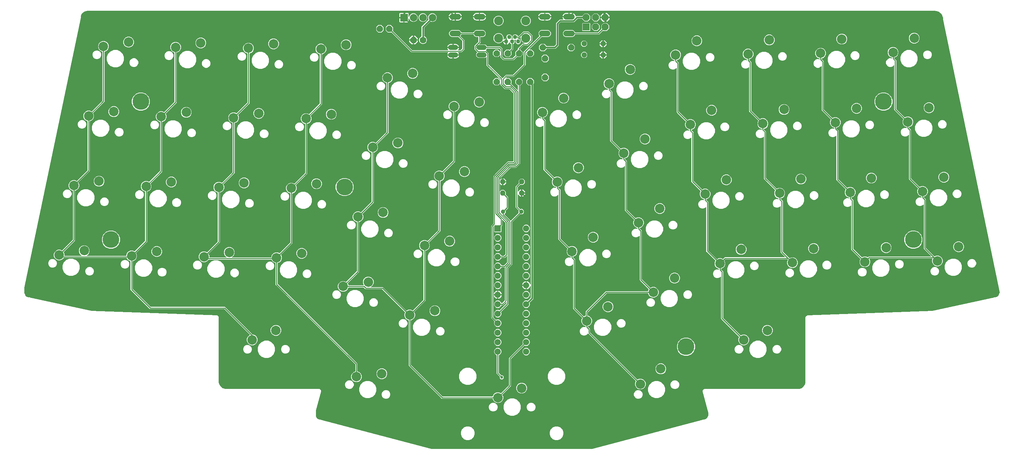
<source format=gbr>
G04 EAGLE Gerber RS-274X export*
G75*
%MOMM*%
%FSLAX34Y34*%
%LPD*%
%INTop Copper*%
%IPPOS*%
%AMOC8*
5,1,8,0,0,1.08239X$1,22.5*%
G01*
%ADD10C,2.540000*%
%ADD11C,1.108000*%
%ADD12C,2.400000*%
%ADD13C,1.138000*%
%ADD14C,1.320800*%
%ADD15P,1.814519X8X112.500000*%
%ADD16P,1.814519X8X202.500000*%
%ADD17P,1.429621X8X202.500000*%
%ADD18P,1.429621X8X22.500000*%
%ADD19P,1.924489X8X202.500000*%
%ADD20C,1.778000*%
%ADD21C,1.508000*%
%ADD22R,1.828800X1.828800*%
%ADD23P,1.979475X8X22.500000*%
%ADD24R,2.000000X2.000000*%
%ADD25C,2.000000*%
%ADD26R,1.676400X1.676400*%
%ADD27C,1.676400*%
%ADD28P,1.814519X8X22.500000*%
%ADD29C,0.254000*%
%ADD30C,0.406400*%
%ADD31C,0.756400*%
%ADD32C,4.500000*%

G36*
X1525684Y3817D02*
X1525684Y3817D01*
X1525722Y3815D01*
X1525886Y3850D01*
X1526084Y3916D01*
X1526144Y3947D01*
X1526208Y3969D01*
X1526252Y4004D01*
X1526302Y4030D01*
X1526348Y4079D01*
X1526402Y4120D01*
X1526402Y4121D01*
X1527813Y4494D01*
X1527830Y4501D01*
X1527859Y4508D01*
X1529254Y4973D01*
X1529268Y4971D01*
X1529322Y4954D01*
X1529389Y4956D01*
X1529456Y4947D01*
X1529535Y4959D01*
X1529568Y4960D01*
X1529587Y4967D01*
X1529622Y4972D01*
X1821371Y82101D01*
X1821477Y82148D01*
X1821584Y82194D01*
X1821591Y82199D01*
X1821596Y82202D01*
X1821611Y82215D01*
X1821715Y82299D01*
X1821959Y82543D01*
X1822944Y82543D01*
X1822958Y82545D01*
X1822972Y82543D01*
X1823138Y82568D01*
X1824090Y82820D01*
X1824209Y82750D01*
X1824238Y82739D01*
X1824263Y82722D01*
X1824352Y82695D01*
X1824439Y82662D01*
X1824470Y82661D01*
X1824499Y82652D01*
X1824667Y82650D01*
X1826189Y82800D01*
X1826216Y82808D01*
X1826244Y82808D01*
X1826405Y82855D01*
X1831166Y84826D01*
X1831222Y84861D01*
X1831282Y84887D01*
X1831347Y84939D01*
X1831375Y84956D01*
X1831387Y84971D01*
X1831413Y84991D01*
X1835056Y88635D01*
X1835095Y88688D01*
X1835141Y88735D01*
X1835181Y88808D01*
X1835200Y88835D01*
X1835206Y88853D01*
X1835222Y88882D01*
X1837193Y93643D01*
X1837200Y93670D01*
X1837213Y93695D01*
X1837248Y93859D01*
X1837501Y96436D01*
X1837500Y96462D01*
X1837505Y96510D01*
X1837505Y100157D01*
X1837503Y100170D01*
X1837505Y100183D01*
X1837480Y100349D01*
X1822703Y156994D01*
X1822656Y157102D01*
X1822610Y157210D01*
X1822606Y157215D01*
X1822604Y157219D01*
X1822592Y157232D01*
X1822534Y157305D01*
X1822529Y157313D01*
X1822524Y157317D01*
X1822505Y157341D01*
X1822267Y157579D01*
X1822267Y158571D01*
X1822265Y158584D01*
X1822266Y158597D01*
X1822242Y158763D01*
X1821992Y159723D01*
X1822162Y160014D01*
X1822204Y160122D01*
X1822248Y160232D01*
X1822249Y160239D01*
X1822251Y160243D01*
X1822251Y160260D01*
X1822267Y160399D01*
X1822267Y160632D01*
X1823741Y163187D01*
X1825964Y164470D01*
X1825976Y164479D01*
X1825990Y164486D01*
X1826121Y164591D01*
X1826192Y164661D01*
X2078359Y164661D01*
X2078381Y164665D01*
X2078419Y164664D01*
X2081279Y164889D01*
X2081285Y164890D01*
X2081290Y164890D01*
X2081455Y164924D01*
X2086896Y166692D01*
X2086927Y166708D01*
X2086962Y166717D01*
X2087108Y166800D01*
X2091736Y170162D01*
X2091761Y170188D01*
X2091792Y170207D01*
X2091905Y170331D01*
X2095267Y174959D01*
X2095283Y174991D01*
X2095306Y175019D01*
X2095376Y175172D01*
X2097143Y180613D01*
X2097144Y180618D01*
X2097147Y180623D01*
X2097178Y180788D01*
X2097403Y183649D01*
X2097402Y183671D01*
X2097406Y183708D01*
X2097406Y356027D01*
X2099561Y359760D01*
X2103294Y361915D01*
X2105368Y361915D01*
X2105378Y361917D01*
X2105395Y361915D01*
X2437607Y373750D01*
X2437637Y373756D01*
X2437743Y373767D01*
X2601963Y409795D01*
X2601971Y409798D01*
X2601981Y409799D01*
X2602085Y409843D01*
X2602191Y409886D01*
X2602198Y409892D01*
X2602207Y409895D01*
X2602338Y410000D01*
X2602508Y410170D01*
X2603591Y410170D01*
X2603597Y410171D01*
X2603754Y410188D01*
X2604811Y410420D01*
X2604835Y410404D01*
X2604878Y410386D01*
X2604917Y410359D01*
X2604991Y410338D01*
X2605061Y410307D01*
X2605108Y410303D01*
X2605153Y410290D01*
X2605286Y410288D01*
X2605306Y410287D01*
X2605312Y410288D01*
X2605321Y410288D01*
X2606737Y410428D01*
X2606765Y410435D01*
X2606793Y410435D01*
X2606954Y410482D01*
X2611715Y412454D01*
X2611770Y412488D01*
X2611831Y412514D01*
X2611895Y412566D01*
X2611924Y412583D01*
X2611936Y412598D01*
X2611962Y412619D01*
X2615605Y416262D01*
X2615643Y416315D01*
X2615689Y416362D01*
X2615729Y416435D01*
X2615749Y416462D01*
X2615754Y416481D01*
X2615770Y416509D01*
X2617742Y421270D01*
X2617749Y421297D01*
X2617762Y421323D01*
X2617796Y421487D01*
X2618050Y424063D01*
X2618048Y424089D01*
X2618054Y424138D01*
X2618054Y424516D01*
X2618051Y424534D01*
X2618038Y424670D01*
X2466872Y1154319D01*
X2466867Y1154332D01*
X2466866Y1154346D01*
X2466823Y1154446D01*
X2466784Y1154549D01*
X2466775Y1154560D01*
X2466770Y1154572D01*
X2466665Y1154703D01*
X2466516Y1154853D01*
X2466516Y1155962D01*
X2466513Y1155981D01*
X2466500Y1156117D01*
X2466275Y1157204D01*
X2466294Y1157234D01*
X2466312Y1157274D01*
X2466338Y1157309D01*
X2466362Y1157386D01*
X2466395Y1157459D01*
X2466399Y1157502D01*
X2466412Y1157544D01*
X2466416Y1157690D01*
X2466418Y1157703D01*
X2466417Y1157707D01*
X2466417Y1157712D01*
X2466257Y1159749D01*
X2466255Y1159754D01*
X2466256Y1159760D01*
X2466222Y1159924D01*
X2464208Y1166121D01*
X2464192Y1166153D01*
X2464183Y1166187D01*
X2464100Y1166333D01*
X2460271Y1171604D01*
X2460245Y1171630D01*
X2460226Y1171660D01*
X2460102Y1171773D01*
X2454831Y1175603D01*
X2454799Y1175619D01*
X2454772Y1175642D01*
X2454619Y1175711D01*
X2448422Y1177724D01*
X2448416Y1177725D01*
X2448411Y1177727D01*
X2448246Y1177759D01*
X2444989Y1178015D01*
X2444967Y1178014D01*
X2444929Y1178018D01*
X172703Y1178018D01*
X172681Y1178014D01*
X172643Y1178015D01*
X170180Y1177822D01*
X170174Y1177820D01*
X170169Y1177821D01*
X170004Y1177787D01*
X165319Y1176264D01*
X165287Y1176248D01*
X165252Y1176239D01*
X165107Y1176156D01*
X161121Y1173260D01*
X161096Y1173235D01*
X161066Y1173216D01*
X160953Y1173092D01*
X158057Y1169106D01*
X158041Y1169075D01*
X158018Y1169047D01*
X157949Y1168894D01*
X156427Y1164209D01*
X156426Y1164203D01*
X156423Y1164198D01*
X156392Y1164033D01*
X156294Y1162786D01*
X156297Y1162744D01*
X156292Y1162701D01*
X156307Y1162622D01*
X156314Y1162541D01*
X156331Y1162502D01*
X156340Y1162460D01*
X156407Y1162326D01*
X156412Y1162316D01*
X156414Y1162314D01*
X156415Y1162310D01*
X156438Y1162276D01*
X156212Y1161193D01*
X156211Y1161176D01*
X156195Y1161038D01*
X156195Y1159932D01*
X156043Y1159779D01*
X156035Y1159769D01*
X156025Y1159761D01*
X155964Y1159669D01*
X155899Y1159580D01*
X155895Y1159567D01*
X155888Y1159556D01*
X155836Y1159397D01*
X4673Y436519D01*
X4673Y436502D01*
X4657Y436363D01*
X4657Y423291D01*
X4662Y423265D01*
X4661Y423216D01*
X4898Y420805D01*
X4906Y420778D01*
X4906Y420750D01*
X4953Y420588D01*
X6798Y416133D01*
X6833Y416077D01*
X6858Y416017D01*
X6910Y415952D01*
X6928Y415924D01*
X6936Y415917D01*
X6943Y415911D01*
X6963Y415886D01*
X10373Y412476D01*
X10426Y412438D01*
X10473Y412392D01*
X10546Y412352D01*
X10573Y412333D01*
X10592Y412327D01*
X10620Y412311D01*
X15076Y410466D01*
X15103Y410459D01*
X15128Y410446D01*
X15292Y410411D01*
X16541Y410288D01*
X16588Y410291D01*
X16635Y410285D01*
X16710Y410299D01*
X16787Y410304D01*
X16831Y410322D01*
X16877Y410331D01*
X16995Y410389D01*
X17014Y410397D01*
X17019Y410401D01*
X17027Y410405D01*
X17049Y410419D01*
X18109Y410188D01*
X18117Y410187D01*
X18271Y410170D01*
X19357Y410170D01*
X19525Y410002D01*
X19533Y409996D01*
X19539Y409989D01*
X19632Y409925D01*
X19725Y409858D01*
X19734Y409856D01*
X19742Y409850D01*
X19901Y409797D01*
X184965Y373767D01*
X184996Y373766D01*
X185101Y373750D01*
X519856Y361915D01*
X519866Y361917D01*
X519883Y361915D01*
X521312Y361915D01*
X521392Y361880D01*
X521418Y361876D01*
X521434Y361870D01*
X521466Y361869D01*
X521508Y361862D01*
X521595Y361769D01*
X521618Y361752D01*
X521636Y361728D01*
X521771Y361629D01*
X523830Y360440D01*
X525113Y358218D01*
X525123Y358206D01*
X525130Y358191D01*
X525234Y358060D01*
X525305Y357990D01*
X525305Y185401D01*
X525309Y185380D01*
X525308Y185342D01*
X525554Y182216D01*
X525555Y182211D01*
X525555Y182205D01*
X525588Y182041D01*
X527520Y176096D01*
X527536Y176064D01*
X527545Y176030D01*
X527628Y175884D01*
X531302Y170827D01*
X531319Y170811D01*
X531328Y170795D01*
X531337Y170788D01*
X531347Y170771D01*
X531471Y170658D01*
X536528Y166984D01*
X536560Y166968D01*
X536587Y166945D01*
X536740Y166876D01*
X542685Y164945D01*
X542690Y164944D01*
X542695Y164941D01*
X542860Y164910D01*
X545986Y164664D01*
X546007Y164666D01*
X546045Y164661D01*
X795672Y164661D01*
X795743Y164591D01*
X795756Y164581D01*
X795766Y164569D01*
X795901Y164470D01*
X798123Y163187D01*
X799598Y160632D01*
X799598Y160395D01*
X799617Y160281D01*
X799634Y160165D01*
X799637Y160158D01*
X799638Y160153D01*
X799646Y160136D01*
X799702Y160011D01*
X799874Y159717D01*
X799623Y158761D01*
X799621Y158747D01*
X799616Y158735D01*
X799598Y158568D01*
X799598Y157579D01*
X799357Y157338D01*
X799312Y157275D01*
X799288Y157250D01*
X799278Y157229D01*
X799219Y157150D01*
X799216Y157143D01*
X799214Y157138D01*
X799208Y157121D01*
X799159Y156993D01*
X786077Y107119D01*
X786076Y107106D01*
X786071Y107093D01*
X786053Y106926D01*
X786053Y93971D01*
X786057Y93945D01*
X786056Y93896D01*
X786261Y91815D01*
X786268Y91788D01*
X786269Y91759D01*
X786315Y91598D01*
X787908Y87753D01*
X787943Y87697D01*
X787968Y87637D01*
X788020Y87572D01*
X788038Y87544D01*
X788053Y87532D01*
X788073Y87506D01*
X791016Y84563D01*
X791069Y84525D01*
X791116Y84479D01*
X791189Y84439D01*
X791216Y84420D01*
X791234Y84414D01*
X791263Y84398D01*
X795108Y82806D01*
X795136Y82799D01*
X795161Y82786D01*
X795325Y82751D01*
X796351Y82650D01*
X796381Y82652D01*
X796411Y82647D01*
X796503Y82660D01*
X796596Y82666D01*
X796624Y82678D01*
X796655Y82682D01*
X796808Y82750D01*
X796928Y82820D01*
X797880Y82568D01*
X797894Y82567D01*
X797907Y82561D01*
X798074Y82543D01*
X799059Y82543D01*
X799303Y82299D01*
X799397Y82232D01*
X799490Y82162D01*
X799498Y82159D01*
X799502Y82155D01*
X799521Y82150D01*
X799646Y82101D01*
X1095876Y3836D01*
X1095891Y3835D01*
X1095904Y3829D01*
X1096071Y3811D01*
X1525645Y3811D01*
X1525684Y3817D01*
G37*
%LPC*%
G36*
X1271239Y331293D02*
X1271239Y331293D01*
X1267598Y332801D01*
X1264811Y335588D01*
X1263303Y339229D01*
X1263303Y343171D01*
X1264275Y345518D01*
X1264302Y345631D01*
X1264331Y345745D01*
X1264330Y345751D01*
X1264332Y345757D01*
X1264321Y345874D01*
X1264312Y345990D01*
X1264309Y345996D01*
X1264309Y346002D01*
X1264261Y346110D01*
X1264215Y346216D01*
X1264211Y346222D01*
X1264209Y346227D01*
X1264196Y346240D01*
X1264110Y346347D01*
X1255175Y355282D01*
X1255175Y601833D01*
X1260790Y607448D01*
X1260843Y607522D01*
X1260903Y607591D01*
X1260915Y607622D01*
X1260934Y607648D01*
X1260961Y607735D01*
X1260995Y607820D01*
X1260999Y607860D01*
X1261006Y607883D01*
X1261005Y607915D01*
X1261013Y607986D01*
X1261013Y736208D01*
X1299792Y774987D01*
X1314252Y774987D01*
X1314272Y774990D01*
X1314291Y774988D01*
X1314393Y775010D01*
X1314495Y775026D01*
X1314512Y775036D01*
X1314532Y775040D01*
X1314621Y775093D01*
X1314712Y775142D01*
X1314726Y775156D01*
X1314743Y775166D01*
X1314810Y775245D01*
X1314882Y775320D01*
X1314890Y775338D01*
X1314903Y775353D01*
X1314942Y775449D01*
X1314985Y775543D01*
X1314987Y775563D01*
X1314995Y775581D01*
X1315013Y775748D01*
X1315013Y957160D01*
X1314999Y957250D01*
X1314991Y957341D01*
X1314979Y957371D01*
X1314974Y957403D01*
X1314931Y957484D01*
X1314895Y957568D01*
X1314869Y957600D01*
X1314858Y957620D01*
X1314835Y957643D01*
X1314790Y957699D01*
X1304571Y967918D01*
X1304497Y967971D01*
X1304427Y968031D01*
X1304397Y968043D01*
X1304371Y968062D01*
X1304284Y968089D01*
X1304199Y968123D01*
X1304158Y968127D01*
X1304136Y968134D01*
X1304104Y968133D01*
X1304032Y968141D01*
X1292159Y968141D01*
X1280141Y980159D01*
X1280141Y982423D01*
X1280130Y982494D01*
X1280128Y982566D01*
X1280110Y982615D01*
X1280102Y982666D01*
X1280068Y982729D01*
X1280043Y982797D01*
X1280011Y982837D01*
X1279986Y982883D01*
X1279934Y982933D01*
X1279890Y982989D01*
X1279846Y983017D01*
X1279808Y983053D01*
X1279743Y983083D01*
X1279683Y983122D01*
X1279632Y983134D01*
X1279585Y983156D01*
X1279514Y983164D01*
X1279444Y983182D01*
X1279392Y983178D01*
X1279341Y983183D01*
X1279270Y983168D01*
X1279199Y983163D01*
X1279151Y983142D01*
X1279100Y983131D01*
X1279039Y983094D01*
X1278973Y983066D01*
X1278917Y983022D01*
X1278889Y983005D01*
X1278874Y982987D01*
X1278842Y982962D01*
X1274104Y978223D01*
X1265896Y978223D01*
X1260093Y984026D01*
X1260093Y992234D01*
X1265896Y998037D01*
X1274104Y998037D01*
X1278842Y993298D01*
X1278900Y993257D01*
X1278952Y993207D01*
X1278999Y993185D01*
X1279041Y993155D01*
X1279110Y993134D01*
X1279175Y993104D01*
X1279227Y993098D01*
X1279277Y993083D01*
X1279348Y993084D01*
X1279419Y993077D01*
X1279470Y993088D01*
X1279522Y993089D01*
X1279590Y993114D01*
X1279660Y993129D01*
X1279705Y993156D01*
X1279753Y993173D01*
X1279809Y993218D01*
X1279871Y993255D01*
X1279905Y993295D01*
X1279945Y993327D01*
X1279984Y993387D01*
X1280031Y993442D01*
X1280050Y993490D01*
X1280078Y993534D01*
X1280096Y993603D01*
X1280123Y993670D01*
X1280131Y993741D01*
X1280139Y993773D01*
X1280137Y993796D01*
X1280141Y993837D01*
X1280141Y994591D01*
X1280127Y994681D01*
X1280119Y994772D01*
X1280107Y994802D01*
X1280102Y994834D01*
X1280059Y994914D01*
X1280023Y994998D01*
X1279997Y995030D01*
X1279986Y995051D01*
X1279963Y995073D01*
X1279918Y995129D01*
X1243077Y1031970D01*
X1243077Y1053270D01*
X1243066Y1053340D01*
X1243064Y1053412D01*
X1243046Y1053461D01*
X1243038Y1053512D01*
X1243004Y1053576D01*
X1242979Y1053643D01*
X1242947Y1053684D01*
X1242922Y1053730D01*
X1242870Y1053779D01*
X1242826Y1053835D01*
X1242782Y1053863D01*
X1242744Y1053899D01*
X1242679Y1053929D01*
X1242619Y1053968D01*
X1242568Y1053981D01*
X1242521Y1054003D01*
X1242450Y1054011D01*
X1242380Y1054028D01*
X1242328Y1054024D01*
X1242277Y1054030D01*
X1242206Y1054015D01*
X1242135Y1054009D01*
X1242087Y1053989D01*
X1242036Y1053978D01*
X1241975Y1053941D01*
X1241909Y1053913D01*
X1241853Y1053868D01*
X1241825Y1053851D01*
X1241810Y1053834D01*
X1241778Y1053808D01*
X1241079Y1053109D01*
X1238091Y1051871D01*
X1221649Y1051871D01*
X1218661Y1053109D01*
X1216375Y1055395D01*
X1215137Y1058383D01*
X1215137Y1061617D01*
X1216375Y1064605D01*
X1218358Y1066588D01*
X1218370Y1066604D01*
X1218385Y1066617D01*
X1218441Y1066704D01*
X1218502Y1066788D01*
X1218508Y1066807D01*
X1218518Y1066824D01*
X1218544Y1066924D01*
X1218574Y1067023D01*
X1218574Y1067043D01*
X1218579Y1067062D01*
X1218570Y1067165D01*
X1218568Y1067269D01*
X1218561Y1067287D01*
X1218559Y1067307D01*
X1218519Y1067402D01*
X1218483Y1067500D01*
X1218471Y1067515D01*
X1218463Y1067534D01*
X1218358Y1067665D01*
X1217559Y1068463D01*
X1211073Y1074950D01*
X1211073Y1085050D01*
X1221252Y1095229D01*
X1221305Y1095303D01*
X1221365Y1095373D01*
X1221377Y1095403D01*
X1221396Y1095429D01*
X1221423Y1095516D01*
X1221457Y1095601D01*
X1221461Y1095642D01*
X1221468Y1095664D01*
X1221467Y1095696D01*
X1221475Y1095768D01*
X1221475Y1107674D01*
X1221472Y1107694D01*
X1221474Y1107713D01*
X1221452Y1107815D01*
X1221436Y1107917D01*
X1221426Y1107934D01*
X1221422Y1107954D01*
X1221369Y1108043D01*
X1221320Y1108134D01*
X1221306Y1108148D01*
X1221296Y1108165D01*
X1221217Y1108232D01*
X1221142Y1108304D01*
X1221124Y1108312D01*
X1221109Y1108325D01*
X1221013Y1108364D01*
X1220919Y1108407D01*
X1220899Y1108409D01*
X1220881Y1108417D01*
X1220714Y1108435D01*
X1214927Y1108435D01*
X1211595Y1109815D01*
X1209045Y1112365D01*
X1208271Y1114235D01*
X1208209Y1114335D01*
X1208149Y1114435D01*
X1208144Y1114439D01*
X1208141Y1114444D01*
X1208051Y1114519D01*
X1207962Y1114595D01*
X1207956Y1114597D01*
X1207952Y1114601D01*
X1207843Y1114643D01*
X1207734Y1114687D01*
X1207727Y1114688D01*
X1207722Y1114689D01*
X1207704Y1114690D01*
X1207567Y1114705D01*
X1175973Y1114705D01*
X1175858Y1114686D01*
X1175742Y1114669D01*
X1175736Y1114667D01*
X1175730Y1114666D01*
X1175627Y1114611D01*
X1175522Y1114558D01*
X1175518Y1114553D01*
X1175513Y1114550D01*
X1175433Y1114466D01*
X1175350Y1114382D01*
X1175347Y1114376D01*
X1175343Y1114372D01*
X1175335Y1114355D01*
X1175269Y1114235D01*
X1174495Y1112365D01*
X1173329Y1111200D01*
X1173318Y1111184D01*
X1173302Y1111171D01*
X1173273Y1111126D01*
X1173245Y1111096D01*
X1173226Y1111057D01*
X1173186Y1111000D01*
X1173180Y1110981D01*
X1173169Y1110964D01*
X1173152Y1110897D01*
X1173141Y1110873D01*
X1173138Y1110845D01*
X1173113Y1110765D01*
X1173114Y1110745D01*
X1173109Y1110726D01*
X1173115Y1110642D01*
X1173114Y1110629D01*
X1173117Y1110614D01*
X1173120Y1110519D01*
X1173127Y1110500D01*
X1173128Y1110480D01*
X1173165Y1110393D01*
X1173166Y1110388D01*
X1173169Y1110384D01*
X1173204Y1110288D01*
X1173217Y1110272D01*
X1173224Y1110254D01*
X1173329Y1110123D01*
X1183795Y1099658D01*
X1183795Y1074842D01*
X1176158Y1067205D01*
X1167839Y1067205D01*
X1167768Y1067194D01*
X1167697Y1067192D01*
X1167648Y1067174D01*
X1167596Y1067166D01*
X1167533Y1067132D01*
X1167466Y1067107D01*
X1167425Y1067075D01*
X1167379Y1067050D01*
X1167330Y1066999D01*
X1167274Y1066954D01*
X1167245Y1066910D01*
X1167210Y1066872D01*
X1167179Y1066807D01*
X1167141Y1066747D01*
X1167128Y1066696D01*
X1167106Y1066649D01*
X1167098Y1066578D01*
X1167081Y1066508D01*
X1167085Y1066456D01*
X1167079Y1066405D01*
X1167094Y1066334D01*
X1167100Y1066263D01*
X1167120Y1066215D01*
X1167131Y1066164D01*
X1167168Y1066103D01*
X1167196Y1066037D01*
X1167241Y1065981D01*
X1167257Y1065953D01*
X1167275Y1065938D01*
X1167301Y1065906D01*
X1167377Y1065829D01*
X1168378Y1064332D01*
X1169067Y1062667D01*
X1169295Y1061523D01*
X1154432Y1061523D01*
X1154412Y1061520D01*
X1154393Y1061522D01*
X1154291Y1061500D01*
X1154189Y1061483D01*
X1154172Y1061474D01*
X1154152Y1061470D01*
X1154063Y1061417D01*
X1153972Y1061368D01*
X1153958Y1061354D01*
X1153941Y1061344D01*
X1153874Y1061265D01*
X1153803Y1061190D01*
X1153794Y1061172D01*
X1153781Y1061157D01*
X1153743Y1061061D01*
X1153699Y1060967D01*
X1153697Y1060947D01*
X1153689Y1060929D01*
X1153671Y1060762D01*
X1153671Y1059999D01*
X1153669Y1059999D01*
X1153669Y1060762D01*
X1153666Y1060782D01*
X1153668Y1060801D01*
X1153646Y1060903D01*
X1153629Y1061005D01*
X1153620Y1061022D01*
X1153616Y1061042D01*
X1153563Y1061131D01*
X1153514Y1061222D01*
X1153500Y1061236D01*
X1153490Y1061253D01*
X1153411Y1061320D01*
X1153336Y1061391D01*
X1153318Y1061400D01*
X1153303Y1061413D01*
X1153207Y1061452D01*
X1153113Y1061495D01*
X1153093Y1061497D01*
X1153075Y1061505D01*
X1152908Y1061523D01*
X1138045Y1061523D01*
X1138273Y1062667D01*
X1138962Y1064332D01*
X1139963Y1065829D01*
X1140039Y1065906D01*
X1140081Y1065964D01*
X1140130Y1066016D01*
X1140152Y1066063D01*
X1140183Y1066105D01*
X1140204Y1066174D01*
X1140234Y1066239D01*
X1140240Y1066291D01*
X1140255Y1066340D01*
X1140253Y1066412D01*
X1140261Y1066483D01*
X1140250Y1066534D01*
X1140249Y1066586D01*
X1140224Y1066654D01*
X1140209Y1066724D01*
X1140182Y1066769D01*
X1140164Y1066817D01*
X1140119Y1066873D01*
X1140083Y1066935D01*
X1140043Y1066969D01*
X1140011Y1067009D01*
X1139950Y1067048D01*
X1139896Y1067095D01*
X1139847Y1067114D01*
X1139804Y1067142D01*
X1139734Y1067160D01*
X1139668Y1067187D01*
X1139596Y1067195D01*
X1139565Y1067203D01*
X1139542Y1067201D01*
X1139501Y1067205D01*
X1041542Y1067205D01*
X988267Y1120480D01*
X988251Y1120492D01*
X988239Y1120508D01*
X988151Y1120564D01*
X988067Y1120624D01*
X988048Y1120630D01*
X988032Y1120641D01*
X987931Y1120666D01*
X987832Y1120696D01*
X987812Y1120696D01*
X987793Y1120701D01*
X987690Y1120693D01*
X987586Y1120690D01*
X987568Y1120683D01*
X987548Y1120682D01*
X987453Y1120641D01*
X987355Y1120606D01*
X987340Y1120593D01*
X987322Y1120585D01*
X987191Y1120480D01*
X986803Y1120093D01*
X978596Y1120093D01*
X972793Y1125896D01*
X972793Y1134104D01*
X978596Y1139907D01*
X986804Y1139907D01*
X992607Y1134104D01*
X992607Y1125897D01*
X992220Y1125509D01*
X992208Y1125493D01*
X992192Y1125481D01*
X992136Y1125394D01*
X992076Y1125310D01*
X992070Y1125291D01*
X992059Y1125274D01*
X992034Y1125173D01*
X992004Y1125075D01*
X992004Y1125055D01*
X991999Y1125035D01*
X992007Y1124932D01*
X992010Y1124829D01*
X992017Y1124810D01*
X992018Y1124790D01*
X992059Y1124695D01*
X992094Y1124598D01*
X992107Y1124582D01*
X992115Y1124564D01*
X992220Y1124433D01*
X1043635Y1073018D01*
X1043709Y1072965D01*
X1043778Y1072905D01*
X1043808Y1072893D01*
X1043834Y1072874D01*
X1043921Y1072847D01*
X1044006Y1072813D01*
X1044047Y1072809D01*
X1044069Y1072802D01*
X1044102Y1072803D01*
X1044173Y1072795D01*
X1139501Y1072795D01*
X1139572Y1072806D01*
X1139643Y1072808D01*
X1139692Y1072826D01*
X1139744Y1072834D01*
X1139807Y1072868D01*
X1139874Y1072893D01*
X1139915Y1072925D01*
X1139961Y1072950D01*
X1140010Y1073001D01*
X1140066Y1073046D01*
X1140095Y1073090D01*
X1140130Y1073128D01*
X1140161Y1073193D01*
X1140199Y1073253D01*
X1140212Y1073304D01*
X1140234Y1073351D01*
X1140242Y1073422D01*
X1140259Y1073492D01*
X1140255Y1073544D01*
X1140261Y1073595D01*
X1140246Y1073666D01*
X1140240Y1073737D01*
X1140220Y1073785D01*
X1140209Y1073836D01*
X1140172Y1073897D01*
X1140144Y1073963D01*
X1140099Y1074019D01*
X1140083Y1074047D01*
X1140065Y1074062D01*
X1140039Y1074094D01*
X1139963Y1074171D01*
X1138962Y1075668D01*
X1138273Y1077333D01*
X1138045Y1078477D01*
X1152908Y1078477D01*
X1152928Y1078480D01*
X1152947Y1078478D01*
X1153049Y1078500D01*
X1153151Y1078517D01*
X1153168Y1078526D01*
X1153188Y1078530D01*
X1153277Y1078583D01*
X1153368Y1078632D01*
X1153382Y1078646D01*
X1153399Y1078656D01*
X1153466Y1078735D01*
X1153537Y1078810D01*
X1153546Y1078828D01*
X1153559Y1078843D01*
X1153597Y1078939D01*
X1153641Y1079033D01*
X1153643Y1079053D01*
X1153651Y1079071D01*
X1153669Y1079238D01*
X1153669Y1080001D01*
X1153671Y1080001D01*
X1153671Y1079238D01*
X1153674Y1079218D01*
X1153672Y1079199D01*
X1153694Y1079097D01*
X1153711Y1078995D01*
X1153720Y1078978D01*
X1153724Y1078958D01*
X1153777Y1078869D01*
X1153826Y1078778D01*
X1153840Y1078764D01*
X1153850Y1078747D01*
X1153929Y1078680D01*
X1154004Y1078609D01*
X1154022Y1078600D01*
X1154037Y1078587D01*
X1154133Y1078548D01*
X1154227Y1078505D01*
X1154247Y1078503D01*
X1154265Y1078495D01*
X1154432Y1078477D01*
X1169295Y1078477D01*
X1169067Y1077333D01*
X1168378Y1075668D01*
X1167377Y1074171D01*
X1167301Y1074094D01*
X1167259Y1074036D01*
X1167210Y1073984D01*
X1167188Y1073937D01*
X1167157Y1073895D01*
X1167136Y1073826D01*
X1167106Y1073761D01*
X1167100Y1073709D01*
X1167085Y1073660D01*
X1167087Y1073588D01*
X1167079Y1073517D01*
X1167090Y1073466D01*
X1167091Y1073414D01*
X1167116Y1073346D01*
X1167131Y1073276D01*
X1167158Y1073231D01*
X1167176Y1073183D01*
X1167221Y1073127D01*
X1167257Y1073065D01*
X1167297Y1073031D01*
X1167329Y1072991D01*
X1167390Y1072952D01*
X1167444Y1072905D01*
X1167493Y1072886D01*
X1167536Y1072858D01*
X1167606Y1072840D01*
X1167672Y1072813D01*
X1167744Y1072805D01*
X1167775Y1072797D01*
X1167798Y1072799D01*
X1167839Y1072795D01*
X1173527Y1072795D01*
X1173617Y1072809D01*
X1173708Y1072817D01*
X1173738Y1072829D01*
X1173770Y1072834D01*
X1173850Y1072877D01*
X1173934Y1072913D01*
X1173966Y1072939D01*
X1173987Y1072950D01*
X1174009Y1072973D01*
X1174065Y1073018D01*
X1177982Y1076935D01*
X1178035Y1077009D01*
X1178095Y1077078D01*
X1178107Y1077108D01*
X1178126Y1077134D01*
X1178153Y1077221D01*
X1178187Y1077306D01*
X1178191Y1077347D01*
X1178198Y1077369D01*
X1178197Y1077402D01*
X1178205Y1077473D01*
X1178205Y1097027D01*
X1178191Y1097117D01*
X1178183Y1097208D01*
X1178171Y1097238D01*
X1178166Y1097270D01*
X1178123Y1097350D01*
X1178087Y1097434D01*
X1178061Y1097466D01*
X1178050Y1097487D01*
X1178027Y1097509D01*
X1177982Y1097565D01*
X1167335Y1108212D01*
X1167261Y1108265D01*
X1167192Y1108325D01*
X1167162Y1108337D01*
X1167136Y1108356D01*
X1167049Y1108383D01*
X1166964Y1108417D01*
X1166923Y1108421D01*
X1166901Y1108428D01*
X1166868Y1108427D01*
X1166797Y1108435D01*
X1149927Y1108435D01*
X1146595Y1109815D01*
X1144045Y1112365D01*
X1142665Y1115697D01*
X1142665Y1119303D01*
X1144045Y1122635D01*
X1146595Y1125185D01*
X1149927Y1126565D01*
X1168613Y1126565D01*
X1171945Y1125185D01*
X1174495Y1122635D01*
X1175269Y1120765D01*
X1175331Y1120665D01*
X1175391Y1120565D01*
X1175396Y1120561D01*
X1175399Y1120556D01*
X1175489Y1120481D01*
X1175578Y1120405D01*
X1175584Y1120403D01*
X1175588Y1120399D01*
X1175697Y1120357D01*
X1175806Y1120313D01*
X1175813Y1120312D01*
X1175818Y1120311D01*
X1175836Y1120310D01*
X1175973Y1120295D01*
X1207567Y1120295D01*
X1207682Y1120314D01*
X1207798Y1120331D01*
X1207804Y1120333D01*
X1207810Y1120334D01*
X1207913Y1120389D01*
X1208018Y1120442D01*
X1208022Y1120447D01*
X1208027Y1120450D01*
X1208107Y1120534D01*
X1208190Y1120618D01*
X1208193Y1120624D01*
X1208197Y1120628D01*
X1208205Y1120645D01*
X1208271Y1120765D01*
X1209045Y1122635D01*
X1211595Y1125185D01*
X1214927Y1126565D01*
X1233613Y1126565D01*
X1236945Y1125185D01*
X1239495Y1122635D01*
X1240875Y1119303D01*
X1240875Y1115697D01*
X1239495Y1112365D01*
X1236945Y1109815D01*
X1233613Y1108435D01*
X1227826Y1108435D01*
X1227806Y1108432D01*
X1227787Y1108434D01*
X1227685Y1108412D01*
X1227583Y1108396D01*
X1227566Y1108386D01*
X1227546Y1108382D01*
X1227457Y1108329D01*
X1227366Y1108280D01*
X1227352Y1108266D01*
X1227335Y1108256D01*
X1227268Y1108177D01*
X1227196Y1108102D01*
X1227188Y1108084D01*
X1227175Y1108069D01*
X1227136Y1107973D01*
X1227093Y1107879D01*
X1227091Y1107859D01*
X1227083Y1107841D01*
X1227065Y1107674D01*
X1227065Y1093137D01*
X1223356Y1089428D01*
X1223314Y1089370D01*
X1223265Y1089318D01*
X1223243Y1089271D01*
X1223212Y1089229D01*
X1223191Y1089160D01*
X1223161Y1089095D01*
X1223155Y1089043D01*
X1223140Y1088993D01*
X1223142Y1088922D01*
X1223134Y1088851D01*
X1223145Y1088800D01*
X1223146Y1088748D01*
X1223171Y1088680D01*
X1223186Y1088610D01*
X1223213Y1088565D01*
X1223231Y1088517D01*
X1223276Y1088461D01*
X1223312Y1088399D01*
X1223352Y1088365D01*
X1223384Y1088325D01*
X1223445Y1088286D01*
X1223499Y1088239D01*
X1223548Y1088220D01*
X1223591Y1088192D01*
X1223661Y1088174D01*
X1223727Y1088147D01*
X1223799Y1088139D01*
X1223830Y1088131D01*
X1223853Y1088133D01*
X1223894Y1088129D01*
X1238091Y1088129D01*
X1241079Y1086891D01*
X1243365Y1084605D01*
X1243920Y1083265D01*
X1243982Y1083165D01*
X1244042Y1083065D01*
X1244047Y1083061D01*
X1244050Y1083056D01*
X1244140Y1082981D01*
X1244229Y1082905D01*
X1244234Y1082903D01*
X1244239Y1082899D01*
X1244348Y1082857D01*
X1244457Y1082813D01*
X1244464Y1082812D01*
X1244469Y1082811D01*
X1244487Y1082810D01*
X1244624Y1082795D01*
X1280158Y1082795D01*
X1285795Y1077158D01*
X1285795Y1056473D01*
X1285809Y1056383D01*
X1285817Y1056292D01*
X1285829Y1056262D01*
X1285834Y1056230D01*
X1285877Y1056150D01*
X1285913Y1056066D01*
X1285939Y1056034D01*
X1285950Y1056013D01*
X1285973Y1055991D01*
X1286018Y1055935D01*
X1289935Y1052018D01*
X1290009Y1051965D01*
X1290078Y1051905D01*
X1290108Y1051893D01*
X1290134Y1051874D01*
X1290221Y1051847D01*
X1290306Y1051813D01*
X1290347Y1051809D01*
X1290369Y1051802D01*
X1290402Y1051803D01*
X1290473Y1051795D01*
X1313197Y1051795D01*
X1313287Y1051809D01*
X1313378Y1051817D01*
X1313408Y1051829D01*
X1313440Y1051834D01*
X1313520Y1051877D01*
X1313604Y1051913D01*
X1313636Y1051939D01*
X1313657Y1051950D01*
X1313679Y1051973D01*
X1313735Y1052018D01*
X1320480Y1058763D01*
X1320492Y1058779D01*
X1320508Y1058791D01*
X1320564Y1058879D01*
X1320624Y1058963D01*
X1320630Y1058982D01*
X1320641Y1058998D01*
X1320666Y1059099D01*
X1320696Y1059198D01*
X1320696Y1059218D01*
X1320701Y1059237D01*
X1320693Y1059340D01*
X1320690Y1059444D01*
X1320683Y1059462D01*
X1320682Y1059482D01*
X1320641Y1059577D01*
X1320606Y1059675D01*
X1320593Y1059690D01*
X1320585Y1059708D01*
X1320480Y1059839D01*
X1320093Y1060227D01*
X1320093Y1068434D01*
X1325896Y1074237D01*
X1326444Y1074237D01*
X1326464Y1074240D01*
X1326483Y1074238D01*
X1326585Y1074260D01*
X1326687Y1074276D01*
X1326704Y1074286D01*
X1326724Y1074290D01*
X1326813Y1074343D01*
X1326904Y1074392D01*
X1326918Y1074406D01*
X1326935Y1074416D01*
X1327002Y1074495D01*
X1327074Y1074570D01*
X1327082Y1074588D01*
X1327095Y1074603D01*
X1327134Y1074699D01*
X1327177Y1074793D01*
X1327179Y1074813D01*
X1327187Y1074831D01*
X1327205Y1074998D01*
X1327205Y1077824D01*
X1339842Y1090461D01*
X1344202Y1090461D01*
X1344298Y1090476D01*
X1344395Y1090486D01*
X1344419Y1090496D01*
X1344445Y1090500D01*
X1344531Y1090546D01*
X1344620Y1090586D01*
X1344639Y1090603D01*
X1344662Y1090616D01*
X1344729Y1090686D01*
X1344801Y1090752D01*
X1344814Y1090775D01*
X1344832Y1090794D01*
X1344873Y1090882D01*
X1344920Y1090968D01*
X1344924Y1090993D01*
X1344935Y1091017D01*
X1344946Y1091114D01*
X1344963Y1091210D01*
X1344959Y1091236D01*
X1344962Y1091261D01*
X1344942Y1091357D01*
X1344927Y1091453D01*
X1344916Y1091476D01*
X1344910Y1091502D01*
X1344860Y1091585D01*
X1344816Y1091672D01*
X1344797Y1091691D01*
X1344784Y1091713D01*
X1344710Y1091776D01*
X1344640Y1091844D01*
X1344612Y1091860D01*
X1344597Y1091873D01*
X1344566Y1091885D01*
X1344493Y1091925D01*
X1340609Y1093534D01*
X1336804Y1097339D01*
X1334745Y1102310D01*
X1334745Y1106607D01*
X1334734Y1106678D01*
X1334732Y1106749D01*
X1334714Y1106798D01*
X1334706Y1106850D01*
X1334672Y1106913D01*
X1334647Y1106980D01*
X1334615Y1107021D01*
X1334590Y1107067D01*
X1334538Y1107117D01*
X1334494Y1107173D01*
X1334450Y1107201D01*
X1334412Y1107237D01*
X1334347Y1107267D01*
X1334287Y1107306D01*
X1334236Y1107318D01*
X1334189Y1107340D01*
X1334118Y1107348D01*
X1334048Y1107366D01*
X1333996Y1107362D01*
X1333945Y1107367D01*
X1333874Y1107352D01*
X1333803Y1107346D01*
X1333755Y1107326D01*
X1333704Y1107315D01*
X1333643Y1107278D01*
X1333577Y1107250D01*
X1333521Y1107205D01*
X1333493Y1107189D01*
X1333478Y1107171D01*
X1333446Y1107145D01*
X1331506Y1105205D01*
X1326768Y1105205D01*
X1326653Y1105186D01*
X1326537Y1105169D01*
X1326531Y1105167D01*
X1326525Y1105166D01*
X1326422Y1105111D01*
X1326318Y1105058D01*
X1326313Y1105053D01*
X1326308Y1105050D01*
X1326228Y1104966D01*
X1326145Y1104882D01*
X1326142Y1104876D01*
X1326138Y1104872D01*
X1326131Y1104855D01*
X1326065Y1104735D01*
X1325809Y1104117D01*
X1325798Y1104073D01*
X1325779Y1104031D01*
X1325770Y1103954D01*
X1325752Y1103878D01*
X1325757Y1103832D01*
X1325752Y1103787D01*
X1325768Y1103710D01*
X1325775Y1103633D01*
X1325794Y1103591D01*
X1325804Y1103546D01*
X1325844Y1103479D01*
X1325875Y1103408D01*
X1325907Y1103374D01*
X1325930Y1103335D01*
X1325989Y1103284D01*
X1326042Y1103227D01*
X1326082Y1103205D01*
X1326117Y1103175D01*
X1326189Y1103146D01*
X1326257Y1103109D01*
X1326303Y1103100D01*
X1326345Y1103083D01*
X1326481Y1103068D01*
X1326499Y1103065D01*
X1326504Y1103066D01*
X1326512Y1103065D01*
X1329175Y1103065D01*
X1331772Y1101989D01*
X1333759Y1100002D01*
X1334835Y1097405D01*
X1334835Y1094595D01*
X1333759Y1091998D01*
X1331772Y1090011D01*
X1329175Y1088935D01*
X1326365Y1088935D01*
X1323768Y1090011D01*
X1321781Y1091998D01*
X1320705Y1094595D01*
X1320705Y1097405D01*
X1321731Y1099883D01*
X1321742Y1099927D01*
X1321761Y1099969D01*
X1321770Y1100046D01*
X1321788Y1100122D01*
X1321783Y1100168D01*
X1321788Y1100213D01*
X1321772Y1100290D01*
X1321765Y1100367D01*
X1321746Y1100409D01*
X1321736Y1100454D01*
X1321696Y1100521D01*
X1321665Y1100592D01*
X1321633Y1100626D01*
X1321610Y1100665D01*
X1321551Y1100716D01*
X1321498Y1100773D01*
X1321458Y1100795D01*
X1321423Y1100825D01*
X1321351Y1100854D01*
X1321283Y1100891D01*
X1321237Y1100900D01*
X1321195Y1100917D01*
X1321059Y1100932D01*
X1321041Y1100935D01*
X1321036Y1100934D01*
X1321028Y1100935D01*
X1318512Y1100935D01*
X1318467Y1100928D01*
X1318421Y1100930D01*
X1318346Y1100908D01*
X1318269Y1100896D01*
X1318229Y1100874D01*
X1318184Y1100861D01*
X1318120Y1100817D01*
X1318052Y1100780D01*
X1318020Y1100747D01*
X1317982Y1100721D01*
X1317936Y1100659D01*
X1317882Y1100602D01*
X1317863Y1100560D01*
X1317836Y1100524D01*
X1317812Y1100450D01*
X1317779Y1100379D01*
X1317774Y1100333D01*
X1317759Y1100290D01*
X1317760Y1100212D01*
X1317752Y1100135D01*
X1317761Y1100090D01*
X1317762Y1100044D01*
X1317800Y1099912D01*
X1317804Y1099894D01*
X1317806Y1099890D01*
X1317809Y1099883D01*
X1318835Y1097405D01*
X1318835Y1094595D01*
X1317759Y1091998D01*
X1315772Y1090011D01*
X1315035Y1089705D01*
X1314935Y1089644D01*
X1314835Y1089584D01*
X1314831Y1089579D01*
X1314826Y1089576D01*
X1314751Y1089486D01*
X1314675Y1089397D01*
X1314673Y1089391D01*
X1314669Y1089386D01*
X1314627Y1089277D01*
X1314583Y1089169D01*
X1314582Y1089161D01*
X1314581Y1089157D01*
X1314580Y1089138D01*
X1314565Y1089002D01*
X1314565Y1074942D01*
X1309520Y1069897D01*
X1309508Y1069881D01*
X1309492Y1069869D01*
X1309436Y1069781D01*
X1309376Y1069697D01*
X1309370Y1069678D01*
X1309359Y1069662D01*
X1309334Y1069561D01*
X1309304Y1069462D01*
X1309304Y1069442D01*
X1309299Y1069423D01*
X1309307Y1069320D01*
X1309310Y1069216D01*
X1309317Y1069198D01*
X1309318Y1069178D01*
X1309359Y1069083D01*
X1309394Y1068985D01*
X1309407Y1068970D01*
X1309415Y1068952D01*
X1309520Y1068821D01*
X1309907Y1068433D01*
X1309907Y1060226D01*
X1304104Y1054423D01*
X1295896Y1054423D01*
X1290093Y1060226D01*
X1290093Y1068434D01*
X1295896Y1074237D01*
X1304103Y1074237D01*
X1304491Y1073850D01*
X1304507Y1073838D01*
X1304519Y1073822D01*
X1304606Y1073766D01*
X1304690Y1073706D01*
X1304709Y1073700D01*
X1304726Y1073689D01*
X1304827Y1073664D01*
X1304925Y1073634D01*
X1304945Y1073634D01*
X1304965Y1073629D01*
X1305068Y1073637D01*
X1305171Y1073640D01*
X1305190Y1073647D01*
X1305210Y1073648D01*
X1305305Y1073689D01*
X1305402Y1073724D01*
X1305418Y1073737D01*
X1305436Y1073745D01*
X1305567Y1073850D01*
X1308752Y1077035D01*
X1308805Y1077109D01*
X1308865Y1077178D01*
X1308877Y1077208D01*
X1308896Y1077234D01*
X1308923Y1077321D01*
X1308957Y1077406D01*
X1308961Y1077447D01*
X1308968Y1077469D01*
X1308967Y1077502D01*
X1308975Y1077573D01*
X1308975Y1089002D01*
X1308956Y1089117D01*
X1308939Y1089233D01*
X1308937Y1089239D01*
X1308936Y1089245D01*
X1308882Y1089346D01*
X1308828Y1089452D01*
X1308823Y1089457D01*
X1308820Y1089462D01*
X1308736Y1089542D01*
X1308652Y1089625D01*
X1308646Y1089628D01*
X1308642Y1089632D01*
X1308625Y1089640D01*
X1308505Y1089705D01*
X1307768Y1090011D01*
X1305781Y1091998D01*
X1305006Y1093868D01*
X1304994Y1093887D01*
X1304988Y1093909D01*
X1304930Y1093991D01*
X1304877Y1094077D01*
X1304859Y1094091D01*
X1304846Y1094110D01*
X1304765Y1094170D01*
X1304687Y1094234D01*
X1304666Y1094242D01*
X1304647Y1094255D01*
X1304551Y1094286D01*
X1304458Y1094322D01*
X1304435Y1094323D01*
X1304413Y1094330D01*
X1304312Y1094328D01*
X1304212Y1094332D01*
X1304190Y1094326D01*
X1304167Y1094325D01*
X1304072Y1094292D01*
X1303976Y1094264D01*
X1303957Y1094250D01*
X1303935Y1094243D01*
X1303856Y1094181D01*
X1303774Y1094123D01*
X1303760Y1094105D01*
X1303742Y1094091D01*
X1303687Y1094007D01*
X1303627Y1093926D01*
X1303620Y1093904D01*
X1303607Y1093885D01*
X1303556Y1093725D01*
X1303540Y1093643D01*
X1302931Y1092172D01*
X1302047Y1090849D01*
X1300921Y1089723D01*
X1299598Y1088839D01*
X1298127Y1088230D01*
X1297269Y1088059D01*
X1297269Y1095262D01*
X1297266Y1095281D01*
X1297268Y1095301D01*
X1297246Y1095403D01*
X1297230Y1095505D01*
X1297220Y1095522D01*
X1297216Y1095542D01*
X1297163Y1095631D01*
X1297114Y1095722D01*
X1297100Y1095736D01*
X1297090Y1095753D01*
X1297011Y1095820D01*
X1296936Y1095891D01*
X1296918Y1095900D01*
X1296903Y1095913D01*
X1296807Y1095951D01*
X1296713Y1095995D01*
X1296693Y1095997D01*
X1296675Y1096004D01*
X1296751Y1096017D01*
X1296768Y1096026D01*
X1296788Y1096030D01*
X1296877Y1096083D01*
X1296968Y1096132D01*
X1296982Y1096146D01*
X1296999Y1096156D01*
X1297066Y1096235D01*
X1297138Y1096310D01*
X1297146Y1096328D01*
X1297159Y1096343D01*
X1297198Y1096440D01*
X1297241Y1096533D01*
X1297243Y1096553D01*
X1297251Y1096571D01*
X1297269Y1096738D01*
X1297269Y1104473D01*
X1297284Y1104492D01*
X1297308Y1104566D01*
X1297340Y1104637D01*
X1297346Y1104683D01*
X1297360Y1104726D01*
X1297359Y1104804D01*
X1297368Y1104881D01*
X1297358Y1104926D01*
X1297357Y1104972D01*
X1297319Y1105104D01*
X1297315Y1105122D01*
X1297313Y1105126D01*
X1297311Y1105133D01*
X1296705Y1106595D01*
X1296705Y1109405D01*
X1297781Y1112002D01*
X1299768Y1113989D01*
X1302365Y1115065D01*
X1305175Y1115065D01*
X1307772Y1113989D01*
X1309759Y1112002D01*
X1310835Y1109405D01*
X1310835Y1106595D01*
X1309809Y1104117D01*
X1309798Y1104073D01*
X1309779Y1104031D01*
X1309770Y1103954D01*
X1309752Y1103878D01*
X1309757Y1103832D01*
X1309752Y1103787D01*
X1309768Y1103710D01*
X1309775Y1103633D01*
X1309794Y1103591D01*
X1309804Y1103546D01*
X1309844Y1103479D01*
X1309875Y1103408D01*
X1309907Y1103374D01*
X1309930Y1103335D01*
X1309989Y1103284D01*
X1310042Y1103227D01*
X1310082Y1103205D01*
X1310117Y1103175D01*
X1310189Y1103146D01*
X1310257Y1103109D01*
X1310303Y1103100D01*
X1310345Y1103083D01*
X1310481Y1103068D01*
X1310499Y1103065D01*
X1310504Y1103066D01*
X1310512Y1103065D01*
X1313028Y1103065D01*
X1313073Y1103072D01*
X1313119Y1103070D01*
X1313194Y1103092D01*
X1313271Y1103104D01*
X1313311Y1103126D01*
X1313356Y1103139D01*
X1313420Y1103183D01*
X1313488Y1103220D01*
X1313520Y1103253D01*
X1313558Y1103279D01*
X1313604Y1103341D01*
X1313658Y1103398D01*
X1313677Y1103440D01*
X1313704Y1103476D01*
X1313728Y1103550D01*
X1313761Y1103621D01*
X1313766Y1103667D01*
X1313781Y1103710D01*
X1313780Y1103788D01*
X1313788Y1103865D01*
X1313779Y1103910D01*
X1313778Y1103956D01*
X1313740Y1104087D01*
X1313736Y1104106D01*
X1313734Y1104110D01*
X1313731Y1104117D01*
X1312705Y1106595D01*
X1312705Y1109405D01*
X1313781Y1112002D01*
X1315768Y1113989D01*
X1318365Y1115065D01*
X1321175Y1115065D01*
X1323772Y1113989D01*
X1325759Y1112002D01*
X1326065Y1111265D01*
X1326126Y1111165D01*
X1326186Y1111065D01*
X1326191Y1111061D01*
X1326194Y1111056D01*
X1326284Y1110981D01*
X1326373Y1110905D01*
X1326379Y1110903D01*
X1326384Y1110899D01*
X1326492Y1110857D01*
X1326601Y1110813D01*
X1326609Y1110812D01*
X1326613Y1110811D01*
X1326632Y1110810D01*
X1326768Y1110795D01*
X1328875Y1110795D01*
X1328965Y1110809D01*
X1329056Y1110817D01*
X1329086Y1110829D01*
X1329118Y1110834D01*
X1329199Y1110877D01*
X1329282Y1110913D01*
X1329315Y1110939D01*
X1329335Y1110950D01*
X1329357Y1110973D01*
X1329413Y1111018D01*
X1340984Y1122589D01*
X1355556Y1122589D01*
X1365859Y1112286D01*
X1365859Y1097714D01*
X1353016Y1084871D01*
X1342473Y1084871D01*
X1342383Y1084857D01*
X1342292Y1084849D01*
X1342262Y1084837D01*
X1342230Y1084832D01*
X1342150Y1084789D01*
X1342066Y1084753D01*
X1342034Y1084727D01*
X1342013Y1084716D01*
X1341991Y1084693D01*
X1341935Y1084648D01*
X1333018Y1075731D01*
X1332965Y1075657D01*
X1332905Y1075588D01*
X1332893Y1075558D01*
X1332874Y1075532D01*
X1332847Y1075445D01*
X1332813Y1075360D01*
X1332809Y1075319D01*
X1332802Y1075297D01*
X1332803Y1075264D01*
X1332795Y1075193D01*
X1332795Y1074998D01*
X1332798Y1074978D01*
X1332796Y1074959D01*
X1332818Y1074857D01*
X1332834Y1074755D01*
X1332844Y1074738D01*
X1332848Y1074718D01*
X1332901Y1074629D01*
X1332950Y1074538D01*
X1332964Y1074524D01*
X1332974Y1074507D01*
X1333053Y1074440D01*
X1333128Y1074368D01*
X1333146Y1074360D01*
X1333161Y1074347D01*
X1333257Y1074308D01*
X1333351Y1074265D01*
X1333371Y1074263D01*
X1333389Y1074255D01*
X1333556Y1074237D01*
X1334104Y1074237D01*
X1339907Y1068434D01*
X1339907Y1060226D01*
X1334104Y1054423D01*
X1325897Y1054423D01*
X1325509Y1054810D01*
X1325493Y1054822D01*
X1325481Y1054838D01*
X1325394Y1054894D01*
X1325310Y1054954D01*
X1325291Y1054960D01*
X1325274Y1054971D01*
X1325173Y1054996D01*
X1325075Y1055026D01*
X1325055Y1055026D01*
X1325035Y1055031D01*
X1324932Y1055023D01*
X1324829Y1055020D01*
X1324810Y1055013D01*
X1324790Y1055012D01*
X1324695Y1054971D01*
X1324598Y1054936D01*
X1324582Y1054923D01*
X1324564Y1054915D01*
X1324433Y1054810D01*
X1315828Y1046205D01*
X1287842Y1046205D01*
X1280205Y1053842D01*
X1280205Y1058687D01*
X1280194Y1058758D01*
X1280192Y1058830D01*
X1280174Y1058879D01*
X1280166Y1058930D01*
X1280132Y1058993D01*
X1280107Y1059061D01*
X1280075Y1059101D01*
X1280050Y1059147D01*
X1279998Y1059197D01*
X1279954Y1059253D01*
X1279910Y1059281D01*
X1279872Y1059317D01*
X1279807Y1059347D01*
X1279747Y1059386D01*
X1279696Y1059398D01*
X1279649Y1059420D01*
X1279578Y1059428D01*
X1279508Y1059446D01*
X1279456Y1059442D01*
X1279405Y1059447D01*
X1279334Y1059432D01*
X1279263Y1059427D01*
X1279215Y1059406D01*
X1279164Y1059395D01*
X1279103Y1059358D01*
X1279037Y1059330D01*
X1278981Y1059286D01*
X1278953Y1059269D01*
X1278938Y1059251D01*
X1278906Y1059226D01*
X1274104Y1054423D01*
X1265896Y1054423D01*
X1260093Y1060226D01*
X1260093Y1068434D01*
X1265896Y1074237D01*
X1274104Y1074237D01*
X1278906Y1069434D01*
X1278964Y1069393D01*
X1279016Y1069343D01*
X1279063Y1069321D01*
X1279105Y1069291D01*
X1279174Y1069270D01*
X1279239Y1069240D01*
X1279291Y1069234D01*
X1279341Y1069219D01*
X1279412Y1069220D01*
X1279483Y1069213D01*
X1279534Y1069224D01*
X1279586Y1069225D01*
X1279654Y1069250D01*
X1279724Y1069265D01*
X1279769Y1069292D01*
X1279817Y1069309D01*
X1279873Y1069354D01*
X1279935Y1069391D01*
X1279969Y1069431D01*
X1280009Y1069463D01*
X1280048Y1069523D01*
X1280095Y1069578D01*
X1280114Y1069626D01*
X1280142Y1069670D01*
X1280160Y1069739D01*
X1280187Y1069806D01*
X1280195Y1069877D01*
X1280203Y1069909D01*
X1280201Y1069932D01*
X1280205Y1069973D01*
X1280205Y1074527D01*
X1280191Y1074617D01*
X1280183Y1074708D01*
X1280171Y1074738D01*
X1280166Y1074770D01*
X1280123Y1074850D01*
X1280087Y1074934D01*
X1280061Y1074966D01*
X1280050Y1074987D01*
X1280027Y1075009D01*
X1279982Y1075065D01*
X1278065Y1076982D01*
X1277991Y1077035D01*
X1277922Y1077095D01*
X1277892Y1077107D01*
X1277866Y1077126D01*
X1277779Y1077153D01*
X1277694Y1077187D01*
X1277653Y1077191D01*
X1277631Y1077198D01*
X1277598Y1077197D01*
X1277527Y1077205D01*
X1244624Y1077205D01*
X1244509Y1077186D01*
X1244393Y1077169D01*
X1244387Y1077167D01*
X1244381Y1077166D01*
X1244278Y1077111D01*
X1244173Y1077058D01*
X1244169Y1077053D01*
X1244163Y1077050D01*
X1244084Y1076966D01*
X1244001Y1076882D01*
X1243997Y1076876D01*
X1243994Y1076872D01*
X1243986Y1076855D01*
X1243920Y1076735D01*
X1243365Y1075395D01*
X1241382Y1073412D01*
X1241370Y1073396D01*
X1241355Y1073383D01*
X1241298Y1073296D01*
X1241238Y1073212D01*
X1241232Y1073193D01*
X1241222Y1073176D01*
X1241196Y1073076D01*
X1241166Y1072977D01*
X1241166Y1072957D01*
X1241161Y1072938D01*
X1241170Y1072835D01*
X1241172Y1072731D01*
X1241179Y1072713D01*
X1241181Y1072693D01*
X1241221Y1072598D01*
X1241257Y1072500D01*
X1241269Y1072485D01*
X1241277Y1072466D01*
X1241382Y1072335D01*
X1243384Y1070333D01*
X1243385Y1070333D01*
X1246807Y1066911D01*
X1246807Y1066910D01*
X1248667Y1065050D01*
X1248667Y1034601D01*
X1248681Y1034511D01*
X1248689Y1034420D01*
X1248701Y1034390D01*
X1248706Y1034358D01*
X1248749Y1034278D01*
X1248785Y1034194D01*
X1248811Y1034162D01*
X1248822Y1034141D01*
X1248845Y1034119D01*
X1248890Y1034063D01*
X1284962Y997991D01*
X1284978Y997979D01*
X1284990Y997963D01*
X1285078Y997907D01*
X1285161Y997847D01*
X1285180Y997841D01*
X1285197Y997830D01*
X1285298Y997805D01*
X1285397Y997775D01*
X1285416Y997775D01*
X1285436Y997770D01*
X1285539Y997778D01*
X1285642Y997781D01*
X1285661Y997788D01*
X1285681Y997790D01*
X1285776Y997830D01*
X1285873Y997866D01*
X1285889Y997878D01*
X1285907Y997886D01*
X1286038Y997991D01*
X1292982Y1004935D01*
X1294842Y1006795D01*
X1313527Y1006795D01*
X1313617Y1006809D01*
X1313708Y1006817D01*
X1313738Y1006829D01*
X1313770Y1006834D01*
X1313850Y1006877D01*
X1313934Y1006913D01*
X1313966Y1006939D01*
X1313987Y1006950D01*
X1314009Y1006973D01*
X1314065Y1007018D01*
X1341982Y1034935D01*
X1342035Y1035009D01*
X1342095Y1035078D01*
X1342107Y1035108D01*
X1342126Y1035134D01*
X1342153Y1035221D01*
X1342187Y1035306D01*
X1342191Y1035347D01*
X1342198Y1035369D01*
X1342197Y1035402D01*
X1342205Y1035473D01*
X1342205Y1068158D01*
X1384691Y1110643D01*
X1384702Y1110659D01*
X1384718Y1110672D01*
X1384774Y1110759D01*
X1384834Y1110843D01*
X1384840Y1110862D01*
X1384851Y1110879D01*
X1384876Y1110979D01*
X1384907Y1111078D01*
X1384906Y1111098D01*
X1384911Y1111117D01*
X1384903Y1111220D01*
X1384900Y1111324D01*
X1384893Y1111343D01*
X1384892Y1111362D01*
X1384852Y1111457D01*
X1384816Y1111555D01*
X1384803Y1111571D01*
X1384796Y1111589D01*
X1384691Y1111720D01*
X1384045Y1112365D01*
X1382665Y1115697D01*
X1382665Y1119303D01*
X1384045Y1122635D01*
X1386595Y1125185D01*
X1389927Y1126565D01*
X1408613Y1126565D01*
X1411945Y1125185D01*
X1414495Y1122635D01*
X1415875Y1119303D01*
X1415875Y1115697D01*
X1414495Y1112365D01*
X1411945Y1109815D01*
X1408613Y1108435D01*
X1390703Y1108435D01*
X1390613Y1108421D01*
X1390522Y1108413D01*
X1390492Y1108401D01*
X1390460Y1108396D01*
X1390380Y1108353D01*
X1390296Y1108317D01*
X1390264Y1108291D01*
X1390243Y1108280D01*
X1390221Y1108257D01*
X1390165Y1108212D01*
X1357489Y1075536D01*
X1357447Y1075478D01*
X1357397Y1075426D01*
X1357375Y1075379D01*
X1357345Y1075337D01*
X1357324Y1075268D01*
X1357294Y1075203D01*
X1357288Y1075151D01*
X1357273Y1075101D01*
X1357275Y1075030D01*
X1357267Y1074959D01*
X1357278Y1074908D01*
X1357279Y1074856D01*
X1357304Y1074788D01*
X1357319Y1074718D01*
X1357346Y1074673D01*
X1357364Y1074625D01*
X1357408Y1074569D01*
X1357445Y1074507D01*
X1357485Y1074473D01*
X1357517Y1074433D01*
X1357578Y1074394D01*
X1357632Y1074347D01*
X1357680Y1074328D01*
X1357724Y1074300D01*
X1357794Y1074282D01*
X1357860Y1074255D01*
X1357932Y1074247D01*
X1357963Y1074239D01*
X1357986Y1074241D01*
X1358027Y1074237D01*
X1364104Y1074237D01*
X1369907Y1068434D01*
X1369907Y1060226D01*
X1364104Y1054423D01*
X1355896Y1054423D01*
X1350093Y1060226D01*
X1350093Y1066303D01*
X1350082Y1066374D01*
X1350080Y1066446D01*
X1350062Y1066495D01*
X1350054Y1066546D01*
X1350020Y1066609D01*
X1349995Y1066677D01*
X1349963Y1066717D01*
X1349938Y1066763D01*
X1349886Y1066813D01*
X1349842Y1066869D01*
X1349798Y1066897D01*
X1349760Y1066933D01*
X1349695Y1066963D01*
X1349635Y1067002D01*
X1349584Y1067014D01*
X1349537Y1067036D01*
X1349466Y1067044D01*
X1349396Y1067062D01*
X1349344Y1067058D01*
X1349293Y1067063D01*
X1349222Y1067048D01*
X1349151Y1067043D01*
X1349103Y1067022D01*
X1349052Y1067011D01*
X1348991Y1066974D01*
X1348925Y1066946D01*
X1348869Y1066901D01*
X1348841Y1066885D01*
X1348826Y1066867D01*
X1348794Y1066841D01*
X1348018Y1066065D01*
X1347965Y1065991D01*
X1347905Y1065922D01*
X1347893Y1065892D01*
X1347874Y1065866D01*
X1347847Y1065778D01*
X1347813Y1065694D01*
X1347809Y1065653D01*
X1347802Y1065630D01*
X1347803Y1065598D01*
X1347795Y1065527D01*
X1347795Y1032842D01*
X1316158Y1001205D01*
X1297473Y1001205D01*
X1297383Y1001191D01*
X1297292Y1001183D01*
X1297262Y1001171D01*
X1297230Y1001166D01*
X1297149Y1001123D01*
X1297066Y1001087D01*
X1297033Y1001061D01*
X1297013Y1001050D01*
X1296991Y1001027D01*
X1296935Y1000982D01*
X1295289Y999336D01*
X1295247Y999278D01*
X1295197Y999226D01*
X1295175Y999179D01*
X1295145Y999137D01*
X1295124Y999068D01*
X1295094Y999003D01*
X1295088Y998951D01*
X1295073Y998901D01*
X1295075Y998830D01*
X1295067Y998759D01*
X1295078Y998708D01*
X1295079Y998656D01*
X1295104Y998588D01*
X1295119Y998518D01*
X1295146Y998474D01*
X1295164Y998425D01*
X1295208Y998369D01*
X1295245Y998307D01*
X1295285Y998273D01*
X1295317Y998233D01*
X1295378Y998194D01*
X1295432Y998147D01*
X1295480Y998128D01*
X1295524Y998100D01*
X1295594Y998082D01*
X1295660Y998055D01*
X1295732Y998047D01*
X1295763Y998039D01*
X1295786Y998041D01*
X1295827Y998037D01*
X1304104Y998037D01*
X1309907Y992234D01*
X1309907Y984027D01*
X1309423Y983542D01*
X1309411Y983526D01*
X1309395Y983514D01*
X1309339Y983427D01*
X1309279Y983343D01*
X1309273Y983324D01*
X1309262Y983307D01*
X1309237Y983206D01*
X1309207Y983108D01*
X1309207Y983088D01*
X1309202Y983068D01*
X1309210Y982965D01*
X1309213Y982862D01*
X1309220Y982843D01*
X1309221Y982823D01*
X1309262Y982728D01*
X1309297Y982631D01*
X1309310Y982615D01*
X1309318Y982597D01*
X1309423Y982466D01*
X1309954Y981935D01*
X1325906Y965983D01*
X1325964Y965941D01*
X1326016Y965891D01*
X1326063Y965869D01*
X1326105Y965839D01*
X1326174Y965818D01*
X1326239Y965788D01*
X1326291Y965782D01*
X1326341Y965767D01*
X1326412Y965769D01*
X1326483Y965761D01*
X1326534Y965772D01*
X1326586Y965773D01*
X1326654Y965798D01*
X1326724Y965813D01*
X1326769Y965840D01*
X1326817Y965858D01*
X1326873Y965902D01*
X1326935Y965939D01*
X1326969Y965979D01*
X1327009Y966011D01*
X1327048Y966072D01*
X1327095Y966126D01*
X1327114Y966174D01*
X1327142Y966218D01*
X1327160Y966288D01*
X1327187Y966354D01*
X1327195Y966426D01*
X1327203Y966457D01*
X1327201Y966480D01*
X1327205Y966521D01*
X1327205Y977462D01*
X1327203Y977477D01*
X1327204Y977489D01*
X1327203Y977493D01*
X1327204Y977501D01*
X1327182Y977603D01*
X1327166Y977705D01*
X1327156Y977722D01*
X1327152Y977742D01*
X1327099Y977831D01*
X1327050Y977922D01*
X1327036Y977936D01*
X1327026Y977953D01*
X1326947Y978020D01*
X1326872Y978092D01*
X1326854Y978100D01*
X1326839Y978113D01*
X1326743Y978152D01*
X1326649Y978195D01*
X1326629Y978197D01*
X1326611Y978205D01*
X1326444Y978223D01*
X1325896Y978223D01*
X1320093Y984026D01*
X1320093Y992234D01*
X1325896Y998037D01*
X1334104Y998037D01*
X1339907Y992234D01*
X1339907Y984026D01*
X1334104Y978223D01*
X1333556Y978223D01*
X1333536Y978220D01*
X1333517Y978222D01*
X1333415Y978200D01*
X1333313Y978184D01*
X1333296Y978174D01*
X1333276Y978170D01*
X1333187Y978117D01*
X1333096Y978068D01*
X1333082Y978054D01*
X1333065Y978044D01*
X1332998Y977965D01*
X1332926Y977890D01*
X1332918Y977872D01*
X1332905Y977857D01*
X1332866Y977761D01*
X1332823Y977667D01*
X1332821Y977647D01*
X1332813Y977629D01*
X1332795Y977462D01*
X1332795Y767842D01*
X1322158Y757205D01*
X1307473Y757205D01*
X1307383Y757191D01*
X1307292Y757183D01*
X1307262Y757171D01*
X1307230Y757166D01*
X1307150Y757123D01*
X1307066Y757087D01*
X1307034Y757061D01*
X1307013Y757050D01*
X1306991Y757027D01*
X1306935Y756982D01*
X1279018Y729065D01*
X1278965Y728991D01*
X1278943Y728966D01*
X1278926Y728949D01*
X1278925Y728945D01*
X1278905Y728922D01*
X1278893Y728892D01*
X1278874Y728866D01*
X1278847Y728779D01*
X1278847Y728778D01*
X1278823Y728726D01*
X1278822Y728715D01*
X1278813Y728694D01*
X1278809Y728653D01*
X1278802Y728631D01*
X1278803Y728598D01*
X1278795Y728527D01*
X1278795Y726965D01*
X1278806Y726894D01*
X1278808Y726823D01*
X1278826Y726774D01*
X1278834Y726722D01*
X1278868Y726659D01*
X1278893Y726592D01*
X1278925Y726551D01*
X1278950Y726505D01*
X1279002Y726456D01*
X1279046Y726400D01*
X1279090Y726371D01*
X1279128Y726336D01*
X1279193Y726305D01*
X1279253Y726267D01*
X1279304Y726254D01*
X1279351Y726232D01*
X1279422Y726224D01*
X1279492Y726207D01*
X1279544Y726211D01*
X1279595Y726205D01*
X1279666Y726220D01*
X1279737Y726226D01*
X1279785Y726246D01*
X1279836Y726257D01*
X1279897Y726294D01*
X1279963Y726322D01*
X1280019Y726367D01*
X1280047Y726383D01*
X1280062Y726401D01*
X1280094Y726427D01*
X1282812Y729145D01*
X1285077Y729145D01*
X1285077Y720762D01*
X1285080Y720742D01*
X1285078Y720723D01*
X1285100Y720621D01*
X1285117Y720519D01*
X1285126Y720502D01*
X1285130Y720482D01*
X1285183Y720393D01*
X1285232Y720302D01*
X1285246Y720288D01*
X1285256Y720271D01*
X1285335Y720204D01*
X1285410Y720133D01*
X1285428Y720124D01*
X1285443Y720111D01*
X1285539Y720073D01*
X1285633Y720029D01*
X1285653Y720027D01*
X1285671Y720019D01*
X1285838Y720001D01*
X1286601Y720001D01*
X1286601Y719999D01*
X1285838Y719999D01*
X1285818Y719996D01*
X1285799Y719998D01*
X1285697Y719976D01*
X1285595Y719959D01*
X1285578Y719950D01*
X1285558Y719946D01*
X1285469Y719893D01*
X1285378Y719844D01*
X1285364Y719830D01*
X1285347Y719820D01*
X1285280Y719741D01*
X1285209Y719666D01*
X1285200Y719648D01*
X1285187Y719633D01*
X1285148Y719537D01*
X1285105Y719443D01*
X1285103Y719423D01*
X1285095Y719405D01*
X1285077Y719238D01*
X1285077Y710855D01*
X1282812Y710855D01*
X1280094Y713573D01*
X1280036Y713615D01*
X1279984Y713664D01*
X1279937Y713686D01*
X1279895Y713717D01*
X1279826Y713738D01*
X1279761Y713768D01*
X1279709Y713774D01*
X1279659Y713789D01*
X1279588Y713787D01*
X1279517Y713795D01*
X1279466Y713784D01*
X1279414Y713783D01*
X1279346Y713758D01*
X1279276Y713743D01*
X1279231Y713716D01*
X1279183Y713698D01*
X1279127Y713653D01*
X1279065Y713617D01*
X1279031Y713577D01*
X1278991Y713545D01*
X1278952Y713484D01*
X1278905Y713430D01*
X1278886Y713381D01*
X1278858Y713338D01*
X1278840Y713268D01*
X1278813Y713202D01*
X1278805Y713130D01*
X1278797Y713099D01*
X1278799Y713076D01*
X1278795Y713035D01*
X1278795Y695758D01*
X1278796Y695750D01*
X1278796Y695748D01*
X1278799Y695734D01*
X1278806Y695688D01*
X1278808Y695616D01*
X1278826Y695567D01*
X1278834Y695516D01*
X1278868Y695452D01*
X1278893Y695385D01*
X1278925Y695344D01*
X1278950Y695298D01*
X1279002Y695249D01*
X1279046Y695193D01*
X1279090Y695165D01*
X1279128Y695129D01*
X1279193Y695099D01*
X1279253Y695060D01*
X1279304Y695047D01*
X1279351Y695025D01*
X1279422Y695017D01*
X1279492Y695000D01*
X1279544Y695004D01*
X1279595Y694998D01*
X1279666Y695013D01*
X1279737Y695019D01*
X1279785Y695039D01*
X1279836Y695050D01*
X1279897Y695087D01*
X1279963Y695115D01*
X1280019Y695160D01*
X1280047Y695177D01*
X1280062Y695194D01*
X1280094Y695220D01*
X1283003Y698129D01*
X1289737Y698129D01*
X1294499Y693367D01*
X1294499Y686581D01*
X1294489Y686567D01*
X1294483Y686548D01*
X1294472Y686531D01*
X1294447Y686431D01*
X1294416Y686332D01*
X1294417Y686312D01*
X1294412Y686293D01*
X1294420Y686190D01*
X1294423Y686086D01*
X1294430Y686067D01*
X1294431Y686047D01*
X1294472Y685953D01*
X1294507Y685855D01*
X1294520Y685839D01*
X1294528Y685821D01*
X1294632Y685690D01*
X1298935Y681388D01*
X1300795Y679528D01*
X1300795Y649472D01*
X1298935Y647612D01*
X1294409Y643087D01*
X1294341Y642992D01*
X1294271Y642898D01*
X1294269Y642892D01*
X1294266Y642887D01*
X1294231Y642775D01*
X1294195Y642664D01*
X1294195Y642658D01*
X1294193Y642652D01*
X1294196Y642535D01*
X1294197Y642418D01*
X1294200Y642411D01*
X1294200Y642406D01*
X1294206Y642389D01*
X1294244Y642257D01*
X1294585Y641435D01*
X1294585Y638565D01*
X1293486Y635913D01*
X1291457Y633884D01*
X1291349Y633839D01*
X1291310Y633815D01*
X1291267Y633799D01*
X1291206Y633750D01*
X1291140Y633709D01*
X1291111Y633674D01*
X1291075Y633645D01*
X1291033Y633580D01*
X1290983Y633520D01*
X1290967Y633477D01*
X1290942Y633439D01*
X1290923Y633363D01*
X1290895Y633290D01*
X1290893Y633245D01*
X1290882Y633200D01*
X1290888Y633122D01*
X1290885Y633045D01*
X1290898Y633000D01*
X1290901Y632955D01*
X1290932Y632883D01*
X1290953Y632808D01*
X1290979Y632771D01*
X1290997Y632728D01*
X1291083Y632622D01*
X1291094Y632606D01*
X1291098Y632603D01*
X1291102Y632597D01*
X1305999Y617701D01*
X1307420Y616279D01*
X1307437Y616268D01*
X1307449Y616252D01*
X1307536Y616196D01*
X1307620Y616136D01*
X1307639Y616130D01*
X1307656Y616119D01*
X1307756Y616094D01*
X1307855Y616063D01*
X1307875Y616064D01*
X1307894Y616059D01*
X1307997Y616067D01*
X1308101Y616070D01*
X1308120Y616077D01*
X1308140Y616078D01*
X1308235Y616119D01*
X1308332Y616154D01*
X1308348Y616167D01*
X1308366Y616175D01*
X1308497Y616279D01*
X1329131Y636913D01*
X1329199Y637008D01*
X1329269Y637102D01*
X1329271Y637108D01*
X1329274Y637113D01*
X1329309Y637224D01*
X1329345Y637336D01*
X1329345Y637342D01*
X1329347Y637348D01*
X1329344Y637465D01*
X1329343Y637582D01*
X1329340Y637589D01*
X1329340Y637594D01*
X1329334Y637611D01*
X1329296Y637743D01*
X1328955Y638565D01*
X1328955Y641435D01*
X1329296Y642257D01*
X1329304Y642291D01*
X1329305Y642294D01*
X1329306Y642301D01*
X1329323Y642371D01*
X1329351Y642484D01*
X1329351Y642491D01*
X1329352Y642497D01*
X1329341Y642613D01*
X1329332Y642730D01*
X1329329Y642735D01*
X1329329Y642742D01*
X1329281Y642849D01*
X1329236Y642956D01*
X1329231Y642962D01*
X1329229Y642966D01*
X1329216Y642980D01*
X1329131Y643087D01*
X1321205Y651012D01*
X1321205Y707758D01*
X1323065Y709618D01*
X1329138Y715690D01*
X1329149Y715706D01*
X1329165Y715719D01*
X1329221Y715806D01*
X1329281Y715890D01*
X1329287Y715909D01*
X1329298Y715926D01*
X1329323Y716026D01*
X1329354Y716125D01*
X1329353Y716145D01*
X1329358Y716164D01*
X1329350Y716267D01*
X1329347Y716371D01*
X1329340Y716390D01*
X1329339Y716409D01*
X1329298Y716504D01*
X1329271Y716578D01*
X1329271Y723367D01*
X1334033Y728129D01*
X1340767Y728129D01*
X1345529Y723367D01*
X1345529Y716633D01*
X1340767Y711871D01*
X1333981Y711871D01*
X1333967Y711881D01*
X1333948Y711887D01*
X1333931Y711898D01*
X1333831Y711923D01*
X1333732Y711954D01*
X1333712Y711953D01*
X1333693Y711958D01*
X1333590Y711950D01*
X1333486Y711947D01*
X1333467Y711940D01*
X1333447Y711939D01*
X1333353Y711898D01*
X1333255Y711863D01*
X1333239Y711850D01*
X1333221Y711842D01*
X1333090Y711738D01*
X1327018Y705665D01*
X1326965Y705591D01*
X1326905Y705522D01*
X1326893Y705492D01*
X1326874Y705466D01*
X1326847Y705379D01*
X1326813Y705294D01*
X1326809Y705253D01*
X1326802Y705231D01*
X1326803Y705198D01*
X1326795Y705127D01*
X1326795Y694395D01*
X1326806Y694324D01*
X1326808Y694253D01*
X1326826Y694204D01*
X1326834Y694152D01*
X1326868Y694089D01*
X1326893Y694022D01*
X1326925Y693981D01*
X1326950Y693935D01*
X1327002Y693886D01*
X1327046Y693830D01*
X1327090Y693801D01*
X1327128Y693766D01*
X1327193Y693735D01*
X1327253Y693697D01*
X1327304Y693684D01*
X1327351Y693662D01*
X1327422Y693654D01*
X1327492Y693637D01*
X1327544Y693641D01*
X1327595Y693635D01*
X1327666Y693650D01*
X1327737Y693656D01*
X1327785Y693676D01*
X1327836Y693687D01*
X1327897Y693724D01*
X1327963Y693752D01*
X1328019Y693797D01*
X1328047Y693813D01*
X1328062Y693831D01*
X1328094Y693857D01*
X1333382Y699145D01*
X1335647Y699145D01*
X1335647Y690762D01*
X1335650Y690742D01*
X1335648Y690723D01*
X1335670Y690621D01*
X1335687Y690519D01*
X1335696Y690502D01*
X1335700Y690482D01*
X1335753Y690393D01*
X1335802Y690302D01*
X1335816Y690288D01*
X1335826Y690271D01*
X1335905Y690204D01*
X1335980Y690133D01*
X1335998Y690124D01*
X1336013Y690111D01*
X1336109Y690072D01*
X1336203Y690029D01*
X1336223Y690027D01*
X1336241Y690019D01*
X1336408Y690001D01*
X1337171Y690001D01*
X1337171Y689999D01*
X1336408Y689999D01*
X1336388Y689996D01*
X1336369Y689998D01*
X1336267Y689976D01*
X1336165Y689959D01*
X1336148Y689950D01*
X1336128Y689946D01*
X1336039Y689893D01*
X1335948Y689844D01*
X1335934Y689830D01*
X1335917Y689820D01*
X1335850Y689741D01*
X1335779Y689666D01*
X1335770Y689648D01*
X1335757Y689633D01*
X1335718Y689537D01*
X1335675Y689443D01*
X1335673Y689423D01*
X1335665Y689405D01*
X1335647Y689238D01*
X1335647Y680855D01*
X1333382Y680855D01*
X1328094Y686143D01*
X1328036Y686185D01*
X1327984Y686234D01*
X1327937Y686256D01*
X1327895Y686287D01*
X1327826Y686308D01*
X1327761Y686338D01*
X1327709Y686344D01*
X1327659Y686359D01*
X1327588Y686357D01*
X1327517Y686365D01*
X1327466Y686354D01*
X1327414Y686353D01*
X1327346Y686328D01*
X1327276Y686313D01*
X1327231Y686286D01*
X1327183Y686268D01*
X1327127Y686223D01*
X1327065Y686187D01*
X1327031Y686147D01*
X1326991Y686115D01*
X1326952Y686054D01*
X1326905Y686000D01*
X1326886Y685951D01*
X1326858Y685908D01*
X1326840Y685838D01*
X1326813Y685772D01*
X1326805Y685700D01*
X1326797Y685669D01*
X1326799Y685646D01*
X1326795Y685605D01*
X1326795Y653643D01*
X1326809Y653553D01*
X1326817Y653462D01*
X1326829Y653432D01*
X1326834Y653400D01*
X1326877Y653320D01*
X1326913Y653236D01*
X1326939Y653204D01*
X1326950Y653183D01*
X1326973Y653161D01*
X1327018Y653105D01*
X1333083Y647039D01*
X1333179Y646971D01*
X1333272Y646901D01*
X1333278Y646899D01*
X1333283Y646896D01*
X1333395Y646861D01*
X1333506Y646825D01*
X1333512Y646825D01*
X1333518Y646823D01*
X1333635Y646826D01*
X1333752Y646827D01*
X1333759Y646830D01*
X1333764Y646830D01*
X1333781Y646836D01*
X1333913Y646874D01*
X1334735Y647215D01*
X1337605Y647215D01*
X1340257Y646116D01*
X1342286Y644087D01*
X1343385Y641435D01*
X1343385Y638565D01*
X1342286Y635913D01*
X1340257Y633884D01*
X1337605Y632785D01*
X1334735Y632785D01*
X1333913Y633126D01*
X1333799Y633153D01*
X1333686Y633181D01*
X1333679Y633181D01*
X1333673Y633182D01*
X1333557Y633171D01*
X1333440Y633162D01*
X1333435Y633159D01*
X1333428Y633159D01*
X1333321Y633111D01*
X1333214Y633066D01*
X1333208Y633061D01*
X1333204Y633059D01*
X1333190Y633046D01*
X1333083Y632961D01*
X1312146Y612023D01*
X1312093Y611949D01*
X1312033Y611880D01*
X1312021Y611850D01*
X1312002Y611824D01*
X1311975Y611737D01*
X1311941Y611652D01*
X1311937Y611611D01*
X1311930Y611589D01*
X1311931Y611556D01*
X1311923Y611485D01*
X1311923Y498476D01*
X1302082Y488635D01*
X1302029Y488561D01*
X1301969Y488491D01*
X1301957Y488461D01*
X1301938Y488435D01*
X1301911Y488348D01*
X1301877Y488263D01*
X1301873Y488222D01*
X1301866Y488200D01*
X1301867Y488168D01*
X1301859Y488096D01*
X1301859Y391296D01*
X1282310Y371747D01*
X1282242Y371653D01*
X1282172Y371559D01*
X1282170Y371552D01*
X1282166Y371547D01*
X1282132Y371437D01*
X1282095Y371325D01*
X1282096Y371318D01*
X1282094Y371312D01*
X1282097Y371196D01*
X1282098Y371079D01*
X1282100Y371072D01*
X1282100Y371066D01*
X1282106Y371049D01*
X1282145Y370918D01*
X1283117Y368571D01*
X1283117Y364629D01*
X1281609Y360988D01*
X1278822Y358201D01*
X1275181Y356693D01*
X1271239Y356693D01*
X1267598Y358201D01*
X1264811Y360988D01*
X1263303Y364629D01*
X1263303Y368571D01*
X1264811Y372212D01*
X1267598Y374999D01*
X1271239Y376507D01*
X1275181Y376507D01*
X1277528Y375535D01*
X1277641Y375508D01*
X1277755Y375479D01*
X1277761Y375480D01*
X1277767Y375478D01*
X1277884Y375489D01*
X1278000Y375498D01*
X1278006Y375501D01*
X1278012Y375501D01*
X1278119Y375549D01*
X1278226Y375595D01*
X1278232Y375599D01*
X1278237Y375601D01*
X1278250Y375614D01*
X1278357Y375700D01*
X1296046Y393389D01*
X1296099Y393463D01*
X1296159Y393532D01*
X1296171Y393562D01*
X1296190Y393588D01*
X1296217Y393675D01*
X1296251Y393760D01*
X1296255Y393801D01*
X1296262Y393823D01*
X1296261Y393856D01*
X1296269Y393927D01*
X1296269Y396479D01*
X1296258Y396550D01*
X1296256Y396622D01*
X1296238Y396671D01*
X1296230Y396722D01*
X1296196Y396785D01*
X1296171Y396853D01*
X1296139Y396893D01*
X1296114Y396939D01*
X1296062Y396989D01*
X1296018Y397045D01*
X1295974Y397073D01*
X1295936Y397109D01*
X1295871Y397139D01*
X1295811Y397178D01*
X1295760Y397190D01*
X1295713Y397212D01*
X1295642Y397220D01*
X1295572Y397238D01*
X1295520Y397234D01*
X1295469Y397239D01*
X1295398Y397224D01*
X1295327Y397219D01*
X1295279Y397198D01*
X1295228Y397187D01*
X1295167Y397150D01*
X1295101Y397122D01*
X1295045Y397077D01*
X1295017Y397061D01*
X1295002Y397043D01*
X1294970Y397017D01*
X1287158Y389205D01*
X1283284Y389205D01*
X1283169Y389186D01*
X1283053Y389169D01*
X1283047Y389167D01*
X1283041Y389166D01*
X1282939Y389111D01*
X1282834Y389058D01*
X1282829Y389053D01*
X1282824Y389050D01*
X1282744Y388966D01*
X1282662Y388882D01*
X1282658Y388876D01*
X1282655Y388872D01*
X1282647Y388855D01*
X1282581Y388735D01*
X1281609Y386388D01*
X1278822Y383601D01*
X1275181Y382093D01*
X1271239Y382093D01*
X1267598Y383601D01*
X1264811Y386388D01*
X1263303Y390029D01*
X1263303Y393971D01*
X1264811Y397612D01*
X1267598Y400399D01*
X1271239Y401907D01*
X1275181Y401907D01*
X1278822Y400399D01*
X1281609Y397612D01*
X1282581Y395265D01*
X1282642Y395165D01*
X1282702Y395065D01*
X1282707Y395061D01*
X1282710Y395056D01*
X1282800Y394981D01*
X1282889Y394905D01*
X1282895Y394903D01*
X1282900Y394899D01*
X1283008Y394857D01*
X1283117Y394813D01*
X1283125Y394812D01*
X1283129Y394811D01*
X1283148Y394810D01*
X1283284Y394795D01*
X1284527Y394795D01*
X1284617Y394809D01*
X1284708Y394817D01*
X1284738Y394829D01*
X1284770Y394834D01*
X1284850Y394877D01*
X1284934Y394913D01*
X1284966Y394939D01*
X1284987Y394950D01*
X1285009Y394973D01*
X1285065Y395018D01*
X1291982Y401935D01*
X1292035Y402009D01*
X1292095Y402078D01*
X1292107Y402108D01*
X1292126Y402134D01*
X1292153Y402221D01*
X1292187Y402306D01*
X1292191Y402347D01*
X1292198Y402369D01*
X1292197Y402402D01*
X1292205Y402473D01*
X1292205Y490044D01*
X1292202Y490064D01*
X1292204Y490083D01*
X1292182Y490185D01*
X1292166Y490287D01*
X1292156Y490304D01*
X1292152Y490324D01*
X1292099Y490413D01*
X1292050Y490504D01*
X1292036Y490518D01*
X1292026Y490535D01*
X1291947Y490602D01*
X1291872Y490674D01*
X1291854Y490682D01*
X1291839Y490695D01*
X1291743Y490734D01*
X1291649Y490777D01*
X1291629Y490779D01*
X1291611Y490787D01*
X1291444Y490805D01*
X1283284Y490805D01*
X1283169Y490786D01*
X1283053Y490769D01*
X1283047Y490767D01*
X1283041Y490766D01*
X1282939Y490711D01*
X1282834Y490658D01*
X1282829Y490653D01*
X1282824Y490650D01*
X1282744Y490566D01*
X1282662Y490482D01*
X1282658Y490476D01*
X1282655Y490472D01*
X1282647Y490455D01*
X1282581Y490335D01*
X1281609Y487988D01*
X1278822Y485201D01*
X1275181Y483693D01*
X1271239Y483693D01*
X1267598Y485201D01*
X1264811Y487988D01*
X1263303Y491629D01*
X1263303Y495571D01*
X1264811Y499212D01*
X1267598Y501999D01*
X1271239Y503507D01*
X1275181Y503507D01*
X1278822Y501999D01*
X1281609Y499212D01*
X1282581Y496865D01*
X1282642Y496765D01*
X1282702Y496665D01*
X1282707Y496661D01*
X1282710Y496656D01*
X1282800Y496581D01*
X1282889Y496505D01*
X1282895Y496503D01*
X1282900Y496499D01*
X1283008Y496457D01*
X1283117Y496413D01*
X1283125Y496412D01*
X1283129Y496411D01*
X1283148Y496410D01*
X1283284Y496395D01*
X1290127Y496395D01*
X1290217Y496409D01*
X1290308Y496417D01*
X1290338Y496429D01*
X1290370Y496434D01*
X1290450Y496477D01*
X1290534Y496513D01*
X1290566Y496539D01*
X1290587Y496550D01*
X1290609Y496573D01*
X1290665Y496618D01*
X1297982Y503935D01*
X1298035Y504009D01*
X1298095Y504078D01*
X1298107Y504108D01*
X1298126Y504134D01*
X1298153Y504221D01*
X1298187Y504306D01*
X1298191Y504347D01*
X1298198Y504369D01*
X1298197Y504402D01*
X1298205Y504473D01*
X1298205Y520415D01*
X1298194Y520486D01*
X1298192Y520558D01*
X1298174Y520607D01*
X1298166Y520658D01*
X1298132Y520721D01*
X1298107Y520789D01*
X1298075Y520829D01*
X1298050Y520875D01*
X1297998Y520925D01*
X1297954Y520981D01*
X1297910Y521009D01*
X1297872Y521045D01*
X1297807Y521075D01*
X1297747Y521114D01*
X1297696Y521126D01*
X1297649Y521148D01*
X1297578Y521156D01*
X1297508Y521174D01*
X1297456Y521170D01*
X1297405Y521175D01*
X1297334Y521160D01*
X1297263Y521155D01*
X1297215Y521134D01*
X1297164Y521123D01*
X1297103Y521086D01*
X1297037Y521058D01*
X1296981Y521013D01*
X1296953Y520997D01*
X1296938Y520979D01*
X1296906Y520953D01*
X1292158Y516205D01*
X1283284Y516205D01*
X1283169Y516186D01*
X1283053Y516169D01*
X1283047Y516167D01*
X1283041Y516166D01*
X1282938Y516111D01*
X1282834Y516058D01*
X1282829Y516053D01*
X1282824Y516050D01*
X1282744Y515966D01*
X1282662Y515882D01*
X1282658Y515876D01*
X1282655Y515872D01*
X1282647Y515855D01*
X1282581Y515735D01*
X1281609Y513388D01*
X1278822Y510601D01*
X1275181Y509093D01*
X1271239Y509093D01*
X1267598Y510601D01*
X1264811Y513388D01*
X1263303Y517029D01*
X1263303Y520971D01*
X1264811Y524612D01*
X1267598Y527399D01*
X1271239Y528907D01*
X1275181Y528907D01*
X1278822Y527399D01*
X1281609Y524612D01*
X1282581Y522265D01*
X1282642Y522165D01*
X1282702Y522065D01*
X1282707Y522061D01*
X1282710Y522056D01*
X1282800Y521981D01*
X1282889Y521905D01*
X1282895Y521903D01*
X1282900Y521899D01*
X1283008Y521857D01*
X1283117Y521813D01*
X1283125Y521812D01*
X1283129Y521811D01*
X1283148Y521810D01*
X1283284Y521795D01*
X1289527Y521795D01*
X1289617Y521809D01*
X1289708Y521817D01*
X1289738Y521829D01*
X1289770Y521834D01*
X1289850Y521877D01*
X1289934Y521913D01*
X1289966Y521939D01*
X1289987Y521950D01*
X1290009Y521973D01*
X1290065Y522018D01*
X1293918Y525871D01*
X1293971Y525945D01*
X1294031Y526014D01*
X1294043Y526044D01*
X1294062Y526070D01*
X1294089Y526157D01*
X1294123Y526242D01*
X1294127Y526283D01*
X1294134Y526305D01*
X1294133Y526338D01*
X1294141Y526409D01*
X1294141Y609844D01*
X1294127Y609934D01*
X1294119Y610025D01*
X1294107Y610054D01*
X1294102Y610086D01*
X1294059Y610167D01*
X1294023Y610251D01*
X1293997Y610283D01*
X1293986Y610304D01*
X1293963Y610326D01*
X1293918Y610382D01*
X1286094Y618206D01*
X1286036Y618248D01*
X1285984Y618297D01*
X1285937Y618319D01*
X1285895Y618350D01*
X1285826Y618371D01*
X1285761Y618401D01*
X1285709Y618407D01*
X1285659Y618422D01*
X1285588Y618420D01*
X1285517Y618428D01*
X1285466Y618417D01*
X1285414Y618416D01*
X1285346Y618391D01*
X1285276Y618376D01*
X1285231Y618349D01*
X1285183Y618331D01*
X1285127Y618286D01*
X1285065Y618250D01*
X1285031Y618210D01*
X1284991Y618177D01*
X1284952Y618117D01*
X1284905Y618063D01*
X1284886Y618014D01*
X1284858Y617970D01*
X1284840Y617901D01*
X1284813Y617834D01*
X1284805Y617763D01*
X1284797Y617732D01*
X1284799Y617709D01*
X1284795Y617668D01*
X1284795Y602832D01*
X1283340Y601377D01*
X1283287Y601303D01*
X1283227Y601234D01*
X1283215Y601204D01*
X1283196Y601178D01*
X1283169Y601091D01*
X1283135Y601006D01*
X1283131Y600965D01*
X1283124Y600943D01*
X1283125Y600910D01*
X1283117Y600839D01*
X1283117Y586186D01*
X1282224Y585293D01*
X1264196Y585293D01*
X1263303Y586186D01*
X1263303Y600218D01*
X1263292Y600289D01*
X1263290Y600361D01*
X1263272Y600410D01*
X1263264Y600461D01*
X1263230Y600525D01*
X1263205Y600592D01*
X1263173Y600633D01*
X1263148Y600679D01*
X1263096Y600728D01*
X1263052Y600784D01*
X1263008Y600812D01*
X1262970Y600848D01*
X1262905Y600878D01*
X1262845Y600917D01*
X1262794Y600930D01*
X1262747Y600952D01*
X1262676Y600959D01*
X1262606Y600977D01*
X1262554Y600973D01*
X1262503Y600979D01*
X1262432Y600963D01*
X1262361Y600958D01*
X1262313Y600937D01*
X1262262Y600926D01*
X1262201Y600890D01*
X1262135Y600862D01*
X1262079Y600817D01*
X1262051Y600800D01*
X1262036Y600782D01*
X1262004Y600757D01*
X1260988Y599741D01*
X1260935Y599667D01*
X1260875Y599597D01*
X1260863Y599567D01*
X1260844Y599541D01*
X1260817Y599454D01*
X1260783Y599369D01*
X1260779Y599328D01*
X1260772Y599306D01*
X1260773Y599274D01*
X1260765Y599202D01*
X1260765Y357913D01*
X1260779Y357823D01*
X1260787Y357732D01*
X1260799Y357702D01*
X1260804Y357670D01*
X1260847Y357590D01*
X1260883Y357506D01*
X1260909Y357474D01*
X1260920Y357453D01*
X1260943Y357431D01*
X1260988Y357375D01*
X1268063Y350300D01*
X1268158Y350231D01*
X1268251Y350162D01*
X1268257Y350160D01*
X1268262Y350156D01*
X1268374Y350122D01*
X1268485Y350085D01*
X1268492Y350086D01*
X1268498Y350084D01*
X1268614Y350087D01*
X1268731Y350088D01*
X1268738Y350090D01*
X1268743Y350090D01*
X1268761Y350096D01*
X1268892Y350135D01*
X1271239Y351107D01*
X1275181Y351107D01*
X1278822Y349599D01*
X1281609Y346812D01*
X1283117Y343171D01*
X1283117Y339229D01*
X1281609Y335588D01*
X1278822Y332801D01*
X1275181Y331293D01*
X1271239Y331293D01*
G37*
%LPD*%
%LPC*%
G36*
X1652515Y163689D02*
X1652515Y163689D01*
X1647287Y165854D01*
X1643285Y169856D01*
X1641119Y175084D01*
X1641119Y180743D01*
X1643105Y185536D01*
X1643131Y185650D01*
X1643160Y185763D01*
X1643160Y185769D01*
X1643161Y185775D01*
X1643150Y185892D01*
X1643141Y186008D01*
X1643138Y186014D01*
X1643138Y186020D01*
X1643090Y186128D01*
X1643045Y186235D01*
X1643040Y186240D01*
X1643038Y186245D01*
X1643025Y186259D01*
X1642940Y186366D01*
X1515695Y313611D01*
X1515657Y313637D01*
X1515626Y313671D01*
X1515558Y313709D01*
X1515495Y313754D01*
X1515451Y313768D01*
X1515411Y313790D01*
X1515334Y313804D01*
X1515260Y313827D01*
X1515214Y313825D01*
X1515169Y313834D01*
X1515092Y313822D01*
X1515014Y313820D01*
X1514971Y313804D01*
X1514925Y313798D01*
X1514856Y313763D01*
X1514783Y313736D01*
X1514747Y313707D01*
X1514706Y313686D01*
X1514652Y313631D01*
X1514591Y313582D01*
X1514566Y313543D01*
X1514534Y313511D01*
X1514468Y313391D01*
X1514458Y313375D01*
X1514457Y313370D01*
X1514453Y313364D01*
X1514351Y313116D01*
X1511102Y309868D01*
X1506857Y308109D01*
X1502263Y308109D01*
X1498018Y309868D01*
X1494770Y313116D01*
X1493011Y317361D01*
X1493011Y321955D01*
X1494770Y326200D01*
X1498018Y329449D01*
X1502263Y331207D01*
X1506857Y331207D01*
X1507854Y330794D01*
X1507899Y330783D01*
X1507941Y330764D01*
X1508018Y330755D01*
X1508094Y330738D01*
X1508139Y330742D01*
X1508185Y330737D01*
X1508261Y330753D01*
X1508339Y330761D01*
X1508381Y330779D01*
X1508425Y330789D01*
X1508492Y330829D01*
X1508563Y330861D01*
X1508597Y330892D01*
X1508637Y330915D01*
X1508687Y330974D01*
X1508744Y331027D01*
X1508767Y331067D01*
X1508796Y331102D01*
X1508826Y331174D01*
X1508863Y331243D01*
X1508871Y331288D01*
X1508888Y331330D01*
X1508903Y331466D01*
X1508907Y331485D01*
X1508906Y331490D01*
X1508907Y331497D01*
X1508907Y332396D01*
X1508888Y332511D01*
X1508871Y332627D01*
X1508868Y332632D01*
X1508867Y332638D01*
X1508813Y332741D01*
X1508759Y332846D01*
X1508755Y332850D01*
X1508752Y332856D01*
X1508668Y332936D01*
X1508584Y333018D01*
X1508577Y333022D01*
X1508574Y333025D01*
X1508557Y333033D01*
X1508437Y333099D01*
X1503644Y335084D01*
X1499642Y339086D01*
X1497477Y344314D01*
X1497477Y349973D01*
X1499462Y354766D01*
X1499489Y354880D01*
X1499517Y354993D01*
X1499517Y354999D01*
X1499518Y355005D01*
X1499507Y355122D01*
X1499498Y355238D01*
X1499496Y355244D01*
X1499495Y355250D01*
X1499447Y355358D01*
X1499402Y355465D01*
X1499397Y355470D01*
X1499395Y355475D01*
X1499383Y355489D01*
X1499297Y355596D01*
X1476833Y378059D01*
X1474973Y379919D01*
X1474973Y497851D01*
X1474962Y497922D01*
X1474960Y497994D01*
X1474942Y498043D01*
X1474934Y498094D01*
X1474900Y498157D01*
X1474875Y498225D01*
X1474843Y498265D01*
X1474819Y498311D01*
X1474767Y498361D01*
X1474722Y498417D01*
X1474678Y498445D01*
X1474640Y498481D01*
X1474575Y498511D01*
X1474515Y498550D01*
X1474464Y498562D01*
X1474417Y498584D01*
X1474346Y498592D01*
X1474276Y498610D01*
X1474224Y498606D01*
X1474173Y498611D01*
X1474103Y498596D01*
X1474031Y498591D01*
X1473983Y498570D01*
X1473932Y498559D01*
X1473871Y498522D01*
X1473805Y498494D01*
X1473749Y498449D01*
X1473721Y498433D01*
X1473706Y498415D01*
X1473674Y498389D01*
X1471492Y496208D01*
X1467247Y494449D01*
X1462653Y494449D01*
X1458408Y496208D01*
X1455160Y499456D01*
X1453401Y503701D01*
X1453401Y508295D01*
X1455160Y512540D01*
X1458408Y515789D01*
X1462653Y517547D01*
X1467247Y517547D01*
X1468244Y517134D01*
X1468289Y517123D01*
X1468331Y517104D01*
X1468408Y517095D01*
X1468484Y517078D01*
X1468529Y517082D01*
X1468575Y517077D01*
X1468651Y517093D01*
X1468729Y517101D01*
X1468771Y517119D01*
X1468815Y517129D01*
X1468882Y517169D01*
X1468953Y517201D01*
X1468987Y517232D01*
X1469027Y517255D01*
X1469077Y517314D01*
X1469134Y517367D01*
X1469157Y517407D01*
X1469186Y517442D01*
X1469216Y517514D01*
X1469253Y517583D01*
X1469261Y517628D01*
X1469278Y517670D01*
X1469293Y517806D01*
X1469297Y517825D01*
X1469296Y517830D01*
X1469297Y517837D01*
X1469297Y518736D01*
X1469278Y518851D01*
X1469261Y518967D01*
X1469258Y518972D01*
X1469257Y518978D01*
X1469203Y519081D01*
X1469149Y519186D01*
X1469145Y519190D01*
X1469142Y519196D01*
X1469058Y519276D01*
X1468974Y519358D01*
X1468967Y519362D01*
X1468964Y519365D01*
X1468947Y519373D01*
X1468827Y519439D01*
X1464034Y521424D01*
X1460032Y525426D01*
X1457867Y530654D01*
X1457867Y536313D01*
X1459852Y541106D01*
X1459879Y541220D01*
X1459907Y541333D01*
X1459907Y541339D01*
X1459908Y541345D01*
X1459897Y541462D01*
X1459888Y541578D01*
X1459886Y541584D01*
X1459885Y541590D01*
X1459837Y541698D01*
X1459792Y541805D01*
X1459787Y541810D01*
X1459785Y541815D01*
X1459773Y541829D01*
X1459687Y541936D01*
X1437223Y564399D01*
X1435363Y566259D01*
X1435363Y684181D01*
X1435352Y684252D01*
X1435350Y684324D01*
X1435332Y684373D01*
X1435324Y684424D01*
X1435290Y684487D01*
X1435265Y684555D01*
X1435233Y684595D01*
X1435209Y684641D01*
X1435157Y684691D01*
X1435112Y684747D01*
X1435068Y684775D01*
X1435030Y684811D01*
X1434965Y684841D01*
X1434905Y684880D01*
X1434854Y684892D01*
X1434807Y684914D01*
X1434736Y684922D01*
X1434666Y684940D01*
X1434614Y684936D01*
X1434563Y684941D01*
X1434493Y684926D01*
X1434421Y684921D01*
X1434373Y684900D01*
X1434322Y684889D01*
X1434261Y684852D01*
X1434195Y684824D01*
X1434139Y684779D01*
X1434111Y684763D01*
X1434096Y684745D01*
X1434064Y684719D01*
X1431882Y682538D01*
X1427637Y680779D01*
X1423043Y680779D01*
X1418798Y682538D01*
X1415550Y685786D01*
X1413791Y690031D01*
X1413791Y694625D01*
X1415550Y698870D01*
X1418798Y702119D01*
X1423043Y703877D01*
X1427637Y703877D01*
X1428634Y703464D01*
X1428679Y703453D01*
X1428721Y703434D01*
X1428798Y703425D01*
X1428874Y703408D01*
X1428919Y703412D01*
X1428965Y703407D01*
X1429041Y703423D01*
X1429119Y703431D01*
X1429161Y703449D01*
X1429205Y703459D01*
X1429272Y703499D01*
X1429343Y703531D01*
X1429377Y703562D01*
X1429417Y703585D01*
X1429467Y703644D01*
X1429524Y703697D01*
X1429547Y703737D01*
X1429576Y703772D01*
X1429606Y703844D01*
X1429643Y703913D01*
X1429651Y703958D01*
X1429668Y704000D01*
X1429683Y704136D01*
X1429687Y704155D01*
X1429686Y704160D01*
X1429687Y704167D01*
X1429687Y705066D01*
X1429668Y705180D01*
X1429651Y705297D01*
X1429648Y705302D01*
X1429647Y705308D01*
X1429593Y705411D01*
X1429539Y705516D01*
X1429535Y705520D01*
X1429532Y705526D01*
X1429448Y705606D01*
X1429364Y705688D01*
X1429357Y705692D01*
X1429354Y705695D01*
X1429337Y705703D01*
X1429217Y705769D01*
X1424424Y707754D01*
X1420422Y711756D01*
X1418257Y716984D01*
X1418257Y722643D01*
X1420242Y727436D01*
X1420269Y727550D01*
X1420297Y727663D01*
X1420297Y727669D01*
X1420298Y727675D01*
X1420287Y727792D01*
X1420278Y727908D01*
X1420276Y727914D01*
X1420275Y727920D01*
X1420227Y728028D01*
X1420182Y728135D01*
X1420177Y728140D01*
X1420175Y728145D01*
X1420163Y728159D01*
X1420077Y728266D01*
X1397623Y750719D01*
X1395763Y752579D01*
X1395763Y870521D01*
X1395752Y870592D01*
X1395750Y870664D01*
X1395732Y870713D01*
X1395724Y870764D01*
X1395690Y870827D01*
X1395665Y870895D01*
X1395633Y870935D01*
X1395609Y870981D01*
X1395557Y871031D01*
X1395512Y871087D01*
X1395468Y871115D01*
X1395430Y871151D01*
X1395365Y871181D01*
X1395305Y871220D01*
X1395254Y871232D01*
X1395207Y871254D01*
X1395136Y871262D01*
X1395066Y871280D01*
X1395014Y871276D01*
X1394963Y871281D01*
X1394893Y871266D01*
X1394821Y871261D01*
X1394773Y871240D01*
X1394722Y871229D01*
X1394661Y871192D01*
X1394595Y871164D01*
X1394539Y871119D01*
X1394511Y871103D01*
X1394496Y871085D01*
X1394464Y871059D01*
X1392282Y868878D01*
X1388037Y867119D01*
X1383443Y867119D01*
X1379198Y868878D01*
X1375950Y872126D01*
X1374191Y876371D01*
X1374191Y880965D01*
X1375950Y885210D01*
X1379198Y888459D01*
X1383443Y890217D01*
X1388037Y890217D01*
X1389034Y889804D01*
X1389079Y889793D01*
X1389121Y889774D01*
X1389198Y889765D01*
X1389274Y889748D01*
X1389319Y889752D01*
X1389365Y889747D01*
X1389441Y889763D01*
X1389519Y889771D01*
X1389561Y889789D01*
X1389605Y889799D01*
X1389672Y889839D01*
X1389743Y889871D01*
X1389777Y889902D01*
X1389817Y889925D01*
X1389867Y889984D01*
X1389924Y890037D01*
X1389947Y890077D01*
X1389976Y890112D01*
X1390006Y890184D01*
X1390043Y890253D01*
X1390051Y890298D01*
X1390068Y890340D01*
X1390083Y890476D01*
X1390087Y890495D01*
X1390086Y890500D01*
X1390087Y890507D01*
X1390087Y891406D01*
X1390068Y891521D01*
X1390051Y891637D01*
X1390048Y891642D01*
X1390047Y891648D01*
X1389993Y891751D01*
X1389939Y891856D01*
X1389935Y891860D01*
X1389932Y891866D01*
X1389848Y891946D01*
X1389764Y892028D01*
X1389757Y892032D01*
X1389754Y892035D01*
X1389737Y892043D01*
X1389617Y892109D01*
X1384824Y894094D01*
X1380822Y898096D01*
X1378657Y903324D01*
X1378657Y908983D01*
X1380822Y914211D01*
X1384824Y918213D01*
X1390052Y920378D01*
X1395711Y920378D01*
X1400939Y918213D01*
X1404941Y914211D01*
X1407106Y908983D01*
X1407106Y903324D01*
X1404941Y898096D01*
X1400939Y894094D01*
X1396146Y892109D01*
X1396047Y892048D01*
X1395947Y891988D01*
X1395943Y891983D01*
X1395937Y891979D01*
X1395863Y891889D01*
X1395787Y891801D01*
X1395784Y891795D01*
X1395780Y891790D01*
X1395739Y891681D01*
X1395695Y891572D01*
X1395694Y891565D01*
X1395692Y891560D01*
X1395691Y891542D01*
X1395676Y891406D01*
X1395676Y891127D01*
X1395691Y891037D01*
X1395698Y890946D01*
X1395711Y890916D01*
X1395716Y890884D01*
X1395759Y890804D01*
X1395794Y890720D01*
X1395820Y890688D01*
X1395831Y890667D01*
X1395855Y890645D01*
X1395899Y890589D01*
X1401353Y885135D01*
X1401353Y755210D01*
X1401368Y755120D01*
X1401375Y755029D01*
X1401387Y754999D01*
X1401393Y754967D01*
X1401435Y754886D01*
X1401471Y754803D01*
X1401497Y754770D01*
X1401508Y754750D01*
X1401531Y754728D01*
X1401576Y754672D01*
X1424030Y732218D01*
X1424123Y732150D01*
X1424218Y732080D01*
X1424224Y732078D01*
X1424229Y732074D01*
X1424340Y732040D01*
X1424452Y732004D01*
X1424458Y732004D01*
X1424464Y732002D01*
X1424581Y732005D01*
X1424698Y732006D01*
X1424705Y732008D01*
X1424710Y732008D01*
X1424728Y732015D01*
X1424859Y732053D01*
X1429652Y734038D01*
X1435311Y734038D01*
X1440539Y731873D01*
X1444541Y727871D01*
X1446706Y722643D01*
X1446706Y716984D01*
X1444541Y711756D01*
X1440539Y707754D01*
X1435746Y705769D01*
X1435647Y705707D01*
X1435547Y705647D01*
X1435543Y705643D01*
X1435537Y705639D01*
X1435463Y705550D01*
X1435387Y705461D01*
X1435384Y705455D01*
X1435380Y705450D01*
X1435339Y705341D01*
X1435295Y705232D01*
X1435294Y705225D01*
X1435292Y705220D01*
X1435291Y705202D01*
X1435276Y705066D01*
X1435276Y704787D01*
X1435291Y704697D01*
X1435298Y704606D01*
X1435311Y704576D01*
X1435316Y704544D01*
X1435359Y704464D01*
X1435394Y704380D01*
X1435420Y704347D01*
X1435431Y704327D01*
X1435454Y704305D01*
X1435499Y704249D01*
X1439093Y700655D01*
X1440953Y698795D01*
X1440953Y568890D01*
X1440968Y568800D01*
X1440975Y568709D01*
X1440987Y568679D01*
X1440993Y568647D01*
X1441035Y568566D01*
X1441071Y568483D01*
X1441097Y568450D01*
X1441108Y568430D01*
X1441131Y568408D01*
X1441176Y568352D01*
X1463640Y545888D01*
X1463733Y545820D01*
X1463828Y545750D01*
X1463834Y545748D01*
X1463839Y545744D01*
X1463950Y545710D01*
X1464062Y545674D01*
X1464068Y545674D01*
X1464074Y545672D01*
X1464191Y545675D01*
X1464308Y545676D01*
X1464315Y545678D01*
X1464320Y545678D01*
X1464338Y545685D01*
X1464469Y545723D01*
X1469262Y547708D01*
X1474921Y547708D01*
X1480149Y545543D01*
X1484151Y541541D01*
X1486316Y536313D01*
X1486316Y530654D01*
X1484151Y525426D01*
X1480149Y521424D01*
X1475356Y519439D01*
X1475257Y519378D01*
X1475157Y519318D01*
X1475153Y519313D01*
X1475147Y519309D01*
X1475073Y519219D01*
X1474997Y519131D01*
X1474994Y519125D01*
X1474990Y519120D01*
X1474949Y519011D01*
X1474905Y518902D01*
X1474904Y518895D01*
X1474902Y518890D01*
X1474901Y518872D01*
X1474886Y518736D01*
X1474886Y518457D01*
X1474901Y518367D01*
X1474908Y518276D01*
X1474921Y518246D01*
X1474926Y518214D01*
X1474969Y518134D01*
X1475004Y518050D01*
X1475030Y518018D01*
X1475041Y517997D01*
X1475065Y517975D01*
X1475109Y517919D01*
X1480563Y512465D01*
X1480563Y382550D01*
X1480578Y382460D01*
X1480585Y382369D01*
X1480597Y382339D01*
X1480603Y382307D01*
X1480645Y382226D01*
X1480681Y382143D01*
X1480707Y382110D01*
X1480718Y382090D01*
X1480741Y382068D01*
X1480786Y382012D01*
X1503250Y359548D01*
X1503343Y359480D01*
X1503438Y359410D01*
X1503444Y359408D01*
X1503449Y359404D01*
X1503560Y359370D01*
X1503672Y359334D01*
X1503678Y359334D01*
X1503684Y359332D01*
X1503801Y359335D01*
X1503918Y359336D01*
X1503925Y359338D01*
X1503930Y359338D01*
X1503948Y359345D01*
X1504079Y359383D01*
X1508437Y361188D01*
X1508536Y361249D01*
X1508637Y361309D01*
X1508641Y361314D01*
X1508646Y361318D01*
X1508720Y361407D01*
X1508796Y361496D01*
X1508799Y361502D01*
X1508803Y361507D01*
X1508844Y361615D01*
X1508888Y361725D01*
X1508889Y361732D01*
X1508891Y361737D01*
X1508892Y361755D01*
X1508907Y361891D01*
X1508907Y372859D01*
X1562856Y426808D01*
X1675374Y426808D01*
X1675489Y426827D01*
X1675605Y426844D01*
X1675610Y426847D01*
X1675617Y426848D01*
X1675719Y426902D01*
X1675824Y426956D01*
X1675828Y426960D01*
X1675834Y426963D01*
X1675914Y427047D01*
X1675996Y427131D01*
X1676000Y427138D01*
X1676003Y427141D01*
X1676011Y427158D01*
X1676077Y427278D01*
X1677882Y431636D01*
X1677909Y431750D01*
X1677937Y431863D01*
X1677937Y431869D01*
X1677938Y431875D01*
X1677927Y431991D01*
X1677918Y432108D01*
X1677916Y432114D01*
X1677915Y432120D01*
X1677867Y432228D01*
X1677822Y432335D01*
X1677817Y432340D01*
X1677815Y432345D01*
X1677803Y432359D01*
X1677717Y432466D01*
X1655253Y454929D01*
X1653393Y456789D01*
X1653393Y574721D01*
X1653382Y574792D01*
X1653380Y574864D01*
X1653362Y574913D01*
X1653354Y574964D01*
X1653320Y575027D01*
X1653295Y575095D01*
X1653263Y575135D01*
X1653239Y575181D01*
X1653187Y575231D01*
X1653142Y575287D01*
X1653098Y575315D01*
X1653060Y575351D01*
X1652995Y575381D01*
X1652935Y575420D01*
X1652884Y575432D01*
X1652837Y575454D01*
X1652766Y575462D01*
X1652696Y575480D01*
X1652644Y575476D01*
X1652593Y575481D01*
X1652523Y575466D01*
X1652451Y575461D01*
X1652403Y575440D01*
X1652352Y575429D01*
X1652291Y575392D01*
X1652225Y575364D01*
X1652169Y575319D01*
X1652141Y575303D01*
X1652126Y575285D01*
X1652094Y575259D01*
X1649912Y573078D01*
X1645667Y571319D01*
X1641073Y571319D01*
X1636828Y573078D01*
X1633580Y576326D01*
X1631821Y580571D01*
X1631821Y585165D01*
X1633580Y589410D01*
X1636828Y592659D01*
X1641073Y594417D01*
X1645667Y594417D01*
X1646664Y594004D01*
X1646709Y593993D01*
X1646751Y593974D01*
X1646828Y593965D01*
X1646904Y593948D01*
X1646949Y593952D01*
X1646995Y593947D01*
X1647071Y593963D01*
X1647149Y593971D01*
X1647191Y593989D01*
X1647235Y593999D01*
X1647302Y594039D01*
X1647373Y594071D01*
X1647407Y594102D01*
X1647447Y594125D01*
X1647497Y594184D01*
X1647554Y594237D01*
X1647577Y594277D01*
X1647606Y594312D01*
X1647636Y594384D01*
X1647673Y594453D01*
X1647681Y594498D01*
X1647698Y594540D01*
X1647713Y594676D01*
X1647717Y594695D01*
X1647716Y594700D01*
X1647717Y594707D01*
X1647717Y595606D01*
X1647698Y595721D01*
X1647681Y595837D01*
X1647678Y595842D01*
X1647677Y595848D01*
X1647623Y595951D01*
X1647569Y596056D01*
X1647565Y596060D01*
X1647562Y596066D01*
X1647478Y596146D01*
X1647394Y596228D01*
X1647387Y596232D01*
X1647384Y596235D01*
X1647367Y596243D01*
X1647247Y596309D01*
X1642454Y598294D01*
X1638452Y602296D01*
X1636287Y607524D01*
X1636287Y613183D01*
X1638272Y617976D01*
X1638299Y618090D01*
X1638327Y618203D01*
X1638327Y618209D01*
X1638328Y618215D01*
X1638317Y618332D01*
X1638308Y618448D01*
X1638306Y618454D01*
X1638305Y618460D01*
X1638258Y618568D01*
X1638212Y618675D01*
X1638207Y618680D01*
X1638205Y618685D01*
X1638193Y618699D01*
X1638107Y618806D01*
X1615643Y641269D01*
X1613783Y643129D01*
X1613783Y761061D01*
X1613772Y761132D01*
X1613770Y761204D01*
X1613752Y761253D01*
X1613744Y761304D01*
X1613710Y761367D01*
X1613685Y761435D01*
X1613653Y761475D01*
X1613629Y761521D01*
X1613577Y761571D01*
X1613532Y761627D01*
X1613488Y761655D01*
X1613450Y761691D01*
X1613385Y761721D01*
X1613325Y761760D01*
X1613274Y761772D01*
X1613227Y761794D01*
X1613156Y761802D01*
X1613086Y761820D01*
X1613034Y761816D01*
X1612983Y761821D01*
X1612913Y761806D01*
X1612841Y761801D01*
X1612793Y761780D01*
X1612742Y761769D01*
X1612681Y761732D01*
X1612615Y761704D01*
X1612559Y761659D01*
X1612531Y761643D01*
X1612516Y761625D01*
X1612484Y761599D01*
X1610302Y759418D01*
X1606057Y757659D01*
X1601463Y757659D01*
X1597218Y759418D01*
X1593970Y762666D01*
X1592211Y766911D01*
X1592211Y771505D01*
X1593970Y775750D01*
X1597218Y778999D01*
X1601463Y780757D01*
X1606057Y780757D01*
X1607054Y780344D01*
X1607099Y780333D01*
X1607141Y780314D01*
X1607218Y780305D01*
X1607294Y780288D01*
X1607339Y780292D01*
X1607385Y780287D01*
X1607461Y780303D01*
X1607539Y780311D01*
X1607581Y780329D01*
X1607625Y780339D01*
X1607692Y780379D01*
X1607763Y780411D01*
X1607797Y780442D01*
X1607837Y780465D01*
X1607887Y780524D01*
X1607944Y780577D01*
X1607967Y780617D01*
X1607996Y780652D01*
X1608026Y780724D01*
X1608063Y780793D01*
X1608071Y780838D01*
X1608088Y780880D01*
X1608103Y781016D01*
X1608107Y781035D01*
X1608106Y781040D01*
X1608107Y781047D01*
X1608107Y781946D01*
X1608088Y782061D01*
X1608071Y782177D01*
X1608068Y782182D01*
X1608067Y782188D01*
X1608013Y782291D01*
X1607959Y782396D01*
X1607955Y782400D01*
X1607952Y782406D01*
X1607868Y782486D01*
X1607784Y782568D01*
X1607777Y782572D01*
X1607774Y782575D01*
X1607757Y782583D01*
X1607637Y782649D01*
X1602844Y784634D01*
X1598842Y788636D01*
X1596677Y793864D01*
X1596677Y799523D01*
X1598662Y804316D01*
X1598689Y804430D01*
X1598717Y804543D01*
X1598717Y804549D01*
X1598718Y804555D01*
X1598707Y804672D01*
X1598698Y804788D01*
X1598696Y804794D01*
X1598695Y804800D01*
X1598647Y804908D01*
X1598602Y805015D01*
X1598597Y805020D01*
X1598595Y805025D01*
X1598583Y805039D01*
X1598497Y805146D01*
X1576033Y827609D01*
X1574173Y829469D01*
X1574173Y947401D01*
X1574162Y947472D01*
X1574160Y947544D01*
X1574142Y947593D01*
X1574134Y947644D01*
X1574100Y947707D01*
X1574075Y947775D01*
X1574043Y947815D01*
X1574019Y947861D01*
X1573967Y947911D01*
X1573922Y947967D01*
X1573878Y947995D01*
X1573840Y948031D01*
X1573775Y948061D01*
X1573715Y948100D01*
X1573664Y948112D01*
X1573617Y948134D01*
X1573546Y948142D01*
X1573476Y948160D01*
X1573424Y948156D01*
X1573373Y948161D01*
X1573303Y948146D01*
X1573231Y948141D01*
X1573183Y948120D01*
X1573132Y948109D01*
X1573071Y948072D01*
X1573005Y948044D01*
X1572949Y947999D01*
X1572921Y947983D01*
X1572906Y947965D01*
X1572874Y947939D01*
X1570692Y945758D01*
X1566447Y943999D01*
X1561853Y943999D01*
X1557608Y945758D01*
X1554360Y949006D01*
X1552601Y953251D01*
X1552601Y957845D01*
X1554360Y962090D01*
X1557608Y965339D01*
X1561853Y967097D01*
X1566447Y967097D01*
X1567444Y966684D01*
X1567489Y966673D01*
X1567531Y966654D01*
X1567608Y966645D01*
X1567684Y966628D01*
X1567729Y966632D01*
X1567775Y966627D01*
X1567851Y966643D01*
X1567929Y966651D01*
X1567971Y966669D01*
X1568015Y966679D01*
X1568082Y966719D01*
X1568153Y966751D01*
X1568187Y966782D01*
X1568227Y966805D01*
X1568277Y966864D01*
X1568334Y966917D01*
X1568357Y966957D01*
X1568386Y966992D01*
X1568416Y967064D01*
X1568453Y967133D01*
X1568461Y967178D01*
X1568478Y967220D01*
X1568493Y967356D01*
X1568497Y967375D01*
X1568496Y967380D01*
X1568497Y967387D01*
X1568497Y968286D01*
X1568478Y968401D01*
X1568461Y968517D01*
X1568458Y968522D01*
X1568457Y968528D01*
X1568403Y968631D01*
X1568349Y968736D01*
X1568345Y968740D01*
X1568342Y968746D01*
X1568258Y968826D01*
X1568174Y968908D01*
X1568167Y968912D01*
X1568164Y968915D01*
X1568147Y968923D01*
X1568027Y968989D01*
X1563234Y970974D01*
X1559232Y974976D01*
X1557067Y980204D01*
X1557067Y985863D01*
X1559232Y991091D01*
X1563234Y995093D01*
X1568462Y997258D01*
X1574121Y997258D01*
X1579349Y995093D01*
X1583351Y991091D01*
X1585516Y985863D01*
X1585516Y980204D01*
X1583351Y974976D01*
X1579349Y970974D01*
X1574556Y968989D01*
X1574457Y968928D01*
X1574357Y968868D01*
X1574353Y968863D01*
X1574347Y968859D01*
X1574273Y968769D01*
X1574197Y968681D01*
X1574194Y968675D01*
X1574190Y968670D01*
X1574149Y968561D01*
X1574105Y968452D01*
X1574104Y968445D01*
X1574102Y968440D01*
X1574101Y968422D01*
X1574086Y968286D01*
X1574086Y968007D01*
X1574101Y967917D01*
X1574108Y967826D01*
X1574121Y967796D01*
X1574126Y967764D01*
X1574169Y967684D01*
X1574204Y967600D01*
X1574230Y967568D01*
X1574241Y967547D01*
X1574265Y967525D01*
X1574309Y967469D01*
X1579763Y962015D01*
X1579763Y832100D01*
X1579778Y832010D01*
X1579785Y831919D01*
X1579797Y831889D01*
X1579803Y831857D01*
X1579845Y831776D01*
X1579881Y831693D01*
X1579907Y831660D01*
X1579918Y831640D01*
X1579941Y831618D01*
X1579986Y831562D01*
X1602450Y809098D01*
X1602543Y809030D01*
X1602638Y808960D01*
X1602644Y808958D01*
X1602649Y808954D01*
X1602760Y808920D01*
X1602872Y808884D01*
X1602878Y808884D01*
X1602884Y808882D01*
X1603001Y808885D01*
X1603118Y808886D01*
X1603125Y808888D01*
X1603130Y808888D01*
X1603148Y808895D01*
X1603279Y808933D01*
X1608072Y810918D01*
X1613731Y810918D01*
X1618959Y808753D01*
X1622961Y804751D01*
X1625126Y799523D01*
X1625126Y793864D01*
X1622961Y788636D01*
X1618959Y784634D01*
X1614166Y782649D01*
X1614067Y782588D01*
X1613967Y782528D01*
X1613963Y782523D01*
X1613957Y782519D01*
X1613883Y782429D01*
X1613807Y782341D01*
X1613804Y782335D01*
X1613800Y782330D01*
X1613759Y782221D01*
X1613715Y782112D01*
X1613714Y782105D01*
X1613712Y782100D01*
X1613711Y782082D01*
X1613696Y781946D01*
X1613696Y781667D01*
X1613711Y781577D01*
X1613718Y781486D01*
X1613731Y781456D01*
X1613736Y781424D01*
X1613779Y781344D01*
X1613814Y781260D01*
X1613840Y781228D01*
X1613851Y781207D01*
X1613875Y781185D01*
X1613919Y781129D01*
X1619373Y775675D01*
X1619373Y645760D01*
X1619388Y645670D01*
X1619395Y645579D01*
X1619407Y645549D01*
X1619413Y645517D01*
X1619455Y645436D01*
X1619491Y645353D01*
X1619517Y645320D01*
X1619528Y645300D01*
X1619551Y645278D01*
X1619596Y645222D01*
X1642060Y622758D01*
X1642153Y622690D01*
X1642248Y622620D01*
X1642254Y622618D01*
X1642259Y622614D01*
X1642370Y622580D01*
X1642482Y622544D01*
X1642488Y622544D01*
X1642494Y622542D01*
X1642611Y622545D01*
X1642728Y622546D01*
X1642735Y622548D01*
X1642740Y622548D01*
X1642758Y622555D01*
X1642889Y622593D01*
X1647682Y624578D01*
X1653341Y624578D01*
X1658569Y622413D01*
X1662571Y618411D01*
X1664736Y613183D01*
X1664736Y607524D01*
X1662571Y602296D01*
X1658569Y598294D01*
X1653776Y596309D01*
X1653677Y596248D01*
X1653577Y596188D01*
X1653573Y596183D01*
X1653567Y596179D01*
X1653493Y596089D01*
X1653417Y596001D01*
X1653414Y595995D01*
X1653410Y595990D01*
X1653369Y595881D01*
X1653325Y595772D01*
X1653324Y595765D01*
X1653322Y595760D01*
X1653321Y595742D01*
X1653306Y595606D01*
X1653306Y595327D01*
X1653321Y595237D01*
X1653328Y595146D01*
X1653341Y595116D01*
X1653346Y595084D01*
X1653389Y595004D01*
X1653424Y594920D01*
X1653450Y594888D01*
X1653461Y594867D01*
X1653485Y594845D01*
X1653509Y594814D01*
X1653511Y594811D01*
X1653513Y594809D01*
X1653529Y594789D01*
X1658983Y589335D01*
X1658983Y459420D01*
X1658998Y459330D01*
X1659005Y459239D01*
X1659017Y459209D01*
X1659023Y459177D01*
X1659065Y459096D01*
X1659101Y459013D01*
X1659127Y458980D01*
X1659138Y458960D01*
X1659161Y458938D01*
X1659206Y458882D01*
X1681670Y436418D01*
X1681750Y436360D01*
X1681807Y436311D01*
X1681827Y436303D01*
X1681858Y436280D01*
X1681864Y436278D01*
X1681869Y436274D01*
X1681980Y436240D01*
X1681996Y436235D01*
X1682035Y436219D01*
X1682050Y436218D01*
X1682092Y436204D01*
X1682098Y436204D01*
X1682104Y436202D01*
X1682174Y436204D01*
X1682202Y436201D01*
X1682222Y436201D01*
X1682250Y436205D01*
X1682338Y436206D01*
X1682345Y436208D01*
X1682350Y436208D01*
X1682368Y436215D01*
X1682446Y436237D01*
X1682465Y436240D01*
X1682474Y436246D01*
X1682499Y436253D01*
X1687292Y438238D01*
X1692951Y438238D01*
X1698179Y436073D01*
X1702181Y432071D01*
X1704346Y426843D01*
X1704346Y421184D01*
X1702181Y415956D01*
X1698179Y411954D01*
X1692951Y409789D01*
X1687292Y409789D01*
X1682064Y411954D01*
X1678062Y415956D01*
X1676077Y420749D01*
X1676016Y420848D01*
X1675956Y420948D01*
X1675951Y420953D01*
X1675948Y420958D01*
X1675857Y421032D01*
X1675769Y421108D01*
X1675763Y421111D01*
X1675758Y421115D01*
X1675650Y421156D01*
X1675541Y421200D01*
X1675533Y421201D01*
X1675528Y421203D01*
X1675510Y421204D01*
X1675374Y421219D01*
X1565486Y421219D01*
X1565396Y421204D01*
X1565305Y421197D01*
X1565276Y421184D01*
X1565244Y421179D01*
X1565163Y421136D01*
X1565079Y421101D01*
X1565047Y421075D01*
X1565026Y421064D01*
X1565004Y421041D01*
X1564948Y420996D01*
X1514719Y370767D01*
X1514666Y370693D01*
X1514607Y370624D01*
X1514595Y370593D01*
X1514576Y370567D01*
X1514549Y370480D01*
X1514515Y370395D01*
X1514510Y370354D01*
X1514503Y370332D01*
X1514504Y370300D01*
X1514496Y370229D01*
X1514496Y361891D01*
X1514515Y361776D01*
X1514532Y361660D01*
X1514535Y361655D01*
X1514536Y361649D01*
X1514590Y361546D01*
X1514644Y361441D01*
X1514648Y361437D01*
X1514651Y361431D01*
X1514735Y361351D01*
X1514819Y361269D01*
X1514826Y361265D01*
X1514830Y361262D01*
X1514846Y361254D01*
X1514966Y361188D01*
X1519759Y359203D01*
X1523761Y355201D01*
X1525926Y349973D01*
X1525926Y344314D01*
X1523761Y339086D01*
X1519759Y335084D01*
X1514966Y333099D01*
X1514867Y333038D01*
X1514767Y332978D01*
X1514763Y332973D01*
X1514757Y332969D01*
X1514683Y332879D01*
X1514607Y332791D01*
X1514604Y332785D01*
X1514600Y332780D01*
X1514559Y332671D01*
X1514515Y332562D01*
X1514514Y332555D01*
X1514512Y332550D01*
X1514511Y332532D01*
X1514496Y332396D01*
X1514496Y332117D01*
X1514511Y332027D01*
X1514518Y331936D01*
X1514531Y331906D01*
X1514536Y331874D01*
X1514579Y331794D01*
X1514614Y331710D01*
X1514640Y331678D01*
X1514651Y331657D01*
X1514675Y331635D01*
X1514719Y331579D01*
X1520173Y326125D01*
X1520173Y317353D01*
X1520188Y317262D01*
X1520195Y317172D01*
X1520207Y317142D01*
X1520213Y317110D01*
X1520255Y317029D01*
X1520291Y316945D01*
X1520317Y316913D01*
X1520328Y316892D01*
X1520351Y316870D01*
X1520396Y316814D01*
X1646892Y190318D01*
X1646986Y190250D01*
X1647081Y190180D01*
X1647087Y190178D01*
X1647092Y190174D01*
X1647203Y190140D01*
X1647315Y190104D01*
X1647321Y190104D01*
X1647327Y190102D01*
X1647444Y190105D01*
X1647561Y190106D01*
X1647568Y190108D01*
X1647573Y190108D01*
X1647590Y190115D01*
X1647722Y190153D01*
X1652515Y192138D01*
X1658174Y192138D01*
X1663402Y189973D01*
X1667403Y185971D01*
X1669569Y180743D01*
X1669569Y175084D01*
X1667403Y169856D01*
X1663402Y165854D01*
X1658174Y163689D01*
X1652515Y163689D01*
G37*
%LPD*%
%LPC*%
G36*
X1270841Y127425D02*
X1270841Y127425D01*
X1265612Y129591D01*
X1261611Y133592D01*
X1259626Y138385D01*
X1259564Y138485D01*
X1259504Y138585D01*
X1259499Y138589D01*
X1259496Y138594D01*
X1259406Y138669D01*
X1259317Y138745D01*
X1259311Y138747D01*
X1259306Y138751D01*
X1259198Y138793D01*
X1259089Y138837D01*
X1259081Y138838D01*
X1259077Y138839D01*
X1259059Y138840D01*
X1258922Y138855D01*
X1123192Y138855D01*
X1121332Y140715D01*
X1036369Y225679D01*
X1034509Y227539D01*
X1034509Y348239D01*
X1034490Y348353D01*
X1034473Y348470D01*
X1034470Y348475D01*
X1034469Y348481D01*
X1034415Y348584D01*
X1034361Y348689D01*
X1034357Y348693D01*
X1034354Y348699D01*
X1034270Y348779D01*
X1034186Y348861D01*
X1034179Y348865D01*
X1034176Y348868D01*
X1034159Y348876D01*
X1034039Y348942D01*
X1029246Y350927D01*
X1025244Y354929D01*
X1023079Y360157D01*
X1023079Y365816D01*
X1024775Y369911D01*
X1024802Y370025D01*
X1024830Y370138D01*
X1024830Y370145D01*
X1024831Y370151D01*
X1024820Y370267D01*
X1024811Y370384D01*
X1024809Y370389D01*
X1024808Y370396D01*
X1024760Y370503D01*
X1024715Y370610D01*
X1024710Y370616D01*
X1024708Y370620D01*
X1024696Y370634D01*
X1024610Y370741D01*
X963360Y431991D01*
X963286Y432045D01*
X963216Y432104D01*
X963186Y432116D01*
X963160Y432135D01*
X963073Y432162D01*
X962988Y432196D01*
X962947Y432200D01*
X962925Y432207D01*
X962893Y432207D01*
X962821Y432214D01*
X918289Y432214D01*
X916429Y434074D01*
X916429Y434075D01*
X913665Y436839D01*
X913591Y436892D01*
X913521Y436951D01*
X913491Y436963D01*
X913465Y436982D01*
X913378Y437009D01*
X913293Y437043D01*
X913252Y437048D01*
X913230Y437055D01*
X913198Y437054D01*
X913126Y437062D01*
X873631Y437062D01*
X873517Y437043D01*
X873400Y437026D01*
X873395Y437023D01*
X873389Y437022D01*
X873286Y436968D01*
X873181Y436914D01*
X873177Y436910D01*
X873171Y436907D01*
X873091Y436823D01*
X873009Y436739D01*
X873005Y436732D01*
X873002Y436728D01*
X872994Y436712D01*
X872928Y436592D01*
X870943Y431799D01*
X866941Y427797D01*
X861713Y425632D01*
X856054Y425632D01*
X850826Y427797D01*
X846824Y431799D01*
X844659Y437027D01*
X844659Y442686D01*
X846824Y447914D01*
X850826Y451916D01*
X856054Y454081D01*
X861713Y454081D01*
X866506Y452096D01*
X866620Y452069D01*
X866733Y452041D01*
X866739Y452041D01*
X866745Y452040D01*
X866862Y452051D01*
X866978Y452060D01*
X866984Y452062D01*
X866990Y452063D01*
X867098Y452111D01*
X867205Y452156D01*
X867210Y452161D01*
X867215Y452163D01*
X867229Y452175D01*
X867336Y452261D01*
X895476Y480401D01*
X895529Y480475D01*
X895588Y480544D01*
X895601Y480575D01*
X895619Y480601D01*
X895646Y480688D01*
X895680Y480773D01*
X895685Y480814D01*
X895692Y480836D01*
X895691Y480868D01*
X895699Y480939D01*
X895699Y611449D01*
X895680Y611563D01*
X895663Y611680D01*
X895660Y611685D01*
X895659Y611691D01*
X895605Y611794D01*
X895551Y611899D01*
X895547Y611903D01*
X895544Y611909D01*
X895460Y611989D01*
X895376Y612071D01*
X895369Y612075D01*
X895366Y612078D01*
X895349Y612086D01*
X895229Y612152D01*
X890436Y614137D01*
X886434Y618139D01*
X884269Y623367D01*
X884269Y629026D01*
X886434Y634254D01*
X890436Y638256D01*
X895664Y640421D01*
X901323Y640421D01*
X906116Y638436D01*
X906230Y638409D01*
X906343Y638381D01*
X906349Y638381D01*
X906355Y638380D01*
X906472Y638391D01*
X906588Y638400D01*
X906594Y638402D01*
X906600Y638403D01*
X906708Y638451D01*
X906815Y638496D01*
X906820Y638501D01*
X906825Y638503D01*
X906839Y638515D01*
X906946Y638601D01*
X935076Y666731D01*
X935129Y666805D01*
X935188Y666874D01*
X935201Y666905D01*
X935219Y666931D01*
X935246Y667018D01*
X935280Y667103D01*
X935285Y667144D01*
X935292Y667166D01*
X935291Y667198D01*
X935299Y667269D01*
X935299Y797789D01*
X935280Y797903D01*
X935263Y798020D01*
X935260Y798025D01*
X935259Y798031D01*
X935205Y798134D01*
X935151Y798239D01*
X935147Y798243D01*
X935144Y798249D01*
X935060Y798329D01*
X934976Y798411D01*
X934969Y798415D01*
X934966Y798418D01*
X934949Y798426D01*
X934927Y798438D01*
X934918Y798445D01*
X934901Y798452D01*
X934829Y798492D01*
X930036Y800477D01*
X926034Y804479D01*
X923869Y809707D01*
X923869Y815366D01*
X926034Y820594D01*
X930036Y824596D01*
X935264Y826761D01*
X940923Y826761D01*
X945716Y824776D01*
X945830Y824749D01*
X945943Y824721D01*
X945949Y824721D01*
X945955Y824720D01*
X946072Y824731D01*
X946188Y824740D01*
X946194Y824742D01*
X946200Y824743D01*
X946308Y824791D01*
X946415Y824836D01*
X946420Y824841D01*
X946425Y824843D01*
X946439Y824855D01*
X946546Y824941D01*
X974686Y853081D01*
X974739Y853155D01*
X974798Y853224D01*
X974811Y853255D01*
X974829Y853281D01*
X974856Y853368D01*
X974890Y853453D01*
X974895Y853494D01*
X974902Y853516D01*
X974901Y853548D01*
X974909Y853619D01*
X974909Y984129D01*
X974890Y984243D01*
X974873Y984360D01*
X974870Y984365D01*
X974869Y984371D01*
X974815Y984474D01*
X974761Y984579D01*
X974757Y984583D01*
X974754Y984589D01*
X974670Y984669D01*
X974586Y984751D01*
X974579Y984755D01*
X974576Y984758D01*
X974559Y984766D01*
X974439Y984832D01*
X969646Y986817D01*
X965644Y990819D01*
X963479Y996047D01*
X963479Y1001706D01*
X965644Y1006934D01*
X969646Y1010936D01*
X974874Y1013101D01*
X980533Y1013101D01*
X985761Y1010936D01*
X989763Y1006934D01*
X991928Y1001706D01*
X991928Y996047D01*
X989763Y990819D01*
X985761Y986817D01*
X980968Y984832D01*
X980869Y984770D01*
X980769Y984710D01*
X980764Y984706D01*
X980759Y984702D01*
X980685Y984612D01*
X980609Y984523D01*
X980606Y984518D01*
X980602Y984513D01*
X980561Y984404D01*
X980517Y984295D01*
X980516Y984288D01*
X980514Y984283D01*
X980513Y984265D01*
X980498Y984129D01*
X980498Y850989D01*
X950498Y820988D01*
X950430Y820894D01*
X950360Y820800D01*
X950358Y820794D01*
X950354Y820789D01*
X950320Y820678D01*
X950284Y820566D01*
X950284Y820560D01*
X950282Y820554D01*
X950285Y820437D01*
X950286Y820320D01*
X950288Y820313D01*
X950288Y820308D01*
X950295Y820290D01*
X950333Y820159D01*
X952318Y815366D01*
X952318Y809707D01*
X950153Y804479D01*
X946151Y800477D01*
X941358Y798492D01*
X941259Y798430D01*
X941257Y798429D01*
X941204Y798401D01*
X941196Y798392D01*
X941159Y798370D01*
X941154Y798366D01*
X941149Y798362D01*
X941075Y798272D01*
X940999Y798183D01*
X940996Y798178D01*
X940992Y798173D01*
X940951Y798064D01*
X940907Y797955D01*
X940906Y797948D01*
X940904Y797943D01*
X940903Y797925D01*
X940888Y797789D01*
X940888Y664639D01*
X910898Y634648D01*
X910854Y634587D01*
X910822Y634554D01*
X910810Y634526D01*
X910760Y634460D01*
X910758Y634454D01*
X910754Y634449D01*
X910720Y634338D01*
X910684Y634226D01*
X910684Y634220D01*
X910682Y634214D01*
X910685Y634097D01*
X910686Y633980D01*
X910688Y633973D01*
X910688Y633968D01*
X910695Y633950D01*
X910733Y633819D01*
X912718Y629026D01*
X912718Y623367D01*
X910553Y618139D01*
X906551Y614137D01*
X901758Y612152D01*
X901659Y612090D01*
X901559Y612030D01*
X901554Y612026D01*
X901549Y612022D01*
X901475Y611932D01*
X901399Y611843D01*
X901396Y611838D01*
X901392Y611833D01*
X901351Y611724D01*
X901307Y611615D01*
X901306Y611608D01*
X901304Y611603D01*
X901303Y611585D01*
X901288Y611449D01*
X901288Y478309D01*
X871288Y448308D01*
X871220Y448214D01*
X871150Y448120D01*
X871148Y448114D01*
X871144Y448109D01*
X871110Y447998D01*
X871074Y447886D01*
X871074Y447880D01*
X871072Y447874D01*
X871075Y447757D01*
X871076Y447640D01*
X871078Y447633D01*
X871078Y447628D01*
X871085Y447610D01*
X871123Y447479D01*
X872928Y443121D01*
X872990Y443022D01*
X873050Y442921D01*
X873054Y442917D01*
X873058Y442912D01*
X873148Y442837D01*
X873236Y442762D01*
X873242Y442759D01*
X873247Y442755D01*
X873355Y442714D01*
X873465Y442670D01*
X873472Y442669D01*
X873477Y442667D01*
X873495Y442666D01*
X873631Y442651D01*
X913406Y442651D01*
X913451Y442659D01*
X913497Y442657D01*
X913572Y442678D01*
X913648Y442691D01*
X913689Y442712D01*
X913733Y442725D01*
X913797Y442770D01*
X913866Y442806D01*
X913897Y442839D01*
X913935Y442865D01*
X913982Y442928D01*
X914035Y442984D01*
X914055Y443026D01*
X914082Y443063D01*
X914106Y443137D01*
X914139Y443207D01*
X914144Y443253D01*
X914158Y443297D01*
X914157Y443375D01*
X914166Y443452D01*
X914156Y443497D01*
X914156Y443543D01*
X914118Y443674D01*
X914114Y443692D01*
X914111Y443696D01*
X914109Y443704D01*
X912052Y448669D01*
X912052Y454328D01*
X914218Y459557D01*
X918219Y463558D01*
X923447Y465724D01*
X929106Y465724D01*
X934335Y463558D01*
X938336Y459557D01*
X940502Y454328D01*
X940502Y448669D01*
X938336Y443441D01*
X934335Y439440D01*
X933921Y439268D01*
X933838Y439217D01*
X933752Y439172D01*
X933734Y439153D01*
X933712Y439139D01*
X933650Y439064D01*
X933583Y438993D01*
X933572Y438969D01*
X933555Y438949D01*
X933520Y438859D01*
X933479Y438770D01*
X933476Y438744D01*
X933467Y438720D01*
X933463Y438622D01*
X933452Y438526D01*
X933457Y438500D01*
X933456Y438474D01*
X933484Y438380D01*
X933504Y438285D01*
X933518Y438263D01*
X933525Y438238D01*
X933580Y438158D01*
X933630Y438074D01*
X933650Y438057D01*
X933665Y438036D01*
X933743Y437978D01*
X933817Y437914D01*
X933842Y437905D01*
X933862Y437889D01*
X933955Y437859D01*
X934045Y437822D01*
X934078Y437819D01*
X934096Y437813D01*
X934129Y437813D01*
X934212Y437804D01*
X965452Y437804D01*
X967312Y435944D01*
X1028190Y375066D01*
X1028206Y375054D01*
X1028219Y375039D01*
X1028306Y374983D01*
X1028390Y374923D01*
X1028409Y374917D01*
X1028425Y374906D01*
X1028526Y374880D01*
X1028625Y374850D01*
X1028645Y374851D01*
X1028664Y374846D01*
X1028767Y374854D01*
X1028871Y374857D01*
X1028889Y374863D01*
X1028909Y374865D01*
X1029004Y374905D01*
X1029102Y374941D01*
X1029117Y374953D01*
X1029136Y374961D01*
X1029235Y375041D01*
X1034474Y377211D01*
X1040133Y377211D01*
X1044926Y375226D01*
X1045040Y375199D01*
X1045153Y375171D01*
X1045159Y375171D01*
X1045165Y375170D01*
X1045282Y375181D01*
X1045398Y375190D01*
X1045404Y375192D01*
X1045410Y375193D01*
X1045518Y375241D01*
X1045625Y375286D01*
X1045630Y375291D01*
X1045635Y375293D01*
X1045649Y375305D01*
X1045756Y375391D01*
X1073886Y403521D01*
X1073939Y403595D01*
X1073998Y403664D01*
X1074011Y403695D01*
X1074029Y403721D01*
X1074056Y403808D01*
X1074090Y403893D01*
X1074095Y403934D01*
X1074102Y403956D01*
X1074101Y403988D01*
X1074109Y404059D01*
X1074109Y534579D01*
X1074090Y534693D01*
X1074073Y534810D01*
X1074070Y534815D01*
X1074069Y534821D01*
X1074015Y534924D01*
X1073961Y535029D01*
X1073957Y535033D01*
X1073954Y535039D01*
X1073870Y535119D01*
X1073786Y535201D01*
X1073779Y535205D01*
X1073776Y535208D01*
X1073759Y535216D01*
X1073639Y535282D01*
X1068846Y537267D01*
X1064844Y541269D01*
X1062679Y546497D01*
X1062679Y552156D01*
X1064844Y557384D01*
X1068846Y561386D01*
X1074074Y563551D01*
X1079733Y563551D01*
X1084526Y561566D01*
X1084640Y561539D01*
X1084753Y561511D01*
X1084759Y561511D01*
X1084765Y561510D01*
X1084882Y561521D01*
X1084998Y561530D01*
X1085004Y561532D01*
X1085010Y561533D01*
X1085118Y561581D01*
X1085225Y561626D01*
X1085230Y561631D01*
X1085235Y561633D01*
X1085249Y561645D01*
X1085356Y561731D01*
X1113496Y589871D01*
X1113549Y589945D01*
X1113608Y590014D01*
X1113621Y590045D01*
X1113639Y590071D01*
X1113666Y590158D01*
X1113700Y590243D01*
X1113705Y590284D01*
X1113712Y590306D01*
X1113711Y590338D01*
X1113719Y590409D01*
X1113719Y720909D01*
X1113716Y720928D01*
X1113718Y720948D01*
X1113697Y721042D01*
X1113683Y721140D01*
X1113680Y721145D01*
X1113679Y721151D01*
X1113670Y721169D01*
X1113666Y721188D01*
X1113617Y721269D01*
X1113571Y721359D01*
X1113567Y721363D01*
X1113564Y721369D01*
X1113549Y721383D01*
X1113539Y721399D01*
X1113468Y721460D01*
X1113396Y721531D01*
X1113389Y721535D01*
X1113386Y721538D01*
X1113369Y721546D01*
X1113366Y721547D01*
X1113352Y721559D01*
X1113324Y721570D01*
X1113249Y721612D01*
X1108456Y723597D01*
X1104454Y727599D01*
X1102289Y732827D01*
X1102289Y738486D01*
X1104454Y743714D01*
X1108456Y747716D01*
X1113684Y749881D01*
X1119343Y749881D01*
X1124136Y747896D01*
X1124250Y747869D01*
X1124363Y747841D01*
X1124369Y747841D01*
X1124375Y747840D01*
X1124492Y747851D01*
X1124608Y747860D01*
X1124614Y747862D01*
X1124620Y747863D01*
X1124728Y747911D01*
X1124835Y747956D01*
X1124840Y747961D01*
X1124845Y747963D01*
X1124859Y747975D01*
X1124966Y748061D01*
X1153106Y776201D01*
X1153159Y776275D01*
X1153218Y776344D01*
X1153231Y776375D01*
X1153249Y776401D01*
X1153276Y776488D01*
X1153310Y776573D01*
X1153315Y776614D01*
X1153322Y776636D01*
X1153321Y776668D01*
X1153329Y776739D01*
X1153329Y907249D01*
X1153310Y907363D01*
X1153293Y907480D01*
X1153290Y907485D01*
X1153289Y907491D01*
X1153235Y907594D01*
X1153181Y907699D01*
X1153177Y907703D01*
X1153174Y907709D01*
X1153090Y907788D01*
X1153006Y907871D01*
X1152999Y907875D01*
X1152996Y907878D01*
X1152979Y907886D01*
X1152859Y907952D01*
X1148066Y909937D01*
X1144064Y913939D01*
X1141899Y919167D01*
X1141899Y924826D01*
X1144064Y930054D01*
X1148066Y934056D01*
X1153294Y936221D01*
X1158953Y936221D01*
X1164181Y934056D01*
X1168183Y930054D01*
X1170348Y924826D01*
X1170348Y919167D01*
X1168183Y913939D01*
X1164181Y909937D01*
X1159388Y907952D01*
X1159289Y907890D01*
X1159189Y907830D01*
X1159184Y907826D01*
X1159179Y907822D01*
X1159105Y907732D01*
X1159029Y907643D01*
X1159026Y907638D01*
X1159022Y907633D01*
X1158981Y907524D01*
X1158937Y907415D01*
X1158936Y907408D01*
X1158934Y907403D01*
X1158933Y907385D01*
X1158918Y907249D01*
X1158918Y774109D01*
X1128918Y744108D01*
X1128850Y744014D01*
X1128780Y743920D01*
X1128778Y743914D01*
X1128774Y743909D01*
X1128740Y743798D01*
X1128704Y743686D01*
X1128704Y743680D01*
X1128702Y743674D01*
X1128705Y743557D01*
X1128706Y743440D01*
X1128708Y743433D01*
X1128708Y743428D01*
X1128715Y743410D01*
X1128753Y743279D01*
X1130738Y738486D01*
X1130738Y732827D01*
X1128573Y727599D01*
X1124571Y723597D01*
X1119778Y721612D01*
X1119691Y721558D01*
X1119609Y721515D01*
X1119597Y721501D01*
X1119579Y721490D01*
X1119574Y721486D01*
X1119569Y721482D01*
X1119505Y721404D01*
X1119440Y721336D01*
X1119432Y721319D01*
X1119419Y721303D01*
X1119416Y721298D01*
X1119412Y721293D01*
X1119377Y721200D01*
X1119336Y721113D01*
X1119334Y721094D01*
X1119327Y721075D01*
X1119326Y721068D01*
X1119324Y721063D01*
X1119323Y721045D01*
X1119308Y720909D01*
X1119308Y587779D01*
X1089308Y557778D01*
X1089263Y557716D01*
X1089217Y557668D01*
X1089199Y557629D01*
X1089170Y557590D01*
X1089168Y557584D01*
X1089164Y557579D01*
X1089142Y557506D01*
X1089113Y557444D01*
X1089109Y557401D01*
X1089094Y557356D01*
X1089094Y557350D01*
X1089092Y557344D01*
X1089094Y557269D01*
X1089086Y557200D01*
X1089096Y557157D01*
X1089096Y557110D01*
X1089098Y557103D01*
X1089098Y557098D01*
X1089105Y557080D01*
X1089135Y556976D01*
X1089139Y556960D01*
X1089141Y556956D01*
X1089143Y556949D01*
X1091128Y552156D01*
X1091128Y546497D01*
X1088963Y541269D01*
X1084961Y537267D01*
X1080168Y535282D01*
X1080069Y535220D01*
X1079969Y535160D01*
X1079964Y535156D01*
X1079959Y535152D01*
X1079885Y535062D01*
X1079809Y534973D01*
X1079806Y534968D01*
X1079802Y534963D01*
X1079761Y534854D01*
X1079717Y534745D01*
X1079716Y534738D01*
X1079714Y534733D01*
X1079713Y534715D01*
X1079698Y534579D01*
X1079698Y401429D01*
X1049708Y371438D01*
X1049640Y371344D01*
X1049570Y371250D01*
X1049568Y371244D01*
X1049564Y371239D01*
X1049530Y371128D01*
X1049494Y371016D01*
X1049494Y371010D01*
X1049492Y371004D01*
X1049495Y370887D01*
X1049496Y370770D01*
X1049498Y370763D01*
X1049498Y370758D01*
X1049505Y370740D01*
X1049543Y370609D01*
X1051528Y365816D01*
X1051528Y360157D01*
X1049363Y354929D01*
X1045361Y350927D01*
X1040568Y348942D01*
X1040469Y348880D01*
X1040369Y348820D01*
X1040364Y348816D01*
X1040359Y348812D01*
X1040285Y348722D01*
X1040209Y348633D01*
X1040206Y348628D01*
X1040202Y348623D01*
X1040161Y348514D01*
X1040117Y348405D01*
X1040116Y348398D01*
X1040114Y348393D01*
X1040113Y348375D01*
X1040098Y348239D01*
X1040098Y230169D01*
X1040113Y230079D01*
X1040120Y229988D01*
X1040133Y229959D01*
X1040138Y229927D01*
X1040181Y229846D01*
X1040216Y229762D01*
X1040242Y229730D01*
X1040253Y229709D01*
X1040276Y229687D01*
X1040321Y229631D01*
X1125285Y144668D01*
X1125359Y144615D01*
X1125428Y144555D01*
X1125458Y144543D01*
X1125484Y144524D01*
X1125571Y144497D01*
X1125656Y144463D01*
X1125697Y144459D01*
X1125719Y144452D01*
X1125752Y144453D01*
X1125823Y144445D01*
X1258922Y144445D01*
X1259037Y144464D01*
X1259153Y144481D01*
X1259159Y144483D01*
X1259165Y144484D01*
X1259268Y144539D01*
X1259372Y144592D01*
X1259377Y144597D01*
X1259382Y144600D01*
X1259462Y144684D01*
X1259545Y144768D01*
X1259548Y144774D01*
X1259552Y144778D01*
X1259560Y144795D01*
X1259626Y144915D01*
X1261611Y149708D01*
X1265612Y153709D01*
X1270841Y155875D01*
X1276499Y155875D01*
X1281292Y153889D01*
X1281406Y153863D01*
X1281520Y153834D01*
X1281526Y153835D01*
X1281532Y153833D01*
X1281649Y153844D01*
X1281765Y153853D01*
X1281771Y153856D01*
X1281777Y153856D01*
X1281884Y153904D01*
X1281991Y153950D01*
X1281997Y153954D01*
X1282002Y153956D01*
X1282015Y153969D01*
X1282122Y154054D01*
X1302982Y174915D01*
X1303035Y174989D01*
X1303095Y175058D01*
X1303107Y175088D01*
X1303126Y175114D01*
X1303153Y175201D01*
X1303187Y175286D01*
X1303191Y175327D01*
X1303198Y175349D01*
X1303197Y175382D01*
X1303205Y175453D01*
X1303205Y248148D01*
X1305065Y250008D01*
X1340310Y285253D01*
X1340378Y285347D01*
X1340448Y285441D01*
X1340450Y285447D01*
X1340454Y285453D01*
X1340488Y285563D01*
X1340525Y285675D01*
X1340524Y285682D01*
X1340526Y285688D01*
X1340523Y285804D01*
X1340522Y285921D01*
X1340520Y285928D01*
X1340520Y285933D01*
X1340514Y285951D01*
X1340475Y286082D01*
X1339503Y288429D01*
X1339503Y292371D01*
X1341011Y296012D01*
X1343798Y298799D01*
X1347439Y300307D01*
X1351381Y300307D01*
X1355022Y298799D01*
X1357809Y296012D01*
X1359317Y292371D01*
X1359317Y288429D01*
X1357809Y284788D01*
X1355022Y282001D01*
X1351381Y280493D01*
X1347439Y280493D01*
X1345092Y281465D01*
X1344979Y281492D01*
X1344865Y281521D01*
X1344859Y281520D01*
X1344853Y281522D01*
X1344736Y281511D01*
X1344620Y281502D01*
X1344614Y281499D01*
X1344608Y281499D01*
X1344500Y281451D01*
X1344394Y281405D01*
X1344388Y281401D01*
X1344383Y281399D01*
X1344370Y281386D01*
X1344263Y281300D01*
X1309018Y246055D01*
X1308965Y245981D01*
X1308905Y245912D01*
X1308893Y245882D01*
X1308874Y245856D01*
X1308847Y245769D01*
X1308813Y245684D01*
X1308809Y245643D01*
X1308802Y245621D01*
X1308803Y245588D01*
X1308795Y245517D01*
X1308795Y172822D01*
X1306935Y170962D01*
X1286074Y150102D01*
X1286007Y150008D01*
X1285936Y149913D01*
X1285935Y149907D01*
X1285931Y149902D01*
X1285897Y149792D01*
X1285860Y149680D01*
X1285860Y149673D01*
X1285859Y149667D01*
X1285862Y149551D01*
X1285863Y149434D01*
X1285865Y149426D01*
X1285865Y149421D01*
X1285871Y149404D01*
X1285909Y149272D01*
X1287895Y144479D01*
X1287895Y138821D01*
X1285729Y133592D01*
X1281728Y129591D01*
X1276499Y127425D01*
X1270841Y127425D01*
G37*
%LPD*%
%LPC*%
G36*
X1929471Y282205D02*
X1929471Y282205D01*
X1924242Y284371D01*
X1920241Y288372D01*
X1918075Y293601D01*
X1918075Y299259D01*
X1920061Y304052D01*
X1920087Y304166D01*
X1920116Y304280D01*
X1920115Y304286D01*
X1920117Y304292D01*
X1920106Y304409D01*
X1920097Y304525D01*
X1920094Y304531D01*
X1920094Y304537D01*
X1920046Y304644D01*
X1920000Y304751D01*
X1919996Y304757D01*
X1919994Y304762D01*
X1919981Y304775D01*
X1919896Y304882D01*
X1873273Y351504D01*
X1871413Y353364D01*
X1871413Y465261D01*
X1871402Y465332D01*
X1871400Y465404D01*
X1871382Y465453D01*
X1871374Y465504D01*
X1871340Y465567D01*
X1871315Y465635D01*
X1871283Y465675D01*
X1871259Y465721D01*
X1871207Y465771D01*
X1871162Y465827D01*
X1871118Y465855D01*
X1871080Y465891D01*
X1871015Y465921D01*
X1870955Y465960D01*
X1870904Y465972D01*
X1870857Y465994D01*
X1870786Y466002D01*
X1870716Y466020D01*
X1870664Y466016D01*
X1870613Y466021D01*
X1870543Y466006D01*
X1870471Y466001D01*
X1870423Y465980D01*
X1870372Y465969D01*
X1870311Y465932D01*
X1870245Y465904D01*
X1870189Y465859D01*
X1870161Y465843D01*
X1870146Y465825D01*
X1870114Y465799D01*
X1867932Y463618D01*
X1863687Y461859D01*
X1859093Y461859D01*
X1854848Y463618D01*
X1851600Y466866D01*
X1849841Y471111D01*
X1849841Y475705D01*
X1851600Y479950D01*
X1854848Y483199D01*
X1859093Y484957D01*
X1863687Y484957D01*
X1864684Y484544D01*
X1864729Y484533D01*
X1864771Y484514D01*
X1864848Y484505D01*
X1864924Y484488D01*
X1864969Y484492D01*
X1865015Y484487D01*
X1865091Y484503D01*
X1865169Y484511D01*
X1865211Y484529D01*
X1865255Y484539D01*
X1865322Y484579D01*
X1865393Y484611D01*
X1865427Y484642D01*
X1865467Y484665D01*
X1865517Y484724D01*
X1865574Y484777D01*
X1865597Y484817D01*
X1865626Y484852D01*
X1865656Y484924D01*
X1865693Y484993D01*
X1865701Y485038D01*
X1865718Y485080D01*
X1865733Y485216D01*
X1865737Y485235D01*
X1865736Y485240D01*
X1865737Y485247D01*
X1865737Y486146D01*
X1865718Y486261D01*
X1865701Y486377D01*
X1865698Y486382D01*
X1865697Y486388D01*
X1865643Y486491D01*
X1865589Y486596D01*
X1865585Y486600D01*
X1865582Y486606D01*
X1865498Y486686D01*
X1865414Y486768D01*
X1865407Y486772D01*
X1865404Y486775D01*
X1865387Y486783D01*
X1865267Y486849D01*
X1860474Y488834D01*
X1856472Y492836D01*
X1854307Y498064D01*
X1854307Y503723D01*
X1856292Y508516D01*
X1856319Y508630D01*
X1856347Y508743D01*
X1856347Y508749D01*
X1856348Y508755D01*
X1856337Y508872D01*
X1856328Y508988D01*
X1856326Y508994D01*
X1856325Y509000D01*
X1856277Y509108D01*
X1856232Y509215D01*
X1856227Y509220D01*
X1856225Y509225D01*
X1856213Y509239D01*
X1856127Y509346D01*
X1833663Y531809D01*
X1831803Y533669D01*
X1831803Y651601D01*
X1831792Y651672D01*
X1831790Y651744D01*
X1831772Y651793D01*
X1831764Y651844D01*
X1831730Y651907D01*
X1831705Y651975D01*
X1831673Y652015D01*
X1831649Y652061D01*
X1831597Y652111D01*
X1831552Y652167D01*
X1831508Y652195D01*
X1831470Y652231D01*
X1831405Y652261D01*
X1831345Y652300D01*
X1831294Y652312D01*
X1831247Y652334D01*
X1831176Y652342D01*
X1831106Y652360D01*
X1831054Y652356D01*
X1831003Y652361D01*
X1830933Y652346D01*
X1830861Y652341D01*
X1830813Y652320D01*
X1830762Y652309D01*
X1830701Y652272D01*
X1830635Y652244D01*
X1830579Y652199D01*
X1830551Y652183D01*
X1830536Y652165D01*
X1830504Y652139D01*
X1828322Y649958D01*
X1824077Y648199D01*
X1819483Y648199D01*
X1815238Y649958D01*
X1811990Y653206D01*
X1810231Y657451D01*
X1810231Y662045D01*
X1811990Y666290D01*
X1815238Y669539D01*
X1819483Y671297D01*
X1824077Y671297D01*
X1825074Y670884D01*
X1825119Y670873D01*
X1825161Y670854D01*
X1825238Y670845D01*
X1825314Y670828D01*
X1825359Y670832D01*
X1825405Y670827D01*
X1825481Y670843D01*
X1825559Y670851D01*
X1825601Y670869D01*
X1825645Y670879D01*
X1825712Y670919D01*
X1825783Y670951D01*
X1825817Y670982D01*
X1825857Y671005D01*
X1825907Y671064D01*
X1825964Y671117D01*
X1825987Y671157D01*
X1826016Y671192D01*
X1826046Y671264D01*
X1826083Y671333D01*
X1826091Y671378D01*
X1826108Y671420D01*
X1826123Y671556D01*
X1826127Y671575D01*
X1826126Y671580D01*
X1826127Y671587D01*
X1826127Y672486D01*
X1826108Y672601D01*
X1826091Y672717D01*
X1826088Y672722D01*
X1826087Y672728D01*
X1826033Y672831D01*
X1825979Y672936D01*
X1825975Y672940D01*
X1825972Y672946D01*
X1825888Y673026D01*
X1825804Y673108D01*
X1825797Y673112D01*
X1825794Y673115D01*
X1825777Y673123D01*
X1825657Y673189D01*
X1820864Y675174D01*
X1816862Y679176D01*
X1814697Y684404D01*
X1814697Y690063D01*
X1816682Y694856D01*
X1816709Y694970D01*
X1816737Y695083D01*
X1816737Y695089D01*
X1816738Y695095D01*
X1816727Y695212D01*
X1816718Y695328D01*
X1816716Y695334D01*
X1816715Y695340D01*
X1816667Y695448D01*
X1816622Y695555D01*
X1816617Y695560D01*
X1816615Y695565D01*
X1816603Y695579D01*
X1816517Y695686D01*
X1792203Y719999D01*
X1792203Y837931D01*
X1792192Y838002D01*
X1792190Y838074D01*
X1792172Y838123D01*
X1792164Y838174D01*
X1792130Y838237D01*
X1792105Y838305D01*
X1792073Y838345D01*
X1792049Y838391D01*
X1791997Y838441D01*
X1791952Y838497D01*
X1791908Y838525D01*
X1791870Y838561D01*
X1791805Y838591D01*
X1791745Y838630D01*
X1791694Y838642D01*
X1791647Y838664D01*
X1791576Y838672D01*
X1791506Y838690D01*
X1791454Y838686D01*
X1791403Y838691D01*
X1791333Y838676D01*
X1791261Y838671D01*
X1791213Y838650D01*
X1791162Y838639D01*
X1791101Y838602D01*
X1791035Y838574D01*
X1790979Y838529D01*
X1790951Y838513D01*
X1790936Y838495D01*
X1790904Y838469D01*
X1788722Y836288D01*
X1784477Y834529D01*
X1779883Y834529D01*
X1775638Y836288D01*
X1772390Y839536D01*
X1770631Y843781D01*
X1770631Y848375D01*
X1772390Y852620D01*
X1775638Y855869D01*
X1779883Y857627D01*
X1784477Y857627D01*
X1785474Y857214D01*
X1785519Y857203D01*
X1785561Y857184D01*
X1785638Y857175D01*
X1785714Y857158D01*
X1785759Y857162D01*
X1785805Y857157D01*
X1785881Y857173D01*
X1785959Y857181D01*
X1786001Y857199D01*
X1786045Y857209D01*
X1786112Y857249D01*
X1786183Y857281D01*
X1786217Y857312D01*
X1786257Y857335D01*
X1786307Y857394D01*
X1786364Y857447D01*
X1786387Y857487D01*
X1786416Y857522D01*
X1786446Y857594D01*
X1786483Y857663D01*
X1786491Y857708D01*
X1786508Y857750D01*
X1786523Y857886D01*
X1786527Y857905D01*
X1786526Y857910D01*
X1786527Y857917D01*
X1786527Y858816D01*
X1786508Y858930D01*
X1786491Y859047D01*
X1786488Y859052D01*
X1786487Y859058D01*
X1786433Y859161D01*
X1786379Y859266D01*
X1786375Y859270D01*
X1786372Y859276D01*
X1786288Y859356D01*
X1786204Y859438D01*
X1786197Y859442D01*
X1786194Y859445D01*
X1786177Y859453D01*
X1786057Y859519D01*
X1781264Y861504D01*
X1777262Y865506D01*
X1775097Y870734D01*
X1775097Y876393D01*
X1777082Y881186D01*
X1777109Y881300D01*
X1777137Y881413D01*
X1777137Y881419D01*
X1777138Y881425D01*
X1777127Y881542D01*
X1777118Y881658D01*
X1777116Y881664D01*
X1777115Y881670D01*
X1777067Y881778D01*
X1777022Y881885D01*
X1777017Y881890D01*
X1777015Y881895D01*
X1777003Y881909D01*
X1776917Y882016D01*
X1754453Y904479D01*
X1752593Y906339D01*
X1752593Y1024271D01*
X1752582Y1024342D01*
X1752580Y1024414D01*
X1752562Y1024463D01*
X1752554Y1024514D01*
X1752520Y1024577D01*
X1752495Y1024645D01*
X1752463Y1024685D01*
X1752439Y1024731D01*
X1752387Y1024781D01*
X1752342Y1024837D01*
X1752298Y1024865D01*
X1752260Y1024901D01*
X1752195Y1024931D01*
X1752135Y1024970D01*
X1752084Y1024982D01*
X1752037Y1025004D01*
X1751966Y1025012D01*
X1751896Y1025030D01*
X1751844Y1025026D01*
X1751793Y1025031D01*
X1751723Y1025016D01*
X1751651Y1025011D01*
X1751603Y1024990D01*
X1751552Y1024979D01*
X1751491Y1024942D01*
X1751425Y1024914D01*
X1751369Y1024869D01*
X1751341Y1024853D01*
X1751326Y1024835D01*
X1751294Y1024809D01*
X1749112Y1022628D01*
X1744867Y1020869D01*
X1740273Y1020869D01*
X1736028Y1022628D01*
X1732780Y1025876D01*
X1731021Y1030121D01*
X1731021Y1034715D01*
X1732780Y1038960D01*
X1736028Y1042209D01*
X1740273Y1043967D01*
X1744867Y1043967D01*
X1745864Y1043554D01*
X1745909Y1043543D01*
X1745951Y1043524D01*
X1746028Y1043515D01*
X1746104Y1043498D01*
X1746149Y1043502D01*
X1746195Y1043497D01*
X1746271Y1043513D01*
X1746349Y1043521D01*
X1746391Y1043539D01*
X1746435Y1043549D01*
X1746502Y1043589D01*
X1746573Y1043621D01*
X1746607Y1043652D01*
X1746647Y1043675D01*
X1746697Y1043734D01*
X1746754Y1043787D01*
X1746777Y1043827D01*
X1746806Y1043862D01*
X1746836Y1043934D01*
X1746873Y1044003D01*
X1746881Y1044048D01*
X1746898Y1044090D01*
X1746913Y1044226D01*
X1746917Y1044245D01*
X1746916Y1044250D01*
X1746917Y1044257D01*
X1746917Y1045156D01*
X1746898Y1045271D01*
X1746881Y1045387D01*
X1746878Y1045392D01*
X1746877Y1045398D01*
X1746823Y1045501D01*
X1746769Y1045606D01*
X1746765Y1045610D01*
X1746762Y1045616D01*
X1746678Y1045696D01*
X1746594Y1045778D01*
X1746587Y1045782D01*
X1746584Y1045785D01*
X1746567Y1045793D01*
X1746447Y1045859D01*
X1741654Y1047844D01*
X1737652Y1051846D01*
X1735487Y1057074D01*
X1735487Y1062733D01*
X1737652Y1067961D01*
X1741654Y1071963D01*
X1746882Y1074128D01*
X1752541Y1074128D01*
X1757769Y1071963D01*
X1761771Y1067961D01*
X1763936Y1062733D01*
X1763936Y1057074D01*
X1761771Y1051846D01*
X1757769Y1047844D01*
X1752976Y1045859D01*
X1752877Y1045798D01*
X1752777Y1045738D01*
X1752773Y1045733D01*
X1752767Y1045729D01*
X1752693Y1045639D01*
X1752617Y1045551D01*
X1752614Y1045545D01*
X1752610Y1045540D01*
X1752569Y1045431D01*
X1752525Y1045322D01*
X1752524Y1045315D01*
X1752522Y1045310D01*
X1752521Y1045292D01*
X1752506Y1045156D01*
X1752506Y1044877D01*
X1752521Y1044787D01*
X1752528Y1044696D01*
X1752541Y1044666D01*
X1752546Y1044634D01*
X1752589Y1044554D01*
X1752624Y1044470D01*
X1752650Y1044438D01*
X1752661Y1044417D01*
X1752685Y1044395D01*
X1752729Y1044339D01*
X1758183Y1038885D01*
X1758183Y908970D01*
X1758198Y908880D01*
X1758205Y908789D01*
X1758217Y908759D01*
X1758223Y908727D01*
X1758265Y908646D01*
X1758301Y908563D01*
X1758327Y908530D01*
X1758338Y908510D01*
X1758361Y908488D01*
X1758406Y908432D01*
X1780870Y885968D01*
X1780963Y885900D01*
X1781058Y885830D01*
X1781064Y885828D01*
X1781069Y885824D01*
X1781180Y885790D01*
X1781292Y885754D01*
X1781298Y885754D01*
X1781304Y885752D01*
X1781421Y885755D01*
X1781538Y885756D01*
X1781545Y885758D01*
X1781550Y885758D01*
X1781568Y885765D01*
X1781699Y885803D01*
X1786492Y887788D01*
X1792151Y887788D01*
X1797379Y885623D01*
X1801381Y881621D01*
X1803546Y876393D01*
X1803546Y870734D01*
X1801381Y865506D01*
X1797379Y861504D01*
X1792586Y859519D01*
X1792487Y859458D01*
X1792387Y859398D01*
X1792383Y859393D01*
X1792377Y859389D01*
X1792303Y859299D01*
X1792227Y859211D01*
X1792224Y859205D01*
X1792220Y859200D01*
X1792179Y859091D01*
X1792135Y858982D01*
X1792134Y858975D01*
X1792132Y858970D01*
X1792131Y858952D01*
X1792116Y858816D01*
X1792116Y858537D01*
X1792131Y858447D01*
X1792138Y858356D01*
X1792151Y858326D01*
X1792156Y858294D01*
X1792199Y858214D01*
X1792234Y858130D01*
X1792260Y858098D01*
X1792271Y858077D01*
X1792295Y858055D01*
X1792339Y857999D01*
X1797793Y852545D01*
X1797793Y722630D01*
X1797808Y722540D01*
X1797815Y722449D01*
X1797827Y722419D01*
X1797833Y722387D01*
X1797875Y722306D01*
X1797911Y722223D01*
X1797937Y722190D01*
X1797948Y722170D01*
X1797971Y722148D01*
X1798016Y722092D01*
X1820470Y699638D01*
X1820564Y699570D01*
X1820658Y699500D01*
X1820664Y699498D01*
X1820669Y699494D01*
X1820780Y699460D01*
X1820892Y699424D01*
X1820898Y699424D01*
X1820904Y699422D01*
X1821021Y699425D01*
X1821138Y699426D01*
X1821145Y699428D01*
X1821150Y699428D01*
X1821168Y699435D01*
X1821299Y699473D01*
X1826092Y701458D01*
X1831751Y701458D01*
X1836979Y699293D01*
X1840981Y695291D01*
X1843146Y690063D01*
X1843146Y684404D01*
X1840981Y679176D01*
X1836979Y675174D01*
X1832186Y673189D01*
X1832087Y673128D01*
X1831987Y673068D01*
X1831983Y673063D01*
X1831977Y673059D01*
X1831903Y672969D01*
X1831827Y672881D01*
X1831824Y672875D01*
X1831820Y672870D01*
X1831779Y672761D01*
X1831735Y672652D01*
X1831734Y672645D01*
X1831732Y672640D01*
X1831731Y672622D01*
X1831716Y672486D01*
X1831716Y672207D01*
X1831731Y672117D01*
X1831738Y672026D01*
X1831751Y671996D01*
X1831756Y671964D01*
X1831799Y671884D01*
X1831834Y671800D01*
X1831860Y671767D01*
X1831871Y671747D01*
X1831894Y671725D01*
X1831909Y671706D01*
X1831915Y671697D01*
X1831920Y671692D01*
X1831939Y671669D01*
X1835533Y668075D01*
X1837393Y666215D01*
X1837393Y536300D01*
X1837408Y536210D01*
X1837415Y536119D01*
X1837427Y536089D01*
X1837433Y536057D01*
X1837475Y535976D01*
X1837511Y535893D01*
X1837537Y535860D01*
X1837548Y535840D01*
X1837571Y535818D01*
X1837616Y535762D01*
X1860080Y513298D01*
X1860166Y513236D01*
X1860211Y513197D01*
X1860226Y513191D01*
X1860268Y513160D01*
X1860274Y513158D01*
X1860279Y513154D01*
X1860390Y513120D01*
X1860502Y513084D01*
X1860508Y513084D01*
X1860514Y513082D01*
X1860631Y513085D01*
X1860748Y513086D01*
X1860755Y513088D01*
X1860760Y513088D01*
X1860778Y513095D01*
X1860886Y513126D01*
X1860890Y513127D01*
X1860892Y513128D01*
X1860909Y513133D01*
X1865702Y515118D01*
X1871361Y515118D01*
X1876154Y513133D01*
X1876220Y513117D01*
X1876250Y513105D01*
X1876287Y513101D01*
X1876381Y513078D01*
X1876387Y513078D01*
X1876394Y513077D01*
X1876510Y513088D01*
X1876626Y513097D01*
X1876632Y513099D01*
X1876638Y513100D01*
X1876698Y513126D01*
X1876700Y513127D01*
X1876707Y513130D01*
X1876746Y513148D01*
X1876853Y513193D01*
X1876859Y513198D01*
X1876863Y513200D01*
X1876877Y513212D01*
X1876906Y513236D01*
X1876918Y513242D01*
X1876930Y513255D01*
X1876984Y513298D01*
X1879620Y515935D01*
X1881480Y517795D01*
X2042440Y517795D01*
X2042511Y517806D01*
X2042583Y517808D01*
X2042632Y517826D01*
X2042683Y517834D01*
X2042746Y517868D01*
X2042814Y517893D01*
X2042854Y517925D01*
X2042900Y517950D01*
X2042950Y518002D01*
X2043006Y518046D01*
X2043034Y518090D01*
X2043070Y518128D01*
X2043100Y518193D01*
X2043139Y518253D01*
X2043151Y518304D01*
X2043173Y518351D01*
X2043181Y518422D01*
X2043199Y518492D01*
X2043195Y518544D01*
X2043200Y518595D01*
X2043185Y518666D01*
X2043180Y518737D01*
X2043159Y518785D01*
X2043148Y518836D01*
X2043111Y518897D01*
X2043083Y518963D01*
X2043039Y519019D01*
X2043022Y519047D01*
X2043004Y519062D01*
X2042978Y519094D01*
X2033323Y528749D01*
X2031463Y530609D01*
X2031463Y653941D01*
X2031462Y653952D01*
X2031462Y653958D01*
X2031456Y653989D01*
X2031452Y654012D01*
X2031450Y654084D01*
X2031432Y654133D01*
X2031424Y654184D01*
X2031390Y654247D01*
X2031365Y654315D01*
X2031333Y654355D01*
X2031309Y654401D01*
X2031257Y654451D01*
X2031212Y654507D01*
X2031168Y654535D01*
X2031130Y654571D01*
X2031065Y654601D01*
X2031005Y654640D01*
X2030954Y654652D01*
X2030907Y654674D01*
X2030836Y654682D01*
X2030766Y654700D01*
X2030714Y654696D01*
X2030663Y654701D01*
X2030593Y654686D01*
X2030521Y654681D01*
X2030473Y654660D01*
X2030422Y654649D01*
X2030361Y654612D01*
X2030295Y654584D01*
X2030239Y654539D01*
X2030211Y654523D01*
X2030196Y654505D01*
X2030164Y654479D01*
X2027982Y652298D01*
X2023737Y650539D01*
X2019143Y650539D01*
X2014898Y652298D01*
X2011650Y655546D01*
X2009891Y659791D01*
X2009891Y664385D01*
X2011650Y668630D01*
X2014898Y671879D01*
X2019143Y673637D01*
X2023737Y673637D01*
X2024734Y673224D01*
X2024779Y673213D01*
X2024821Y673194D01*
X2024898Y673185D01*
X2024974Y673168D01*
X2025019Y673172D01*
X2025065Y673167D01*
X2025141Y673183D01*
X2025219Y673191D01*
X2025261Y673209D01*
X2025305Y673219D01*
X2025372Y673259D01*
X2025443Y673291D01*
X2025477Y673322D01*
X2025517Y673345D01*
X2025567Y673404D01*
X2025624Y673457D01*
X2025647Y673497D01*
X2025676Y673532D01*
X2025706Y673604D01*
X2025743Y673673D01*
X2025751Y673718D01*
X2025768Y673760D01*
X2025783Y673896D01*
X2025787Y673915D01*
X2025786Y673920D01*
X2025787Y673927D01*
X2025787Y674826D01*
X2025768Y674941D01*
X2025751Y675057D01*
X2025748Y675062D01*
X2025747Y675068D01*
X2025693Y675171D01*
X2025639Y675276D01*
X2025635Y675280D01*
X2025632Y675286D01*
X2025548Y675366D01*
X2025464Y675448D01*
X2025457Y675452D01*
X2025454Y675455D01*
X2025437Y675463D01*
X2025317Y675529D01*
X2020524Y677514D01*
X2016522Y681516D01*
X2014357Y686744D01*
X2014357Y692403D01*
X2016342Y697196D01*
X2016369Y697309D01*
X2016397Y697423D01*
X2016397Y697429D01*
X2016398Y697435D01*
X2016387Y697552D01*
X2016378Y697668D01*
X2016376Y697674D01*
X2016375Y697680D01*
X2016327Y697788D01*
X2016282Y697895D01*
X2016277Y697900D01*
X2016275Y697905D01*
X2016263Y697919D01*
X2016177Y698026D01*
X1988313Y725889D01*
X1986453Y727749D01*
X1986453Y840271D01*
X1986442Y840342D01*
X1986440Y840414D01*
X1986422Y840463D01*
X1986414Y840514D01*
X1986380Y840577D01*
X1986355Y840645D01*
X1986323Y840685D01*
X1986299Y840731D01*
X1986247Y840781D01*
X1986202Y840837D01*
X1986158Y840865D01*
X1986120Y840901D01*
X1986055Y840931D01*
X1985995Y840970D01*
X1985944Y840982D01*
X1985897Y841004D01*
X1985826Y841012D01*
X1985756Y841030D01*
X1985704Y841026D01*
X1985653Y841031D01*
X1985583Y841016D01*
X1985511Y841011D01*
X1985463Y840990D01*
X1985412Y840979D01*
X1985351Y840942D01*
X1985285Y840914D01*
X1985229Y840869D01*
X1985201Y840853D01*
X1985186Y840835D01*
X1985154Y840809D01*
X1982972Y838628D01*
X1978727Y836869D01*
X1974133Y836869D01*
X1969888Y838628D01*
X1966640Y841876D01*
X1964881Y846121D01*
X1964881Y850715D01*
X1966640Y854960D01*
X1969888Y858209D01*
X1974133Y859967D01*
X1978727Y859967D01*
X1979724Y859554D01*
X1979769Y859543D01*
X1979811Y859524D01*
X1979888Y859515D01*
X1979964Y859498D01*
X1980009Y859502D01*
X1980055Y859497D01*
X1980131Y859513D01*
X1980209Y859521D01*
X1980251Y859539D01*
X1980295Y859549D01*
X1980362Y859589D01*
X1980433Y859621D01*
X1980467Y859652D01*
X1980507Y859675D01*
X1980557Y859734D01*
X1980614Y859787D01*
X1980637Y859827D01*
X1980666Y859862D01*
X1980696Y859934D01*
X1980733Y860003D01*
X1980741Y860048D01*
X1980758Y860090D01*
X1980773Y860226D01*
X1980777Y860245D01*
X1980776Y860250D01*
X1980777Y860257D01*
X1980777Y861156D01*
X1980758Y861271D01*
X1980741Y861387D01*
X1980738Y861392D01*
X1980737Y861398D01*
X1980683Y861501D01*
X1980629Y861606D01*
X1980625Y861610D01*
X1980622Y861616D01*
X1980538Y861696D01*
X1980454Y861778D01*
X1980447Y861782D01*
X1980444Y861785D01*
X1980427Y861793D01*
X1980307Y861859D01*
X1975514Y863844D01*
X1971512Y867846D01*
X1969347Y873074D01*
X1969347Y878733D01*
X1971332Y883526D01*
X1971343Y883570D01*
X1971361Y883611D01*
X1971369Y883680D01*
X1971387Y883753D01*
X1971387Y883759D01*
X1971388Y883765D01*
X1971384Y883813D01*
X1971388Y883855D01*
X1971374Y883920D01*
X1971368Y883998D01*
X1971366Y884004D01*
X1971365Y884010D01*
X1971345Y884056D01*
X1971336Y884096D01*
X1971304Y884150D01*
X1971272Y884225D01*
X1971267Y884230D01*
X1971265Y884235D01*
X1971253Y884249D01*
X1971221Y884288D01*
X1971210Y884307D01*
X1971198Y884317D01*
X1971167Y884356D01*
X1948713Y906809D01*
X1946853Y908669D01*
X1946853Y1026611D01*
X1946842Y1026682D01*
X1946840Y1026754D01*
X1946822Y1026803D01*
X1946814Y1026854D01*
X1946780Y1026917D01*
X1946755Y1026985D01*
X1946723Y1027025D01*
X1946699Y1027071D01*
X1946647Y1027121D01*
X1946602Y1027177D01*
X1946558Y1027205D01*
X1946520Y1027241D01*
X1946455Y1027271D01*
X1946395Y1027310D01*
X1946344Y1027322D01*
X1946297Y1027344D01*
X1946226Y1027352D01*
X1946156Y1027370D01*
X1946104Y1027366D01*
X1946053Y1027371D01*
X1945983Y1027356D01*
X1945911Y1027351D01*
X1945863Y1027330D01*
X1945812Y1027319D01*
X1945751Y1027282D01*
X1945685Y1027254D01*
X1945629Y1027209D01*
X1945601Y1027193D01*
X1945586Y1027175D01*
X1945554Y1027149D01*
X1943372Y1024968D01*
X1939127Y1023209D01*
X1934533Y1023209D01*
X1930288Y1024968D01*
X1927040Y1028216D01*
X1925281Y1032461D01*
X1925281Y1037055D01*
X1927040Y1041300D01*
X1930288Y1044549D01*
X1934533Y1046307D01*
X1939127Y1046307D01*
X1940124Y1045894D01*
X1940169Y1045883D01*
X1940211Y1045864D01*
X1940288Y1045855D01*
X1940364Y1045838D01*
X1940409Y1045842D01*
X1940455Y1045837D01*
X1940531Y1045853D01*
X1940609Y1045861D01*
X1940651Y1045879D01*
X1940695Y1045889D01*
X1940762Y1045929D01*
X1940833Y1045961D01*
X1940867Y1045992D01*
X1940907Y1046015D01*
X1940957Y1046074D01*
X1941014Y1046127D01*
X1941037Y1046167D01*
X1941066Y1046202D01*
X1941096Y1046274D01*
X1941133Y1046343D01*
X1941141Y1046388D01*
X1941158Y1046430D01*
X1941173Y1046566D01*
X1941177Y1046585D01*
X1941176Y1046590D01*
X1941177Y1046597D01*
X1941177Y1047496D01*
X1941174Y1047511D01*
X1941176Y1047524D01*
X1941161Y1047591D01*
X1941158Y1047611D01*
X1941141Y1047727D01*
X1941138Y1047732D01*
X1941137Y1047738D01*
X1941124Y1047764D01*
X1941122Y1047766D01*
X1941083Y1047841D01*
X1941029Y1047946D01*
X1941025Y1047950D01*
X1941022Y1047956D01*
X1940938Y1048036D01*
X1940854Y1048118D01*
X1940847Y1048122D01*
X1940844Y1048125D01*
X1940827Y1048133D01*
X1940707Y1048199D01*
X1935914Y1050184D01*
X1931912Y1054186D01*
X1929747Y1059414D01*
X1929747Y1065073D01*
X1931912Y1070301D01*
X1935914Y1074303D01*
X1941142Y1076468D01*
X1946801Y1076468D01*
X1952029Y1074303D01*
X1956031Y1070301D01*
X1958196Y1065073D01*
X1958196Y1059414D01*
X1956031Y1054186D01*
X1952029Y1050184D01*
X1947236Y1048199D01*
X1947137Y1048138D01*
X1947037Y1048078D01*
X1947033Y1048073D01*
X1947027Y1048069D01*
X1946953Y1047979D01*
X1946877Y1047891D01*
X1946874Y1047885D01*
X1946870Y1047880D01*
X1946829Y1047771D01*
X1946804Y1047710D01*
X1946794Y1047689D01*
X1946794Y1047685D01*
X1946785Y1047662D01*
X1946784Y1047655D01*
X1946782Y1047650D01*
X1946781Y1047632D01*
X1946766Y1047496D01*
X1946766Y1047217D01*
X1946781Y1047127D01*
X1946788Y1047036D01*
X1946801Y1047006D01*
X1946806Y1046974D01*
X1946849Y1046894D01*
X1946884Y1046810D01*
X1946910Y1046778D01*
X1946921Y1046757D01*
X1946945Y1046735D01*
X1946989Y1046679D01*
X1952443Y1041225D01*
X1952443Y911300D01*
X1952458Y911210D01*
X1952465Y911119D01*
X1952477Y911089D01*
X1952483Y911057D01*
X1952525Y910976D01*
X1952561Y910893D01*
X1952587Y910860D01*
X1952598Y910840D01*
X1952621Y910818D01*
X1952666Y910762D01*
X1975120Y888308D01*
X1975214Y888240D01*
X1975308Y888170D01*
X1975314Y888168D01*
X1975319Y888164D01*
X1975430Y888130D01*
X1975542Y888094D01*
X1975548Y888094D01*
X1975554Y888092D01*
X1975671Y888095D01*
X1975788Y888096D01*
X1975795Y888098D01*
X1975800Y888098D01*
X1975818Y888105D01*
X1975949Y888143D01*
X1980742Y890128D01*
X1986401Y890128D01*
X1991629Y887963D01*
X1995631Y883961D01*
X1997796Y878733D01*
X1997796Y873074D01*
X1995631Y867846D01*
X1991629Y863844D01*
X1986836Y861859D01*
X1986737Y861798D01*
X1986637Y861738D01*
X1986633Y861733D01*
X1986627Y861729D01*
X1986553Y861639D01*
X1986477Y861551D01*
X1986474Y861545D01*
X1986470Y861540D01*
X1986429Y861431D01*
X1986385Y861322D01*
X1986384Y861315D01*
X1986382Y861310D01*
X1986381Y861292D01*
X1986366Y861156D01*
X1986366Y860877D01*
X1986381Y860787D01*
X1986388Y860696D01*
X1986401Y860666D01*
X1986406Y860634D01*
X1986449Y860554D01*
X1986484Y860470D01*
X1986510Y860438D01*
X1986521Y860417D01*
X1986545Y860395D01*
X1986589Y860339D01*
X1992043Y854885D01*
X1992043Y730380D01*
X1992058Y730290D01*
X1992065Y730199D01*
X1992077Y730169D01*
X1992083Y730137D01*
X1992125Y730056D01*
X1992161Y729973D01*
X1992187Y729940D01*
X1992198Y729920D01*
X1992221Y729898D01*
X1992266Y729842D01*
X2020130Y701978D01*
X2020224Y701910D01*
X2020318Y701840D01*
X2020324Y701838D01*
X2020329Y701834D01*
X2020440Y701800D01*
X2020552Y701764D01*
X2020558Y701764D01*
X2020564Y701762D01*
X2020681Y701765D01*
X2020798Y701766D01*
X2020805Y701768D01*
X2020810Y701768D01*
X2020828Y701775D01*
X2020959Y701813D01*
X2025752Y703798D01*
X2031411Y703798D01*
X2036639Y701633D01*
X2040641Y697631D01*
X2042806Y692403D01*
X2042806Y686744D01*
X2040641Y681516D01*
X2036639Y677514D01*
X2031846Y675529D01*
X2031747Y675468D01*
X2031647Y675408D01*
X2031643Y675403D01*
X2031637Y675399D01*
X2031563Y675309D01*
X2031487Y675221D01*
X2031484Y675215D01*
X2031480Y675210D01*
X2031439Y675101D01*
X2031395Y674992D01*
X2031394Y674985D01*
X2031392Y674980D01*
X2031391Y674962D01*
X2031376Y674826D01*
X2031376Y674547D01*
X2031391Y674457D01*
X2031398Y674366D01*
X2031411Y674336D01*
X2031416Y674304D01*
X2031459Y674224D01*
X2031494Y674140D01*
X2031520Y674108D01*
X2031531Y674087D01*
X2031555Y674065D01*
X2031599Y674009D01*
X2037053Y668555D01*
X2037053Y533240D01*
X2037068Y533150D01*
X2037075Y533059D01*
X2037087Y533029D01*
X2037093Y532997D01*
X2037135Y532916D01*
X2037171Y532833D01*
X2037197Y532800D01*
X2037208Y532780D01*
X2037231Y532758D01*
X2037276Y532702D01*
X2054043Y515935D01*
X2054339Y515638D01*
X2054434Y515570D01*
X2054528Y515500D01*
X2054534Y515498D01*
X2054539Y515494D01*
X2054651Y515460D01*
X2054762Y515424D01*
X2054768Y515424D01*
X2054774Y515422D01*
X2054891Y515425D01*
X2055008Y515426D01*
X2055015Y515428D01*
X2055020Y515428D01*
X2055037Y515435D01*
X2055169Y515473D01*
X2059962Y517458D01*
X2065621Y517458D01*
X2070849Y515293D01*
X2074851Y511291D01*
X2077016Y506063D01*
X2077016Y500404D01*
X2074851Y495176D01*
X2070849Y491174D01*
X2065621Y489009D01*
X2059962Y489009D01*
X2054734Y491174D01*
X2050732Y495176D01*
X2048567Y500404D01*
X2048567Y506063D01*
X2050552Y510856D01*
X2050579Y510970D01*
X2050607Y511083D01*
X2050607Y511089D01*
X2050608Y511095D01*
X2050597Y511212D01*
X2050588Y511328D01*
X2050586Y511334D01*
X2050585Y511340D01*
X2050538Y511447D01*
X2050492Y511555D01*
X2050487Y511561D01*
X2050485Y511565D01*
X2050473Y511579D01*
X2050387Y511686D01*
X2050090Y511982D01*
X2050016Y512035D01*
X2049947Y512095D01*
X2049917Y512107D01*
X2049891Y512126D01*
X2049804Y512153D01*
X2049719Y512187D01*
X2049678Y512191D01*
X2049656Y512198D01*
X2049623Y512197D01*
X2049552Y512205D01*
X1884111Y512205D01*
X1884021Y512191D01*
X1883930Y512183D01*
X1883900Y512171D01*
X1883868Y512166D01*
X1883788Y512123D01*
X1883704Y512087D01*
X1883672Y512061D01*
X1883651Y512050D01*
X1883629Y512027D01*
X1883573Y511982D01*
X1880936Y509346D01*
X1880868Y509251D01*
X1880798Y509157D01*
X1880796Y509151D01*
X1880792Y509146D01*
X1880758Y509035D01*
X1880722Y508923D01*
X1880722Y508917D01*
X1880720Y508911D01*
X1880723Y508794D01*
X1880724Y508677D01*
X1880726Y508670D01*
X1880726Y508665D01*
X1880733Y508647D01*
X1880771Y508516D01*
X1882756Y503723D01*
X1882756Y498064D01*
X1880591Y492836D01*
X1876589Y488834D01*
X1871796Y486849D01*
X1871697Y486788D01*
X1871597Y486728D01*
X1871593Y486723D01*
X1871587Y486719D01*
X1871513Y486629D01*
X1871437Y486541D01*
X1871434Y486535D01*
X1871430Y486530D01*
X1871389Y486421D01*
X1871345Y486312D01*
X1871344Y486305D01*
X1871342Y486300D01*
X1871341Y486282D01*
X1871326Y486146D01*
X1871326Y485867D01*
X1871341Y485777D01*
X1871348Y485686D01*
X1871361Y485656D01*
X1871366Y485624D01*
X1871409Y485544D01*
X1871444Y485460D01*
X1871470Y485428D01*
X1871481Y485407D01*
X1871505Y485385D01*
X1871549Y485329D01*
X1877003Y479875D01*
X1877003Y355995D01*
X1877018Y355905D01*
X1877025Y355814D01*
X1877037Y355784D01*
X1877043Y355752D01*
X1877085Y355671D01*
X1877121Y355588D01*
X1877147Y355555D01*
X1877158Y355535D01*
X1877181Y355513D01*
X1877226Y355457D01*
X1923848Y308834D01*
X1923942Y308767D01*
X1924037Y308696D01*
X1924043Y308695D01*
X1924048Y308691D01*
X1924159Y308657D01*
X1924270Y308620D01*
X1924277Y308620D01*
X1924283Y308619D01*
X1924399Y308622D01*
X1924516Y308623D01*
X1924524Y308625D01*
X1924529Y308625D01*
X1924546Y308631D01*
X1924678Y308669D01*
X1929471Y310655D01*
X1935129Y310655D01*
X1940358Y308489D01*
X1944359Y304488D01*
X1946525Y299259D01*
X1946525Y293601D01*
X1944359Y288372D01*
X1940358Y284371D01*
X1935129Y282205D01*
X1929471Y282205D01*
G37*
%LPD*%
%LPC*%
G36*
X612271Y282205D02*
X612271Y282205D01*
X607042Y284371D01*
X603041Y288372D01*
X600875Y293601D01*
X600875Y299259D01*
X603041Y304488D01*
X607042Y308489D01*
X608476Y309083D01*
X608515Y309107D01*
X608558Y309123D01*
X608619Y309172D01*
X608685Y309213D01*
X608714Y309248D01*
X608750Y309277D01*
X608792Y309342D01*
X608842Y309402D01*
X608858Y309445D01*
X608883Y309484D01*
X608902Y309559D01*
X608930Y309632D01*
X608932Y309678D01*
X608943Y309722D01*
X608937Y309800D01*
X608941Y309877D01*
X608928Y309922D01*
X608924Y309967D01*
X608894Y310039D01*
X608872Y310114D01*
X608846Y310151D01*
X608828Y310194D01*
X608742Y310300D01*
X608732Y310316D01*
X608728Y310319D01*
X608723Y310325D01*
X540065Y378982D01*
X539991Y379035D01*
X539922Y379095D01*
X539892Y379107D01*
X539866Y379126D01*
X539779Y379153D01*
X539694Y379187D01*
X539653Y379191D01*
X539631Y379198D01*
X539598Y379197D01*
X539527Y379205D01*
X340842Y379205D01*
X289159Y430889D01*
X289159Y506669D01*
X289140Y506783D01*
X289123Y506900D01*
X289120Y506905D01*
X289119Y506911D01*
X289065Y507014D01*
X289011Y507119D01*
X289007Y507123D01*
X289004Y507129D01*
X288920Y507209D01*
X288836Y507291D01*
X288829Y507295D01*
X288826Y507298D01*
X288809Y507306D01*
X288689Y507372D01*
X283896Y509357D01*
X279894Y513359D01*
X278948Y515644D01*
X278886Y515744D01*
X278826Y515844D01*
X278821Y515848D01*
X278818Y515854D01*
X278729Y515927D01*
X278639Y516004D01*
X278633Y516006D01*
X278628Y516010D01*
X278520Y516052D01*
X278411Y516096D01*
X278403Y516097D01*
X278399Y516099D01*
X278381Y516099D01*
X278244Y516114D01*
X110434Y516114D01*
X110318Y516096D01*
X110202Y516078D01*
X110197Y516076D01*
X110191Y516075D01*
X110088Y516020D01*
X109983Y515967D01*
X109979Y515962D01*
X109973Y515960D01*
X109893Y515875D01*
X109811Y515791D01*
X109807Y515785D01*
X109804Y515781D01*
X109796Y515764D01*
X109769Y515715D01*
X105751Y511697D01*
X100523Y509532D01*
X94864Y509532D01*
X89636Y511697D01*
X85634Y515699D01*
X83469Y520927D01*
X83469Y526586D01*
X85634Y531814D01*
X89636Y535816D01*
X94864Y537981D01*
X100523Y537981D01*
X105316Y535996D01*
X105430Y535969D01*
X105543Y535941D01*
X105549Y535941D01*
X105555Y535940D01*
X105672Y535951D01*
X105788Y535960D01*
X105794Y535962D01*
X105800Y535963D01*
X105908Y536011D01*
X106015Y536056D01*
X106020Y536061D01*
X106025Y536063D01*
X106039Y536075D01*
X106146Y536161D01*
X134286Y564301D01*
X134339Y564375D01*
X134398Y564444D01*
X134411Y564475D01*
X134429Y564501D01*
X134456Y564588D01*
X134476Y564636D01*
X134481Y564647D01*
X134481Y564649D01*
X134490Y564673D01*
X134495Y564714D01*
X134502Y564736D01*
X134501Y564768D01*
X134509Y564839D01*
X134509Y695349D01*
X134490Y695463D01*
X134473Y695580D01*
X134470Y695585D01*
X134469Y695591D01*
X134415Y695694D01*
X134361Y695799D01*
X134357Y695803D01*
X134354Y695809D01*
X134270Y695889D01*
X134186Y695971D01*
X134179Y695975D01*
X134176Y695978D01*
X134159Y695986D01*
X134039Y696052D01*
X129246Y698037D01*
X125244Y702039D01*
X123079Y707267D01*
X123079Y712926D01*
X125244Y718154D01*
X129246Y722156D01*
X134474Y724321D01*
X140133Y724321D01*
X144926Y722336D01*
X145040Y722309D01*
X145153Y722281D01*
X145159Y722281D01*
X145165Y722280D01*
X145282Y722291D01*
X145398Y722300D01*
X145404Y722302D01*
X145410Y722303D01*
X145518Y722351D01*
X145625Y722396D01*
X145630Y722401D01*
X145635Y722403D01*
X145649Y722415D01*
X145756Y722501D01*
X173896Y750641D01*
X173949Y750715D01*
X174008Y750784D01*
X174021Y750815D01*
X174039Y750841D01*
X174066Y750928D01*
X174100Y751013D01*
X174105Y751054D01*
X174112Y751076D01*
X174111Y751108D01*
X174119Y751179D01*
X174119Y881679D01*
X174100Y881793D01*
X174083Y881910D01*
X174080Y881915D01*
X174079Y881921D01*
X174025Y882024D01*
X173971Y882129D01*
X173967Y882133D01*
X173964Y882139D01*
X173880Y882219D01*
X173796Y882301D01*
X173789Y882305D01*
X173786Y882308D01*
X173769Y882316D01*
X173649Y882382D01*
X168856Y884367D01*
X164854Y888369D01*
X162689Y893597D01*
X162689Y899256D01*
X164854Y904484D01*
X168856Y908486D01*
X174084Y910651D01*
X179743Y910651D01*
X184536Y908666D01*
X184650Y908639D01*
X184763Y908611D01*
X184769Y908611D01*
X184775Y908610D01*
X184892Y908621D01*
X185008Y908630D01*
X185014Y908632D01*
X185020Y908633D01*
X185128Y908681D01*
X185235Y908726D01*
X185240Y908731D01*
X185245Y908733D01*
X185259Y908745D01*
X185366Y908831D01*
X213496Y936961D01*
X213549Y937035D01*
X213608Y937104D01*
X213621Y937135D01*
X213639Y937161D01*
X213666Y937248D01*
X213700Y937333D01*
X213705Y937374D01*
X213712Y937396D01*
X213711Y937428D01*
X213719Y937499D01*
X213719Y1068019D01*
X213700Y1068133D01*
X213683Y1068250D01*
X213680Y1068255D01*
X213679Y1068261D01*
X213625Y1068364D01*
X213571Y1068469D01*
X213567Y1068473D01*
X213564Y1068479D01*
X213480Y1068559D01*
X213396Y1068641D01*
X213389Y1068645D01*
X213386Y1068648D01*
X213369Y1068656D01*
X213249Y1068722D01*
X208456Y1070707D01*
X204454Y1074709D01*
X202289Y1079937D01*
X202289Y1085596D01*
X204454Y1090824D01*
X208456Y1094826D01*
X213684Y1096991D01*
X219343Y1096991D01*
X224571Y1094826D01*
X228573Y1090824D01*
X230738Y1085596D01*
X230738Y1079937D01*
X228573Y1074709D01*
X224571Y1070707D01*
X219778Y1068722D01*
X219679Y1068660D01*
X219579Y1068600D01*
X219574Y1068596D01*
X219569Y1068592D01*
X219495Y1068502D01*
X219419Y1068413D01*
X219416Y1068408D01*
X219412Y1068403D01*
X219371Y1068294D01*
X219327Y1068185D01*
X219326Y1068178D01*
X219324Y1068173D01*
X219323Y1068155D01*
X219308Y1068019D01*
X219308Y934869D01*
X189318Y904878D01*
X189272Y904814D01*
X189256Y904798D01*
X189249Y904783D01*
X189180Y904690D01*
X189178Y904684D01*
X189174Y904679D01*
X189140Y904568D01*
X189104Y904456D01*
X189104Y904450D01*
X189102Y904444D01*
X189105Y904327D01*
X189106Y904210D01*
X189108Y904203D01*
X189108Y904198D01*
X189115Y904180D01*
X189153Y904049D01*
X191138Y899256D01*
X191138Y893597D01*
X188973Y888369D01*
X184971Y884367D01*
X180178Y882382D01*
X180079Y882320D01*
X179979Y882260D01*
X179974Y882256D01*
X179969Y882252D01*
X179895Y882162D01*
X179819Y882073D01*
X179816Y882068D01*
X179812Y882063D01*
X179771Y881954D01*
X179727Y881845D01*
X179726Y881838D01*
X179724Y881833D01*
X179723Y881815D01*
X179708Y881679D01*
X179708Y748549D01*
X149708Y718548D01*
X149640Y718454D01*
X149570Y718360D01*
X149568Y718354D01*
X149564Y718349D01*
X149530Y718238D01*
X149494Y718126D01*
X149494Y718120D01*
X149492Y718114D01*
X149495Y717997D01*
X149496Y717880D01*
X149498Y717873D01*
X149498Y717868D01*
X149505Y717850D01*
X149543Y717719D01*
X151528Y712926D01*
X151528Y707267D01*
X149363Y702039D01*
X145361Y698037D01*
X140568Y696052D01*
X140469Y695990D01*
X140369Y695930D01*
X140364Y695926D01*
X140359Y695922D01*
X140285Y695832D01*
X140209Y695743D01*
X140206Y695738D01*
X140202Y695733D01*
X140161Y695624D01*
X140117Y695515D01*
X140116Y695508D01*
X140114Y695503D01*
X140113Y695485D01*
X140098Y695349D01*
X140098Y562209D01*
X110098Y532208D01*
X110030Y532114D01*
X109960Y532020D01*
X109958Y532014D01*
X109954Y532009D01*
X109920Y531898D01*
X109884Y531786D01*
X109884Y531780D01*
X109882Y531774D01*
X109885Y531657D01*
X109886Y531540D01*
X109888Y531533D01*
X109888Y531528D01*
X109895Y531510D01*
X109933Y531379D01*
X111918Y526586D01*
X111918Y522465D01*
X111921Y522445D01*
X111919Y522426D01*
X111941Y522324D01*
X111958Y522222D01*
X111967Y522205D01*
X111972Y522185D01*
X112025Y522096D01*
X112073Y522005D01*
X112088Y521991D01*
X112098Y521974D01*
X112176Y521907D01*
X112251Y521836D01*
X112269Y521827D01*
X112285Y521814D01*
X112381Y521776D01*
X112475Y521732D01*
X112494Y521730D01*
X112513Y521722D01*
X112680Y521704D01*
X157152Y521704D01*
X157248Y521720D01*
X157345Y521729D01*
X157369Y521739D01*
X157394Y521744D01*
X157480Y521789D01*
X157569Y521829D01*
X157589Y521847D01*
X157612Y521859D01*
X157679Y521929D01*
X157750Y521995D01*
X157763Y522018D01*
X157781Y522037D01*
X157822Y522125D01*
X157869Y522211D01*
X157874Y522236D01*
X157885Y522260D01*
X157895Y522357D01*
X157913Y522453D01*
X157909Y522479D01*
X157912Y522505D01*
X157891Y522600D01*
X157877Y522696D01*
X157865Y522719D01*
X157860Y522745D01*
X157810Y522829D01*
X157765Y522915D01*
X157747Y522934D01*
X157733Y522956D01*
X157659Y523019D01*
X157590Y523088D01*
X157561Y523103D01*
X157546Y523116D01*
X157516Y523128D01*
X157443Y523168D01*
X157029Y523340D01*
X153028Y527341D01*
X150862Y532569D01*
X150862Y538228D01*
X153028Y543457D01*
X157029Y547458D01*
X162257Y549624D01*
X167916Y549624D01*
X173145Y547458D01*
X177146Y543457D01*
X179312Y538228D01*
X179312Y532569D01*
X177146Y527341D01*
X173145Y523340D01*
X172731Y523168D01*
X172648Y523117D01*
X172562Y523072D01*
X172544Y523053D01*
X172522Y523039D01*
X172460Y522964D01*
X172393Y522893D01*
X172382Y522869D01*
X172365Y522849D01*
X172330Y522759D01*
X172289Y522670D01*
X172286Y522644D01*
X172277Y522620D01*
X172273Y522522D01*
X172262Y522426D01*
X172267Y522400D01*
X172266Y522374D01*
X172294Y522280D01*
X172314Y522185D01*
X172328Y522163D01*
X172335Y522138D01*
X172390Y522058D01*
X172440Y521974D01*
X172460Y521957D01*
X172475Y521936D01*
X172553Y521878D01*
X172627Y521814D01*
X172652Y521805D01*
X172672Y521789D01*
X172765Y521759D01*
X172855Y521722D01*
X172888Y521719D01*
X172906Y521713D01*
X172939Y521713D01*
X173022Y521704D01*
X276968Y521704D01*
X276987Y521707D01*
X277007Y521705D01*
X277108Y521727D01*
X277210Y521744D01*
X277228Y521753D01*
X277247Y521757D01*
X277336Y521810D01*
X277428Y521859D01*
X277441Y521873D01*
X277458Y521883D01*
X277526Y521962D01*
X277597Y522037D01*
X277605Y522055D01*
X277618Y522070D01*
X277657Y522166D01*
X277701Y522260D01*
X277703Y522280D01*
X277710Y522298D01*
X277729Y522465D01*
X277729Y524246D01*
X279894Y529474D01*
X283896Y533476D01*
X289124Y535641D01*
X294783Y535641D01*
X299576Y533656D01*
X299690Y533629D01*
X299803Y533601D01*
X299809Y533601D01*
X299815Y533600D01*
X299932Y533611D01*
X300048Y533620D01*
X300054Y533622D01*
X300060Y533623D01*
X300168Y533671D01*
X300275Y533716D01*
X300280Y533721D01*
X300285Y533723D01*
X300299Y533735D01*
X300406Y533821D01*
X327936Y561351D01*
X327989Y561425D01*
X328048Y561494D01*
X328061Y561525D01*
X328079Y561551D01*
X328106Y561638D01*
X328140Y561723D01*
X328145Y561764D01*
X328152Y561786D01*
X328151Y561818D01*
X328159Y561889D01*
X328159Y693009D01*
X328140Y693123D01*
X328123Y693240D01*
X328120Y693245D01*
X328119Y693251D01*
X328065Y693354D01*
X328011Y693459D01*
X328007Y693463D01*
X328004Y693469D01*
X327920Y693549D01*
X327836Y693631D01*
X327829Y693635D01*
X327826Y693638D01*
X327809Y693646D01*
X327689Y693712D01*
X322896Y695697D01*
X318894Y699699D01*
X316729Y704927D01*
X316729Y710586D01*
X318894Y715814D01*
X322896Y719816D01*
X328124Y721981D01*
X333783Y721981D01*
X338576Y719996D01*
X338690Y719969D01*
X338803Y719941D01*
X338809Y719941D01*
X338815Y719940D01*
X338932Y719951D01*
X339048Y719960D01*
X339054Y719962D01*
X339060Y719963D01*
X339168Y720011D01*
X339275Y720056D01*
X339280Y720061D01*
X339285Y720063D01*
X339299Y720075D01*
X339406Y720161D01*
X368146Y748901D01*
X368199Y748975D01*
X368258Y749044D01*
X368271Y749075D01*
X368289Y749101D01*
X368316Y749188D01*
X368350Y749273D01*
X368355Y749314D01*
X368362Y749336D01*
X368361Y749368D01*
X368369Y749439D01*
X368369Y879939D01*
X368350Y880053D01*
X368333Y880170D01*
X368330Y880175D01*
X368329Y880181D01*
X368275Y880284D01*
X368221Y880389D01*
X368217Y880393D01*
X368214Y880399D01*
X368130Y880479D01*
X368046Y880561D01*
X368039Y880565D01*
X368036Y880568D01*
X368019Y880576D01*
X367899Y880642D01*
X363106Y882627D01*
X359104Y886629D01*
X356939Y891857D01*
X356939Y897516D01*
X359104Y902744D01*
X363106Y906746D01*
X368334Y908911D01*
X373993Y908911D01*
X378786Y906926D01*
X378900Y906899D01*
X379013Y906871D01*
X379019Y906871D01*
X379025Y906870D01*
X379142Y906881D01*
X379258Y906890D01*
X379264Y906892D01*
X379270Y906893D01*
X379378Y906941D01*
X379485Y906986D01*
X379490Y906991D01*
X379495Y906993D01*
X379509Y907005D01*
X379616Y907091D01*
X406856Y934331D01*
X406909Y934405D01*
X406968Y934474D01*
X406981Y934505D01*
X406999Y934531D01*
X407026Y934618D01*
X407060Y934703D01*
X407065Y934744D01*
X407072Y934766D01*
X407071Y934798D01*
X407079Y934869D01*
X407079Y1065679D01*
X407060Y1065793D01*
X407043Y1065910D01*
X407040Y1065915D01*
X407039Y1065921D01*
X406985Y1066024D01*
X406931Y1066129D01*
X406927Y1066133D01*
X406924Y1066139D01*
X406840Y1066219D01*
X406756Y1066301D01*
X406749Y1066305D01*
X406746Y1066308D01*
X406729Y1066316D01*
X406609Y1066382D01*
X401816Y1068367D01*
X397814Y1072369D01*
X395649Y1077597D01*
X395649Y1083256D01*
X397814Y1088484D01*
X401816Y1092486D01*
X407044Y1094651D01*
X412703Y1094651D01*
X417931Y1092486D01*
X421933Y1088484D01*
X424098Y1083256D01*
X424098Y1077597D01*
X421933Y1072369D01*
X417931Y1068367D01*
X413138Y1066382D01*
X413039Y1066320D01*
X412939Y1066260D01*
X412934Y1066256D01*
X412929Y1066252D01*
X412855Y1066162D01*
X412779Y1066073D01*
X412776Y1066068D01*
X412772Y1066063D01*
X412731Y1065954D01*
X412687Y1065845D01*
X412686Y1065838D01*
X412684Y1065833D01*
X412683Y1065815D01*
X412668Y1065679D01*
X412668Y932239D01*
X383568Y903138D01*
X383500Y903044D01*
X383430Y902950D01*
X383428Y902944D01*
X383424Y902939D01*
X383390Y902828D01*
X383354Y902716D01*
X383354Y902710D01*
X383352Y902704D01*
X383355Y902587D01*
X383356Y902470D01*
X383358Y902463D01*
X383358Y902458D01*
X383365Y902440D01*
X383403Y902309D01*
X385388Y897516D01*
X385388Y891857D01*
X383223Y886629D01*
X379221Y882627D01*
X374428Y880642D01*
X374329Y880580D01*
X374229Y880520D01*
X374224Y880516D01*
X374219Y880512D01*
X374145Y880422D01*
X374069Y880333D01*
X374066Y880328D01*
X374062Y880323D01*
X374021Y880214D01*
X373977Y880105D01*
X373976Y880098D01*
X373974Y880093D01*
X373973Y880075D01*
X373958Y879939D01*
X373958Y746809D01*
X343358Y716208D01*
X343290Y716114D01*
X343220Y716020D01*
X343218Y716014D01*
X343214Y716009D01*
X343180Y715898D01*
X343144Y715786D01*
X343144Y715780D01*
X343142Y715774D01*
X343145Y715657D01*
X343146Y715540D01*
X343148Y715533D01*
X343148Y715528D01*
X343155Y715510D01*
X343193Y715379D01*
X345178Y710586D01*
X345178Y704927D01*
X343013Y699699D01*
X339011Y695697D01*
X334218Y693712D01*
X334119Y693650D01*
X334019Y693590D01*
X334014Y693586D01*
X334009Y693582D01*
X333935Y693492D01*
X333859Y693403D01*
X333856Y693398D01*
X333852Y693393D01*
X333811Y693284D01*
X333767Y693175D01*
X333766Y693168D01*
X333764Y693163D01*
X333763Y693145D01*
X333748Y693009D01*
X333748Y559259D01*
X304358Y529868D01*
X304290Y529774D01*
X304220Y529680D01*
X304218Y529674D01*
X304214Y529669D01*
X304180Y529558D01*
X304144Y529446D01*
X304144Y529440D01*
X304142Y529434D01*
X304145Y529317D01*
X304146Y529200D01*
X304148Y529193D01*
X304148Y529188D01*
X304155Y529170D01*
X304193Y529039D01*
X306178Y524246D01*
X306178Y518587D01*
X304013Y513359D01*
X300011Y509357D01*
X295218Y507372D01*
X295119Y507310D01*
X295019Y507250D01*
X295014Y507246D01*
X295009Y507242D01*
X294934Y507152D01*
X294859Y507063D01*
X294856Y507058D01*
X294852Y507053D01*
X294811Y506945D01*
X294767Y506835D01*
X294766Y506828D01*
X294764Y506823D01*
X294763Y506805D01*
X294748Y506669D01*
X294748Y433519D01*
X294763Y433429D01*
X294770Y433338D01*
X294783Y433309D01*
X294788Y433277D01*
X294831Y433196D01*
X294866Y433112D01*
X294892Y433080D01*
X294903Y433059D01*
X294926Y433037D01*
X294971Y432981D01*
X342935Y385018D01*
X343009Y384965D01*
X343078Y384905D01*
X343108Y384893D01*
X343134Y384874D01*
X343221Y384847D01*
X343306Y384813D01*
X343347Y384809D01*
X343369Y384802D01*
X343402Y384803D01*
X343473Y384795D01*
X542158Y384795D01*
X616075Y310878D01*
X616149Y310825D01*
X616218Y310765D01*
X616248Y310753D01*
X616274Y310734D01*
X616361Y310707D01*
X616446Y310673D01*
X616487Y310669D01*
X616509Y310662D01*
X616542Y310663D01*
X616613Y310655D01*
X617929Y310655D01*
X623158Y308489D01*
X627159Y304488D01*
X629325Y299259D01*
X629325Y293601D01*
X627159Y288372D01*
X623158Y284371D01*
X617929Y282205D01*
X612271Y282205D01*
G37*
%LPD*%
%LPC*%
G36*
X891663Y183411D02*
X891663Y183411D01*
X886435Y185576D01*
X882433Y189578D01*
X880267Y194806D01*
X880267Y200465D01*
X882433Y205693D01*
X886435Y209695D01*
X891228Y211680D01*
X891327Y211741D01*
X891427Y211801D01*
X891431Y211806D01*
X891437Y211810D01*
X891511Y211900D01*
X891587Y211988D01*
X891589Y211994D01*
X891593Y211999D01*
X891635Y212107D01*
X891656Y212160D01*
X891669Y212188D01*
X891670Y212194D01*
X891679Y212217D01*
X891680Y212224D01*
X891682Y212229D01*
X891682Y212247D01*
X891697Y212383D01*
X891697Y230035D01*
X891683Y230125D01*
X891676Y230216D01*
X891663Y230246D01*
X891658Y230278D01*
X891615Y230358D01*
X891579Y230442D01*
X891554Y230474D01*
X891543Y230495D01*
X891519Y230517D01*
X891475Y230573D01*
X677669Y444379D01*
X677669Y501989D01*
X677650Y502103D01*
X677633Y502220D01*
X677630Y502225D01*
X677629Y502231D01*
X677575Y502334D01*
X677521Y502439D01*
X677517Y502443D01*
X677514Y502449D01*
X677430Y502529D01*
X677346Y502611D01*
X677339Y502615D01*
X677336Y502618D01*
X677319Y502626D01*
X677199Y502692D01*
X672406Y504677D01*
X668404Y508679D01*
X667458Y510964D01*
X667396Y511064D01*
X667336Y511164D01*
X667331Y511168D01*
X667328Y511174D01*
X667237Y511249D01*
X667149Y511324D01*
X667143Y511326D01*
X667139Y511330D01*
X667030Y511372D01*
X666921Y511416D01*
X666913Y511417D01*
X666909Y511419D01*
X666891Y511419D01*
X666754Y511434D01*
X498954Y511434D01*
X498838Y511416D01*
X498722Y511398D01*
X498717Y511396D01*
X498711Y511395D01*
X498608Y511340D01*
X498503Y511287D01*
X498499Y511282D01*
X498493Y511280D01*
X498413Y511195D01*
X498331Y511111D01*
X498327Y511105D01*
X498324Y511101D01*
X498316Y511084D01*
X498289Y511035D01*
X494271Y507017D01*
X489043Y504852D01*
X483384Y504852D01*
X478156Y507017D01*
X474154Y511019D01*
X471989Y516247D01*
X471989Y521906D01*
X474154Y527134D01*
X478156Y531136D01*
X483384Y533301D01*
X489043Y533301D01*
X493836Y531316D01*
X493950Y531289D01*
X494063Y531261D01*
X494069Y531261D01*
X494075Y531260D01*
X494192Y531271D01*
X494308Y531280D01*
X494314Y531282D01*
X494320Y531283D01*
X494428Y531331D01*
X494535Y531376D01*
X494540Y531381D01*
X494545Y531383D01*
X494559Y531395D01*
X494666Y531481D01*
X522796Y559611D01*
X522849Y559685D01*
X522908Y559754D01*
X522921Y559785D01*
X522939Y559811D01*
X522966Y559898D01*
X523000Y559983D01*
X523005Y560024D01*
X523012Y560046D01*
X523011Y560078D01*
X523019Y560149D01*
X523019Y690669D01*
X523000Y690783D01*
X522983Y690900D01*
X522980Y690905D01*
X522979Y690911D01*
X522925Y691014D01*
X522871Y691119D01*
X522867Y691123D01*
X522864Y691129D01*
X522780Y691209D01*
X522696Y691291D01*
X522689Y691295D01*
X522686Y691298D01*
X522669Y691306D01*
X522549Y691372D01*
X517756Y693357D01*
X513754Y697359D01*
X511589Y702587D01*
X511589Y708246D01*
X513754Y713474D01*
X517756Y717476D01*
X522984Y719641D01*
X528643Y719641D01*
X533436Y717656D01*
X533550Y717629D01*
X533663Y717601D01*
X533669Y717601D01*
X533675Y717600D01*
X533792Y717611D01*
X533908Y717620D01*
X533914Y717622D01*
X533920Y717623D01*
X534028Y717671D01*
X534135Y717716D01*
X534140Y717721D01*
X534145Y717723D01*
X534159Y717735D01*
X534266Y717821D01*
X562406Y745961D01*
X562459Y746035D01*
X562518Y746104D01*
X562531Y746135D01*
X562549Y746161D01*
X562576Y746248D01*
X562610Y746333D01*
X562615Y746374D01*
X562622Y746396D01*
X562621Y746428D01*
X562629Y746499D01*
X562629Y876999D01*
X562610Y877113D01*
X562593Y877230D01*
X562590Y877235D01*
X562589Y877241D01*
X562535Y877344D01*
X562481Y877449D01*
X562477Y877453D01*
X562474Y877459D01*
X562390Y877539D01*
X562306Y877621D01*
X562299Y877625D01*
X562296Y877628D01*
X562279Y877636D01*
X562159Y877702D01*
X557366Y879687D01*
X553364Y883689D01*
X551199Y888917D01*
X551199Y894576D01*
X553364Y899804D01*
X557366Y903806D01*
X562594Y905971D01*
X568253Y905971D01*
X573046Y903986D01*
X573160Y903959D01*
X573273Y903931D01*
X573279Y903931D01*
X573285Y903930D01*
X573402Y903941D01*
X573518Y903950D01*
X573524Y903952D01*
X573530Y903953D01*
X573638Y904001D01*
X573745Y904046D01*
X573750Y904051D01*
X573755Y904053D01*
X573769Y904065D01*
X573876Y904151D01*
X602016Y932291D01*
X602069Y932365D01*
X602128Y932434D01*
X602141Y932465D01*
X602159Y932491D01*
X602186Y932578D01*
X602220Y932663D01*
X602225Y932704D01*
X602232Y932726D01*
X602231Y932758D01*
X602239Y932829D01*
X602239Y1063339D01*
X602220Y1063452D01*
X602203Y1063570D01*
X602200Y1063575D01*
X602199Y1063581D01*
X602145Y1063684D01*
X602091Y1063789D01*
X602087Y1063793D01*
X602084Y1063799D01*
X602000Y1063879D01*
X601916Y1063961D01*
X601909Y1063965D01*
X601906Y1063968D01*
X601889Y1063976D01*
X601769Y1064042D01*
X596976Y1066027D01*
X592974Y1070029D01*
X590809Y1075257D01*
X590809Y1080916D01*
X592974Y1086144D01*
X596976Y1090146D01*
X602204Y1092311D01*
X607863Y1092311D01*
X613091Y1090146D01*
X617093Y1086144D01*
X619258Y1080916D01*
X619258Y1075257D01*
X617093Y1070029D01*
X613091Y1066027D01*
X608298Y1064042D01*
X608199Y1063980D01*
X608099Y1063920D01*
X608094Y1063916D01*
X608089Y1063912D01*
X608015Y1063822D01*
X607939Y1063733D01*
X607936Y1063728D01*
X607932Y1063723D01*
X607891Y1063614D01*
X607847Y1063505D01*
X607846Y1063498D01*
X607844Y1063493D01*
X607843Y1063475D01*
X607828Y1063339D01*
X607828Y930199D01*
X577828Y900198D01*
X577760Y900104D01*
X577690Y900010D01*
X577688Y900004D01*
X577684Y899999D01*
X577650Y899888D01*
X577614Y899776D01*
X577614Y899770D01*
X577612Y899764D01*
X577615Y899647D01*
X577616Y899530D01*
X577618Y899523D01*
X577618Y899518D01*
X577625Y899500D01*
X577663Y899369D01*
X579648Y894576D01*
X579648Y888917D01*
X577483Y883689D01*
X573481Y879687D01*
X568688Y877702D01*
X568589Y877640D01*
X568489Y877580D01*
X568484Y877576D01*
X568479Y877572D01*
X568405Y877482D01*
X568329Y877393D01*
X568326Y877388D01*
X568322Y877383D01*
X568281Y877274D01*
X568237Y877165D01*
X568236Y877158D01*
X568234Y877153D01*
X568233Y877135D01*
X568218Y876999D01*
X568218Y743869D01*
X538218Y713868D01*
X538150Y713774D01*
X538080Y713680D01*
X538078Y713674D01*
X538074Y713669D01*
X538040Y713558D01*
X538004Y713446D01*
X538004Y713440D01*
X538002Y713434D01*
X538005Y713317D01*
X538006Y713200D01*
X538008Y713193D01*
X538008Y713188D01*
X538015Y713170D01*
X538053Y713039D01*
X540038Y708246D01*
X540038Y702587D01*
X537873Y697359D01*
X533871Y693357D01*
X529078Y691372D01*
X528979Y691310D01*
X528879Y691250D01*
X528874Y691246D01*
X528869Y691242D01*
X528795Y691152D01*
X528719Y691063D01*
X528716Y691058D01*
X528712Y691053D01*
X528671Y690944D01*
X528627Y690835D01*
X528626Y690828D01*
X528624Y690823D01*
X528623Y690805D01*
X528608Y690669D01*
X528608Y557519D01*
X498618Y527528D01*
X498550Y527434D01*
X498480Y527340D01*
X498478Y527334D01*
X498474Y527329D01*
X498440Y527218D01*
X498404Y527106D01*
X498404Y527100D01*
X498402Y527094D01*
X498405Y526977D01*
X498406Y526860D01*
X498408Y526853D01*
X498408Y526848D01*
X498415Y526830D01*
X498453Y526699D01*
X500438Y521906D01*
X500438Y517785D01*
X500441Y517765D01*
X500439Y517746D01*
X500461Y517644D01*
X500478Y517542D01*
X500487Y517525D01*
X500492Y517505D01*
X500545Y517416D01*
X500593Y517325D01*
X500608Y517311D01*
X500618Y517294D01*
X500696Y517227D01*
X500771Y517156D01*
X500789Y517147D01*
X500805Y517134D01*
X500901Y517096D01*
X500995Y517052D01*
X501014Y517050D01*
X501033Y517042D01*
X501200Y517024D01*
X545672Y517024D01*
X545768Y517040D01*
X545865Y517049D01*
X545888Y517059D01*
X545914Y517064D01*
X546000Y517109D01*
X546089Y517149D01*
X546109Y517167D01*
X546132Y517179D01*
X546199Y517249D01*
X546270Y517315D01*
X546283Y517338D01*
X546301Y517357D01*
X546342Y517445D01*
X546389Y517531D01*
X546394Y517556D01*
X546405Y517580D01*
X546415Y517677D01*
X546433Y517773D01*
X546429Y517799D01*
X546432Y517825D01*
X546411Y517920D01*
X546397Y518016D01*
X546385Y518039D01*
X546379Y518065D01*
X546330Y518148D01*
X546285Y518235D01*
X546267Y518254D01*
X546253Y518276D01*
X546179Y518339D01*
X546110Y518408D01*
X546081Y518423D01*
X546066Y518436D01*
X546036Y518448D01*
X545963Y518488D01*
X545549Y518660D01*
X541548Y522661D01*
X539382Y527889D01*
X539382Y533548D01*
X541548Y538777D01*
X545549Y542778D01*
X550777Y544944D01*
X556436Y544944D01*
X561665Y542778D01*
X565666Y538777D01*
X567832Y533548D01*
X567832Y527889D01*
X565666Y522661D01*
X561665Y518660D01*
X561251Y518488D01*
X561168Y518437D01*
X561082Y518392D01*
X561064Y518373D01*
X561042Y518359D01*
X560980Y518284D01*
X560913Y518213D01*
X560902Y518190D01*
X560885Y518169D01*
X560850Y518078D01*
X560809Y517990D01*
X560806Y517964D01*
X560797Y517940D01*
X560793Y517842D01*
X560782Y517746D01*
X560787Y517720D01*
X560786Y517694D01*
X560814Y517600D01*
X560834Y517505D01*
X560848Y517483D01*
X560855Y517458D01*
X560910Y517378D01*
X560960Y517294D01*
X560980Y517277D01*
X560995Y517256D01*
X561073Y517198D01*
X561147Y517134D01*
X561172Y517125D01*
X561193Y517109D01*
X561285Y517079D01*
X561375Y517042D01*
X561408Y517039D01*
X561426Y517033D01*
X561459Y517033D01*
X561542Y517024D01*
X665478Y517024D01*
X665497Y517027D01*
X665517Y517025D01*
X665618Y517047D01*
X665720Y517064D01*
X665738Y517073D01*
X665757Y517077D01*
X665846Y517130D01*
X665938Y517179D01*
X665951Y517193D01*
X665968Y517203D01*
X666036Y517282D01*
X666107Y517357D01*
X666115Y517375D01*
X666128Y517390D01*
X666167Y517486D01*
X666211Y517580D01*
X666213Y517600D01*
X666220Y517618D01*
X666239Y517785D01*
X666239Y519566D01*
X668404Y524794D01*
X672406Y528796D01*
X677634Y530961D01*
X683293Y530961D01*
X688086Y528976D01*
X688200Y528949D01*
X688313Y528921D01*
X688319Y528921D01*
X688325Y528920D01*
X688442Y528931D01*
X688558Y528940D01*
X688564Y528942D01*
X688570Y528943D01*
X688678Y528991D01*
X688785Y529036D01*
X688790Y529041D01*
X688795Y529043D01*
X688809Y529055D01*
X688916Y529141D01*
X717056Y557281D01*
X717109Y557355D01*
X717168Y557424D01*
X717181Y557455D01*
X717199Y557481D01*
X717226Y557568D01*
X717260Y557653D01*
X717265Y557694D01*
X717272Y557716D01*
X717271Y557748D01*
X717279Y557819D01*
X717279Y688329D01*
X717260Y688443D01*
X717243Y688560D01*
X717240Y688565D01*
X717239Y688571D01*
X717185Y688674D01*
X717131Y688779D01*
X717127Y688783D01*
X717124Y688789D01*
X717040Y688869D01*
X716956Y688951D01*
X716949Y688955D01*
X716946Y688958D01*
X716929Y688966D01*
X716809Y689032D01*
X712016Y691017D01*
X708014Y695019D01*
X705849Y700247D01*
X705849Y705906D01*
X708014Y711134D01*
X712016Y715136D01*
X717244Y717301D01*
X722903Y717301D01*
X727696Y715316D01*
X727810Y715289D01*
X727923Y715261D01*
X727929Y715261D01*
X727935Y715260D01*
X728052Y715271D01*
X728168Y715280D01*
X728174Y715282D01*
X728180Y715283D01*
X728288Y715331D01*
X728395Y715376D01*
X728400Y715381D01*
X728405Y715383D01*
X728419Y715395D01*
X728526Y715481D01*
X756666Y743621D01*
X756719Y743695D01*
X756778Y743764D01*
X756791Y743795D01*
X756809Y743821D01*
X756836Y743908D01*
X756870Y743993D01*
X756875Y744034D01*
X756882Y744056D01*
X756881Y744088D01*
X756889Y744159D01*
X756889Y874659D01*
X756870Y874773D01*
X756853Y874890D01*
X756850Y874895D01*
X756849Y874901D01*
X756795Y875004D01*
X756741Y875109D01*
X756737Y875113D01*
X756734Y875119D01*
X756650Y875199D01*
X756566Y875281D01*
X756559Y875285D01*
X756556Y875288D01*
X756539Y875296D01*
X756419Y875362D01*
X751626Y877347D01*
X747624Y881349D01*
X745459Y886577D01*
X745459Y892236D01*
X747624Y897464D01*
X751626Y901466D01*
X756854Y903631D01*
X762513Y903631D01*
X767306Y901646D01*
X767420Y901619D01*
X767533Y901591D01*
X767539Y901591D01*
X767545Y901590D01*
X767662Y901601D01*
X767778Y901610D01*
X767784Y901612D01*
X767790Y901613D01*
X767898Y901661D01*
X768005Y901706D01*
X768010Y901711D01*
X768015Y901713D01*
X768029Y901725D01*
X768136Y901811D01*
X796276Y929951D01*
X796329Y930025D01*
X796388Y930094D01*
X796401Y930125D01*
X796419Y930151D01*
X796446Y930238D01*
X796480Y930323D01*
X796485Y930364D01*
X796492Y930386D01*
X796491Y930418D01*
X796499Y930489D01*
X796499Y1060999D01*
X796480Y1061113D01*
X796463Y1061230D01*
X796460Y1061235D01*
X796459Y1061241D01*
X796405Y1061344D01*
X796351Y1061449D01*
X796347Y1061453D01*
X796344Y1061459D01*
X796260Y1061539D01*
X796176Y1061621D01*
X796169Y1061625D01*
X796166Y1061628D01*
X796149Y1061636D01*
X796029Y1061702D01*
X791236Y1063687D01*
X787234Y1067689D01*
X785069Y1072917D01*
X785069Y1078576D01*
X787234Y1083804D01*
X791236Y1087806D01*
X796464Y1089971D01*
X802123Y1089971D01*
X807351Y1087806D01*
X811353Y1083804D01*
X813518Y1078576D01*
X813518Y1072917D01*
X811353Y1067689D01*
X807351Y1063687D01*
X802558Y1061702D01*
X802459Y1061640D01*
X802359Y1061580D01*
X802354Y1061576D01*
X802349Y1061572D01*
X802275Y1061482D01*
X802199Y1061393D01*
X802196Y1061388D01*
X802192Y1061383D01*
X802151Y1061274D01*
X802107Y1061165D01*
X802106Y1061158D01*
X802104Y1061153D01*
X802103Y1061135D01*
X802088Y1060999D01*
X802088Y927859D01*
X772088Y897858D01*
X772020Y897764D01*
X771950Y897670D01*
X771948Y897664D01*
X771944Y897659D01*
X771910Y897548D01*
X771874Y897436D01*
X771874Y897430D01*
X771872Y897424D01*
X771875Y897307D01*
X771876Y897190D01*
X771878Y897183D01*
X771878Y897178D01*
X771885Y897160D01*
X771923Y897029D01*
X773908Y892236D01*
X773908Y886577D01*
X771743Y881349D01*
X767741Y877347D01*
X762948Y875362D01*
X762849Y875300D01*
X762749Y875240D01*
X762744Y875236D01*
X762739Y875232D01*
X762665Y875142D01*
X762589Y875053D01*
X762586Y875048D01*
X762582Y875043D01*
X762541Y874934D01*
X762497Y874825D01*
X762496Y874818D01*
X762494Y874813D01*
X762493Y874795D01*
X762478Y874659D01*
X762478Y741529D01*
X732478Y711528D01*
X732433Y711466D01*
X732409Y711440D01*
X732399Y711418D01*
X732340Y711340D01*
X732338Y711334D01*
X732334Y711329D01*
X732300Y711217D01*
X732264Y711106D01*
X732264Y711100D01*
X732262Y711094D01*
X732265Y710977D01*
X732266Y710860D01*
X732268Y710853D01*
X732268Y710848D01*
X732275Y710830D01*
X732313Y710699D01*
X734298Y705906D01*
X734298Y700247D01*
X732133Y695019D01*
X728131Y691017D01*
X723338Y689032D01*
X723239Y688970D01*
X723139Y688910D01*
X723134Y688906D01*
X723129Y688902D01*
X723055Y688812D01*
X722979Y688723D01*
X722976Y688718D01*
X722972Y688713D01*
X722931Y688604D01*
X722887Y688495D01*
X722886Y688488D01*
X722884Y688483D01*
X722883Y688465D01*
X722868Y688329D01*
X722868Y555189D01*
X692868Y525188D01*
X692800Y525094D01*
X692730Y525000D01*
X692728Y524994D01*
X692724Y524989D01*
X692690Y524878D01*
X692654Y524766D01*
X692654Y524760D01*
X692652Y524754D01*
X692655Y524637D01*
X692656Y524520D01*
X692658Y524513D01*
X692658Y524508D01*
X692665Y524490D01*
X692703Y524359D01*
X694688Y519566D01*
X694688Y513907D01*
X692523Y508679D01*
X688521Y504677D01*
X683728Y502692D01*
X683629Y502630D01*
X683529Y502570D01*
X683524Y502566D01*
X683519Y502562D01*
X683445Y502472D01*
X683369Y502383D01*
X683366Y502378D01*
X683362Y502373D01*
X683321Y502264D01*
X683277Y502155D01*
X683276Y502148D01*
X683274Y502143D01*
X683273Y502125D01*
X683258Y501989D01*
X683258Y447009D01*
X683273Y446919D01*
X683280Y446828D01*
X683293Y446799D01*
X683298Y446767D01*
X683341Y446686D01*
X683376Y446602D01*
X683402Y446570D01*
X683413Y446549D01*
X683436Y446527D01*
X683481Y446471D01*
X897287Y232665D01*
X897287Y212383D01*
X897290Y212368D01*
X897288Y212354D01*
X897303Y212283D01*
X897306Y212268D01*
X897323Y212152D01*
X897326Y212147D01*
X897327Y212141D01*
X897340Y212116D01*
X897340Y212113D01*
X897347Y212102D01*
X897381Y212038D01*
X897434Y211933D01*
X897439Y211929D01*
X897442Y211923D01*
X897526Y211843D01*
X897610Y211761D01*
X897617Y211757D01*
X897620Y211754D01*
X897637Y211746D01*
X897757Y211680D01*
X902550Y209695D01*
X906551Y205693D01*
X908717Y200465D01*
X908717Y194806D01*
X906551Y189578D01*
X902550Y185576D01*
X897322Y183411D01*
X891663Y183411D01*
G37*
%LPD*%
%LPC*%
G36*
X2254222Y491349D02*
X2254222Y491349D01*
X2248994Y493514D01*
X2244992Y497516D01*
X2242827Y502744D01*
X2242827Y508403D01*
X2244812Y513196D01*
X2244839Y513310D01*
X2244867Y513423D01*
X2244867Y513429D01*
X2244868Y513435D01*
X2244857Y513552D01*
X2244848Y513668D01*
X2244846Y513674D01*
X2244845Y513680D01*
X2244797Y513788D01*
X2244752Y513895D01*
X2244747Y513900D01*
X2244745Y513905D01*
X2244733Y513919D01*
X2244647Y514026D01*
X2222183Y536489D01*
X2220323Y538349D01*
X2220323Y656281D01*
X2220312Y656352D01*
X2220310Y656424D01*
X2220292Y656473D01*
X2220284Y656524D01*
X2220250Y656587D01*
X2220225Y656655D01*
X2220193Y656695D01*
X2220169Y656741D01*
X2220117Y656791D01*
X2220072Y656847D01*
X2220028Y656875D01*
X2219990Y656911D01*
X2219925Y656941D01*
X2219865Y656980D01*
X2219814Y656992D01*
X2219767Y657014D01*
X2219696Y657022D01*
X2219626Y657040D01*
X2219574Y657036D01*
X2219523Y657041D01*
X2219453Y657026D01*
X2219381Y657021D01*
X2219333Y657000D01*
X2219282Y656989D01*
X2219221Y656952D01*
X2219155Y656924D01*
X2219099Y656879D01*
X2219071Y656863D01*
X2219056Y656845D01*
X2219024Y656819D01*
X2216842Y654638D01*
X2212597Y652879D01*
X2208003Y652879D01*
X2203758Y654638D01*
X2200510Y657886D01*
X2198751Y662131D01*
X2198751Y666725D01*
X2200510Y670970D01*
X2203758Y674219D01*
X2208003Y675977D01*
X2212597Y675977D01*
X2213594Y675564D01*
X2213639Y675553D01*
X2213681Y675534D01*
X2213758Y675525D01*
X2213834Y675508D01*
X2213879Y675512D01*
X2213925Y675507D01*
X2214001Y675523D01*
X2214079Y675531D01*
X2214121Y675549D01*
X2214165Y675559D01*
X2214232Y675599D01*
X2214303Y675631D01*
X2214337Y675662D01*
X2214377Y675685D01*
X2214427Y675744D01*
X2214484Y675797D01*
X2214507Y675837D01*
X2214536Y675872D01*
X2214566Y675944D01*
X2214603Y676013D01*
X2214611Y676058D01*
X2214628Y676100D01*
X2214643Y676236D01*
X2214647Y676255D01*
X2214646Y676260D01*
X2214647Y676267D01*
X2214647Y677166D01*
X2214628Y677281D01*
X2214611Y677397D01*
X2214608Y677402D01*
X2214607Y677408D01*
X2214553Y677511D01*
X2214499Y677616D01*
X2214495Y677620D01*
X2214492Y677626D01*
X2214408Y677706D01*
X2214324Y677788D01*
X2214317Y677792D01*
X2214314Y677795D01*
X2214297Y677803D01*
X2214177Y677869D01*
X2209384Y679854D01*
X2205382Y683856D01*
X2203217Y689084D01*
X2203217Y694743D01*
X2205202Y699536D01*
X2205229Y699649D01*
X2205257Y699763D01*
X2205257Y699769D01*
X2205258Y699775D01*
X2205247Y699892D01*
X2205238Y700008D01*
X2205236Y700014D01*
X2205235Y700020D01*
X2205187Y700128D01*
X2205142Y700235D01*
X2205137Y700240D01*
X2205135Y700245D01*
X2205123Y700259D01*
X2205037Y700366D01*
X2182573Y722829D01*
X2180713Y724689D01*
X2180713Y843211D01*
X2180702Y843282D01*
X2180700Y843354D01*
X2180682Y843403D01*
X2180674Y843454D01*
X2180640Y843517D01*
X2180615Y843585D01*
X2180583Y843625D01*
X2180559Y843671D01*
X2180507Y843721D01*
X2180462Y843777D01*
X2180418Y843805D01*
X2180380Y843841D01*
X2180315Y843871D01*
X2180255Y843910D01*
X2180204Y843922D01*
X2180157Y843944D01*
X2180086Y843952D01*
X2180016Y843970D01*
X2179964Y843966D01*
X2179913Y843971D01*
X2179843Y843956D01*
X2179771Y843951D01*
X2179723Y843930D01*
X2179672Y843919D01*
X2179611Y843882D01*
X2179545Y843854D01*
X2179489Y843809D01*
X2179461Y843793D01*
X2179446Y843775D01*
X2179414Y843749D01*
X2177232Y841568D01*
X2172987Y839809D01*
X2168393Y839809D01*
X2164148Y841568D01*
X2160900Y844816D01*
X2159141Y849061D01*
X2159141Y853655D01*
X2160900Y857900D01*
X2164148Y861149D01*
X2168393Y862907D01*
X2172987Y862907D01*
X2173984Y862494D01*
X2174029Y862483D01*
X2174071Y862464D01*
X2174148Y862455D01*
X2174224Y862438D01*
X2174269Y862442D01*
X2174315Y862437D01*
X2174391Y862453D01*
X2174469Y862461D01*
X2174511Y862479D01*
X2174555Y862489D01*
X2174622Y862529D01*
X2174693Y862561D01*
X2174727Y862592D01*
X2174767Y862615D01*
X2174817Y862674D01*
X2174874Y862727D01*
X2174897Y862767D01*
X2174926Y862802D01*
X2174956Y862874D01*
X2174993Y862943D01*
X2175001Y862988D01*
X2175018Y863030D01*
X2175033Y863166D01*
X2175037Y863185D01*
X2175036Y863190D01*
X2175037Y863197D01*
X2175037Y864096D01*
X2175018Y864211D01*
X2175001Y864327D01*
X2174998Y864332D01*
X2174997Y864338D01*
X2174943Y864441D01*
X2174889Y864546D01*
X2174885Y864550D01*
X2174882Y864556D01*
X2174798Y864636D01*
X2174714Y864718D01*
X2174707Y864722D01*
X2174704Y864725D01*
X2174687Y864733D01*
X2174567Y864799D01*
X2169774Y866784D01*
X2165772Y870786D01*
X2163607Y876014D01*
X2163607Y881673D01*
X2165592Y886466D01*
X2165619Y886580D01*
X2165647Y886693D01*
X2165647Y886699D01*
X2165648Y886705D01*
X2165637Y886821D01*
X2165628Y886938D01*
X2165626Y886944D01*
X2165625Y886950D01*
X2165577Y887058D01*
X2165532Y887165D01*
X2165527Y887170D01*
X2165525Y887175D01*
X2165513Y887189D01*
X2165427Y887296D01*
X2142973Y909749D01*
X2141113Y911609D01*
X2141113Y1028951D01*
X2141102Y1029022D01*
X2141100Y1029094D01*
X2141082Y1029143D01*
X2141074Y1029194D01*
X2141040Y1029257D01*
X2141015Y1029325D01*
X2140983Y1029365D01*
X2140959Y1029411D01*
X2140907Y1029461D01*
X2140862Y1029517D01*
X2140818Y1029545D01*
X2140780Y1029581D01*
X2140715Y1029611D01*
X2140655Y1029650D01*
X2140604Y1029662D01*
X2140557Y1029684D01*
X2140486Y1029692D01*
X2140416Y1029710D01*
X2140364Y1029706D01*
X2140313Y1029711D01*
X2140243Y1029696D01*
X2140171Y1029691D01*
X2140123Y1029670D01*
X2140072Y1029659D01*
X2140011Y1029622D01*
X2139945Y1029594D01*
X2139889Y1029549D01*
X2139861Y1029533D01*
X2139846Y1029515D01*
X2139814Y1029489D01*
X2137632Y1027308D01*
X2133387Y1025549D01*
X2128793Y1025549D01*
X2124548Y1027308D01*
X2121300Y1030556D01*
X2119541Y1034801D01*
X2119541Y1039395D01*
X2121300Y1043640D01*
X2124548Y1046889D01*
X2128793Y1048647D01*
X2133387Y1048647D01*
X2134384Y1048234D01*
X2134429Y1048223D01*
X2134471Y1048204D01*
X2134548Y1048195D01*
X2134624Y1048178D01*
X2134669Y1048182D01*
X2134715Y1048177D01*
X2134791Y1048193D01*
X2134869Y1048201D01*
X2134911Y1048219D01*
X2134955Y1048229D01*
X2135022Y1048269D01*
X2135093Y1048301D01*
X2135127Y1048332D01*
X2135167Y1048355D01*
X2135217Y1048414D01*
X2135274Y1048467D01*
X2135297Y1048507D01*
X2135326Y1048542D01*
X2135356Y1048614D01*
X2135393Y1048683D01*
X2135401Y1048728D01*
X2135418Y1048770D01*
X2135433Y1048906D01*
X2135437Y1048925D01*
X2135436Y1048930D01*
X2135437Y1048937D01*
X2135437Y1049836D01*
X2135418Y1049951D01*
X2135401Y1050067D01*
X2135398Y1050072D01*
X2135397Y1050078D01*
X2135343Y1050181D01*
X2135289Y1050286D01*
X2135285Y1050290D01*
X2135282Y1050296D01*
X2135198Y1050376D01*
X2135114Y1050458D01*
X2135107Y1050462D01*
X2135104Y1050465D01*
X2135087Y1050473D01*
X2134967Y1050539D01*
X2130174Y1052524D01*
X2126172Y1056526D01*
X2124007Y1061754D01*
X2124007Y1067413D01*
X2126172Y1072641D01*
X2130174Y1076643D01*
X2135402Y1078808D01*
X2141061Y1078808D01*
X2146289Y1076643D01*
X2150291Y1072641D01*
X2152456Y1067413D01*
X2152456Y1061754D01*
X2150291Y1056526D01*
X2146289Y1052524D01*
X2141496Y1050539D01*
X2141397Y1050478D01*
X2141297Y1050418D01*
X2141293Y1050413D01*
X2141287Y1050409D01*
X2141213Y1050319D01*
X2141137Y1050231D01*
X2141134Y1050225D01*
X2141130Y1050220D01*
X2141089Y1050111D01*
X2141045Y1050002D01*
X2141044Y1049995D01*
X2141042Y1049990D01*
X2141041Y1049972D01*
X2141026Y1049836D01*
X2141026Y1049557D01*
X2141041Y1049467D01*
X2141048Y1049376D01*
X2141061Y1049346D01*
X2141066Y1049314D01*
X2141109Y1049234D01*
X2141144Y1049150D01*
X2141170Y1049118D01*
X2141181Y1049097D01*
X2141205Y1049075D01*
X2141249Y1049019D01*
X2146703Y1043565D01*
X2146703Y914240D01*
X2146704Y914231D01*
X2146704Y914226D01*
X2146709Y914204D01*
X2146718Y914150D01*
X2146725Y914059D01*
X2146737Y914029D01*
X2146743Y913997D01*
X2146785Y913916D01*
X2146821Y913833D01*
X2146847Y913800D01*
X2146858Y913780D01*
X2146881Y913758D01*
X2146926Y913702D01*
X2169380Y891248D01*
X2169473Y891180D01*
X2169568Y891110D01*
X2169574Y891108D01*
X2169579Y891104D01*
X2169690Y891070D01*
X2169802Y891034D01*
X2169808Y891034D01*
X2169814Y891032D01*
X2169931Y891035D01*
X2170048Y891036D01*
X2170055Y891038D01*
X2170060Y891038D01*
X2170078Y891045D01*
X2170209Y891083D01*
X2175002Y893068D01*
X2180661Y893068D01*
X2185889Y890903D01*
X2189891Y886901D01*
X2192056Y881673D01*
X2192056Y876014D01*
X2189891Y870786D01*
X2185889Y866784D01*
X2181096Y864799D01*
X2180997Y864738D01*
X2180897Y864678D01*
X2180893Y864673D01*
X2180887Y864669D01*
X2180813Y864579D01*
X2180737Y864491D01*
X2180734Y864485D01*
X2180730Y864480D01*
X2180689Y864371D01*
X2180645Y864262D01*
X2180644Y864255D01*
X2180642Y864250D01*
X2180641Y864232D01*
X2180626Y864096D01*
X2180626Y863817D01*
X2180641Y863727D01*
X2180648Y863636D01*
X2180661Y863606D01*
X2180666Y863574D01*
X2180709Y863494D01*
X2180744Y863410D01*
X2180770Y863378D01*
X2180781Y863357D01*
X2180805Y863335D01*
X2180849Y863279D01*
X2186303Y857825D01*
X2186303Y727320D01*
X2186318Y727230D01*
X2186325Y727139D01*
X2186337Y727109D01*
X2186343Y727077D01*
X2186385Y726996D01*
X2186421Y726913D01*
X2186447Y726880D01*
X2186458Y726860D01*
X2186481Y726838D01*
X2186526Y726782D01*
X2208990Y704318D01*
X2209083Y704250D01*
X2209178Y704180D01*
X2209184Y704178D01*
X2209189Y704174D01*
X2209300Y704140D01*
X2209412Y704104D01*
X2209418Y704104D01*
X2209424Y704102D01*
X2209541Y704105D01*
X2209658Y704106D01*
X2209665Y704108D01*
X2209670Y704108D01*
X2209688Y704115D01*
X2209819Y704153D01*
X2214612Y706138D01*
X2220271Y706138D01*
X2225499Y703973D01*
X2229501Y699971D01*
X2231666Y694743D01*
X2231666Y689084D01*
X2229501Y683856D01*
X2225499Y679854D01*
X2220706Y677869D01*
X2220607Y677808D01*
X2220507Y677748D01*
X2220503Y677743D01*
X2220497Y677739D01*
X2220423Y677649D01*
X2220347Y677561D01*
X2220344Y677555D01*
X2220340Y677550D01*
X2220299Y677441D01*
X2220255Y677332D01*
X2220254Y677325D01*
X2220252Y677320D01*
X2220251Y677302D01*
X2220236Y677166D01*
X2220236Y676887D01*
X2220251Y676797D01*
X2220258Y676706D01*
X2220271Y676676D01*
X2220276Y676644D01*
X2220319Y676564D01*
X2220354Y676480D01*
X2220380Y676448D01*
X2220391Y676427D01*
X2220415Y676405D01*
X2220459Y676349D01*
X2225913Y670895D01*
X2225913Y540980D01*
X2225928Y540890D01*
X2225935Y540799D01*
X2225947Y540769D01*
X2225953Y540737D01*
X2225995Y540656D01*
X2226031Y540573D01*
X2226057Y540540D01*
X2226068Y540520D01*
X2226091Y540498D01*
X2226136Y540442D01*
X2248600Y517978D01*
X2248693Y517910D01*
X2248788Y517840D01*
X2248794Y517838D01*
X2248799Y517834D01*
X2248910Y517800D01*
X2249022Y517764D01*
X2249028Y517764D01*
X2249034Y517762D01*
X2249151Y517765D01*
X2249268Y517766D01*
X2249275Y517768D01*
X2249280Y517768D01*
X2249298Y517775D01*
X2249429Y517813D01*
X2254222Y519798D01*
X2259881Y519798D01*
X2264674Y517813D01*
X2264788Y517786D01*
X2264901Y517758D01*
X2264907Y517758D01*
X2264914Y517757D01*
X2265030Y517768D01*
X2265146Y517777D01*
X2265152Y517779D01*
X2265158Y517780D01*
X2265266Y517827D01*
X2265373Y517873D01*
X2265379Y517878D01*
X2265383Y517880D01*
X2265397Y517892D01*
X2265504Y517978D01*
X2267320Y519795D01*
X2433640Y519795D01*
X2433711Y519806D01*
X2433783Y519808D01*
X2433832Y519826D01*
X2433883Y519834D01*
X2433946Y519868D01*
X2434014Y519893D01*
X2434054Y519925D01*
X2434100Y519950D01*
X2434150Y520002D01*
X2434206Y520046D01*
X2434234Y520090D01*
X2434270Y520128D01*
X2434300Y520193D01*
X2434339Y520253D01*
X2434351Y520304D01*
X2434373Y520351D01*
X2434381Y520422D01*
X2434399Y520492D01*
X2434395Y520544D01*
X2434400Y520595D01*
X2434385Y520666D01*
X2434380Y520737D01*
X2434359Y520785D01*
X2434348Y520836D01*
X2434311Y520897D01*
X2434283Y520963D01*
X2434239Y521019D01*
X2434222Y521047D01*
X2434204Y521062D01*
X2434178Y521094D01*
X2416443Y538829D01*
X2414583Y540689D01*
X2414583Y658621D01*
X2414572Y658692D01*
X2414570Y658764D01*
X2414552Y658813D01*
X2414544Y658864D01*
X2414510Y658927D01*
X2414485Y658995D01*
X2414453Y659035D01*
X2414429Y659081D01*
X2414377Y659131D01*
X2414332Y659187D01*
X2414288Y659215D01*
X2414250Y659251D01*
X2414185Y659281D01*
X2414125Y659320D01*
X2414074Y659332D01*
X2414027Y659354D01*
X2413956Y659362D01*
X2413886Y659380D01*
X2413834Y659376D01*
X2413783Y659381D01*
X2413713Y659366D01*
X2413641Y659361D01*
X2413593Y659340D01*
X2413542Y659329D01*
X2413481Y659292D01*
X2413415Y659264D01*
X2413359Y659219D01*
X2413331Y659203D01*
X2413316Y659185D01*
X2413284Y659159D01*
X2411102Y656978D01*
X2406857Y655219D01*
X2402263Y655219D01*
X2398018Y656978D01*
X2394770Y660226D01*
X2393011Y664471D01*
X2393011Y669065D01*
X2394770Y673310D01*
X2398018Y676559D01*
X2402263Y678317D01*
X2406857Y678317D01*
X2407854Y677904D01*
X2407899Y677893D01*
X2407941Y677874D01*
X2408018Y677865D01*
X2408094Y677848D01*
X2408139Y677852D01*
X2408185Y677847D01*
X2408261Y677863D01*
X2408339Y677871D01*
X2408381Y677889D01*
X2408425Y677899D01*
X2408492Y677939D01*
X2408563Y677971D01*
X2408597Y678002D01*
X2408637Y678025D01*
X2408687Y678084D01*
X2408744Y678137D01*
X2408767Y678177D01*
X2408796Y678212D01*
X2408826Y678284D01*
X2408863Y678353D01*
X2408871Y678398D01*
X2408888Y678440D01*
X2408903Y678576D01*
X2408907Y678595D01*
X2408906Y678600D01*
X2408907Y678607D01*
X2408907Y679506D01*
X2408888Y679621D01*
X2408871Y679737D01*
X2408868Y679742D01*
X2408867Y679748D01*
X2408813Y679851D01*
X2408759Y679956D01*
X2408755Y679960D01*
X2408752Y679966D01*
X2408668Y680046D01*
X2408584Y680128D01*
X2408577Y680132D01*
X2408574Y680135D01*
X2408557Y680143D01*
X2408437Y680209D01*
X2403644Y682194D01*
X2399642Y686196D01*
X2397477Y691424D01*
X2397477Y697083D01*
X2399462Y701876D01*
X2399489Y701990D01*
X2399517Y702103D01*
X2399517Y702109D01*
X2399518Y702115D01*
X2399507Y702232D01*
X2399498Y702348D01*
X2399496Y702354D01*
X2399495Y702360D01*
X2399447Y702468D01*
X2399402Y702575D01*
X2399397Y702580D01*
X2399395Y702585D01*
X2399383Y702599D01*
X2399297Y702706D01*
X2376833Y725169D01*
X2374973Y727029D01*
X2374973Y844951D01*
X2374962Y845022D01*
X2374960Y845094D01*
X2374942Y845143D01*
X2374934Y845194D01*
X2374900Y845257D01*
X2374875Y845325D01*
X2374843Y845365D01*
X2374819Y845411D01*
X2374767Y845461D01*
X2374722Y845517D01*
X2374678Y845545D01*
X2374640Y845581D01*
X2374575Y845611D01*
X2374515Y845650D01*
X2374464Y845662D01*
X2374417Y845684D01*
X2374346Y845692D01*
X2374276Y845710D01*
X2374224Y845706D01*
X2374173Y845711D01*
X2374103Y845696D01*
X2374031Y845691D01*
X2373983Y845670D01*
X2373932Y845659D01*
X2373871Y845622D01*
X2373805Y845594D01*
X2373749Y845549D01*
X2373721Y845533D01*
X2373706Y845515D01*
X2373674Y845489D01*
X2371492Y843308D01*
X2367247Y841549D01*
X2362653Y841549D01*
X2358408Y843308D01*
X2355160Y846556D01*
X2353401Y850801D01*
X2353401Y855395D01*
X2355160Y859640D01*
X2358408Y862889D01*
X2362653Y864647D01*
X2367247Y864647D01*
X2368244Y864234D01*
X2368289Y864223D01*
X2368331Y864204D01*
X2368408Y864195D01*
X2368484Y864178D01*
X2368529Y864182D01*
X2368575Y864177D01*
X2368651Y864193D01*
X2368729Y864201D01*
X2368771Y864219D01*
X2368815Y864229D01*
X2368882Y864269D01*
X2368953Y864301D01*
X2368987Y864332D01*
X2369027Y864355D01*
X2369077Y864414D01*
X2369134Y864467D01*
X2369157Y864507D01*
X2369186Y864542D01*
X2369216Y864614D01*
X2369253Y864683D01*
X2369261Y864728D01*
X2369278Y864770D01*
X2369293Y864906D01*
X2369297Y864925D01*
X2369296Y864930D01*
X2369297Y864937D01*
X2369297Y865836D01*
X2369278Y865951D01*
X2369261Y866067D01*
X2369258Y866072D01*
X2369257Y866078D01*
X2369203Y866181D01*
X2369149Y866286D01*
X2369145Y866290D01*
X2369142Y866296D01*
X2369058Y866376D01*
X2368974Y866458D01*
X2368967Y866462D01*
X2368964Y866465D01*
X2368947Y866473D01*
X2368827Y866539D01*
X2364034Y868524D01*
X2360032Y872526D01*
X2357867Y877754D01*
X2357867Y883413D01*
X2359852Y888206D01*
X2359879Y888320D01*
X2359907Y888433D01*
X2359907Y888439D01*
X2359908Y888445D01*
X2359897Y888562D01*
X2359888Y888678D01*
X2359886Y888684D01*
X2359885Y888690D01*
X2359837Y888798D01*
X2359792Y888905D01*
X2359787Y888910D01*
X2359785Y888915D01*
X2359773Y888929D01*
X2359687Y889036D01*
X2337223Y911499D01*
X2335363Y913359D01*
X2335363Y1031291D01*
X2335352Y1031362D01*
X2335350Y1031434D01*
X2335332Y1031483D01*
X2335324Y1031534D01*
X2335290Y1031597D01*
X2335265Y1031665D01*
X2335233Y1031705D01*
X2335209Y1031751D01*
X2335157Y1031801D01*
X2335112Y1031857D01*
X2335068Y1031885D01*
X2335030Y1031921D01*
X2334965Y1031951D01*
X2334905Y1031990D01*
X2334854Y1032002D01*
X2334807Y1032024D01*
X2334736Y1032032D01*
X2334666Y1032050D01*
X2334614Y1032046D01*
X2334563Y1032051D01*
X2334493Y1032036D01*
X2334421Y1032031D01*
X2334373Y1032010D01*
X2334322Y1031999D01*
X2334261Y1031962D01*
X2334195Y1031934D01*
X2334139Y1031889D01*
X2334111Y1031873D01*
X2334096Y1031855D01*
X2334064Y1031829D01*
X2331882Y1029648D01*
X2327637Y1027889D01*
X2323043Y1027889D01*
X2318798Y1029648D01*
X2315550Y1032896D01*
X2313791Y1037141D01*
X2313791Y1041735D01*
X2315550Y1045980D01*
X2318798Y1049229D01*
X2323043Y1050987D01*
X2327637Y1050987D01*
X2328634Y1050574D01*
X2328679Y1050563D01*
X2328721Y1050544D01*
X2328798Y1050535D01*
X2328874Y1050518D01*
X2328919Y1050522D01*
X2328965Y1050517D01*
X2329041Y1050533D01*
X2329119Y1050541D01*
X2329161Y1050559D01*
X2329205Y1050569D01*
X2329272Y1050609D01*
X2329343Y1050641D01*
X2329377Y1050672D01*
X2329417Y1050695D01*
X2329467Y1050754D01*
X2329524Y1050807D01*
X2329547Y1050847D01*
X2329576Y1050882D01*
X2329606Y1050954D01*
X2329643Y1051023D01*
X2329651Y1051068D01*
X2329657Y1051081D01*
X2329659Y1051086D01*
X2329659Y1051087D01*
X2329668Y1051110D01*
X2329683Y1051246D01*
X2329687Y1051265D01*
X2329686Y1051270D01*
X2329687Y1051277D01*
X2329687Y1052176D01*
X2329668Y1052290D01*
X2329651Y1052407D01*
X2329648Y1052412D01*
X2329647Y1052418D01*
X2329593Y1052521D01*
X2329539Y1052626D01*
X2329535Y1052630D01*
X2329532Y1052636D01*
X2329448Y1052716D01*
X2329364Y1052798D01*
X2329357Y1052802D01*
X2329354Y1052805D01*
X2329337Y1052813D01*
X2329217Y1052879D01*
X2324424Y1054864D01*
X2320422Y1058866D01*
X2318257Y1064094D01*
X2318257Y1069753D01*
X2320422Y1074981D01*
X2324424Y1078983D01*
X2329652Y1081148D01*
X2335311Y1081148D01*
X2340539Y1078983D01*
X2344541Y1074981D01*
X2346706Y1069753D01*
X2346706Y1064094D01*
X2344541Y1058866D01*
X2340539Y1054864D01*
X2335746Y1052879D01*
X2335647Y1052817D01*
X2335547Y1052757D01*
X2335543Y1052753D01*
X2335537Y1052749D01*
X2335463Y1052659D01*
X2335387Y1052571D01*
X2335384Y1052565D01*
X2335380Y1052560D01*
X2335339Y1052451D01*
X2335295Y1052342D01*
X2335294Y1052335D01*
X2335292Y1052330D01*
X2335291Y1052312D01*
X2335276Y1052176D01*
X2335276Y1051897D01*
X2335291Y1051807D01*
X2335298Y1051716D01*
X2335311Y1051686D01*
X2335316Y1051654D01*
X2335359Y1051574D01*
X2335394Y1051490D01*
X2335420Y1051457D01*
X2335431Y1051437D01*
X2335454Y1051415D01*
X2335499Y1051359D01*
X2339093Y1047765D01*
X2340953Y1045905D01*
X2340953Y915990D01*
X2340968Y915900D01*
X2340975Y915809D01*
X2340987Y915779D01*
X2340993Y915747D01*
X2341035Y915666D01*
X2341071Y915583D01*
X2341097Y915550D01*
X2341108Y915530D01*
X2341131Y915508D01*
X2341176Y915452D01*
X2363640Y892988D01*
X2363733Y892920D01*
X2363828Y892850D01*
X2363834Y892848D01*
X2363839Y892844D01*
X2363950Y892810D01*
X2364062Y892774D01*
X2364068Y892774D01*
X2364074Y892772D01*
X2364191Y892775D01*
X2364308Y892776D01*
X2364315Y892778D01*
X2364320Y892778D01*
X2364338Y892785D01*
X2364469Y892823D01*
X2369262Y894808D01*
X2374921Y894808D01*
X2380149Y892643D01*
X2384151Y888641D01*
X2386316Y883413D01*
X2386316Y877754D01*
X2384151Y872526D01*
X2380149Y868524D01*
X2375356Y866539D01*
X2375257Y866478D01*
X2375157Y866418D01*
X2375153Y866413D01*
X2375147Y866409D01*
X2375073Y866319D01*
X2374997Y866231D01*
X2374994Y866225D01*
X2374990Y866220D01*
X2374949Y866111D01*
X2374905Y866002D01*
X2374904Y865995D01*
X2374902Y865990D01*
X2374901Y865972D01*
X2374886Y865836D01*
X2374886Y865557D01*
X2374901Y865467D01*
X2374908Y865376D01*
X2374921Y865346D01*
X2374926Y865314D01*
X2374950Y865268D01*
X2374951Y865266D01*
X2374958Y865254D01*
X2374969Y865234D01*
X2375004Y865150D01*
X2375030Y865118D01*
X2375041Y865097D01*
X2375065Y865075D01*
X2375067Y865071D01*
X2375077Y865055D01*
X2375088Y865046D01*
X2375109Y865019D01*
X2380563Y859565D01*
X2380563Y729660D01*
X2380578Y729570D01*
X2380585Y729479D01*
X2380597Y729449D01*
X2380603Y729417D01*
X2380645Y729336D01*
X2380681Y729253D01*
X2380707Y729220D01*
X2380718Y729200D01*
X2380741Y729178D01*
X2380786Y729122D01*
X2403250Y706658D01*
X2403334Y706597D01*
X2403383Y706555D01*
X2403400Y706548D01*
X2403438Y706520D01*
X2403444Y706518D01*
X2403449Y706514D01*
X2403560Y706480D01*
X2403605Y706466D01*
X2403612Y706463D01*
X2403614Y706463D01*
X2403672Y706444D01*
X2403678Y706444D01*
X2403684Y706442D01*
X2403780Y706444D01*
X2403811Y706444D01*
X2403815Y706445D01*
X2403918Y706446D01*
X2403925Y706448D01*
X2403930Y706448D01*
X2403948Y706455D01*
X2404044Y706483D01*
X2404054Y706484D01*
X2404059Y706487D01*
X2404079Y706493D01*
X2408872Y708478D01*
X2414531Y708478D01*
X2419759Y706313D01*
X2423761Y702311D01*
X2425926Y697083D01*
X2425926Y691424D01*
X2423761Y686196D01*
X2419759Y682194D01*
X2414966Y680209D01*
X2414867Y680148D01*
X2414767Y680088D01*
X2414763Y680083D01*
X2414757Y680079D01*
X2414683Y679989D01*
X2414607Y679901D01*
X2414604Y679895D01*
X2414600Y679890D01*
X2414559Y679781D01*
X2414515Y679672D01*
X2414514Y679665D01*
X2414512Y679660D01*
X2414511Y679642D01*
X2414496Y679506D01*
X2414496Y679227D01*
X2414511Y679137D01*
X2414518Y679046D01*
X2414531Y679016D01*
X2414536Y678984D01*
X2414579Y678904D01*
X2414614Y678820D01*
X2414640Y678788D01*
X2414651Y678767D01*
X2414675Y678745D01*
X2414719Y678689D01*
X2420173Y673235D01*
X2420173Y543320D01*
X2420188Y543230D01*
X2420195Y543139D01*
X2420207Y543109D01*
X2420213Y543077D01*
X2420255Y542996D01*
X2420291Y542913D01*
X2420317Y542880D01*
X2420328Y542860D01*
X2420351Y542838D01*
X2420396Y542782D01*
X2442860Y520318D01*
X2442953Y520250D01*
X2443048Y520180D01*
X2443054Y520178D01*
X2443059Y520174D01*
X2443170Y520140D01*
X2443282Y520104D01*
X2443288Y520104D01*
X2443294Y520102D01*
X2443411Y520105D01*
X2443528Y520106D01*
X2443535Y520108D01*
X2443540Y520108D01*
X2443558Y520115D01*
X2443689Y520153D01*
X2448482Y522138D01*
X2454141Y522138D01*
X2459369Y519973D01*
X2463371Y515971D01*
X2465536Y510743D01*
X2465536Y505084D01*
X2463371Y499856D01*
X2459369Y495854D01*
X2454141Y493689D01*
X2448482Y493689D01*
X2443254Y495854D01*
X2439252Y499856D01*
X2437087Y505084D01*
X2437087Y510743D01*
X2438085Y513153D01*
X2438095Y513197D01*
X2438115Y513239D01*
X2438123Y513316D01*
X2438141Y513392D01*
X2438137Y513438D01*
X2438142Y513483D01*
X2438125Y513560D01*
X2438118Y513637D01*
X2438099Y513679D01*
X2438090Y513724D01*
X2438050Y513791D01*
X2438018Y513862D01*
X2437987Y513896D01*
X2437963Y513935D01*
X2437904Y513986D01*
X2437852Y514043D01*
X2437811Y514065D01*
X2437777Y514095D01*
X2437704Y514124D01*
X2437636Y514161D01*
X2437591Y514170D01*
X2437548Y514187D01*
X2437412Y514202D01*
X2437394Y514205D01*
X2437389Y514204D01*
X2437382Y514205D01*
X2270012Y514205D01*
X2269967Y514198D01*
X2269921Y514200D01*
X2269846Y514178D01*
X2269769Y514166D01*
X2269729Y514144D01*
X2269685Y514131D01*
X2269621Y514087D01*
X2269552Y514050D01*
X2269521Y514017D01*
X2269483Y513991D01*
X2269436Y513928D01*
X2269383Y513872D01*
X2269363Y513830D01*
X2269336Y513794D01*
X2269312Y513720D01*
X2269279Y513649D01*
X2269274Y513603D01*
X2269260Y513560D01*
X2269261Y513482D01*
X2269252Y513405D01*
X2269262Y513360D01*
X2269262Y513314D01*
X2269300Y513182D01*
X2269304Y513164D01*
X2269307Y513160D01*
X2269309Y513153D01*
X2271276Y508403D01*
X2271276Y502744D01*
X2269111Y497516D01*
X2265109Y493514D01*
X2259881Y491349D01*
X2254222Y491349D01*
G37*
%LPD*%
%LPC*%
G36*
X1347439Y382093D02*
X1347439Y382093D01*
X1343798Y383601D01*
X1341011Y386388D01*
X1339503Y390029D01*
X1339503Y393971D01*
X1341011Y397612D01*
X1343798Y400399D01*
X1347439Y401907D01*
X1351381Y401907D01*
X1352966Y401250D01*
X1353079Y401224D01*
X1353193Y401195D01*
X1353199Y401195D01*
X1353205Y401194D01*
X1353322Y401205D01*
X1353438Y401214D01*
X1353444Y401217D01*
X1353450Y401217D01*
X1353558Y401265D01*
X1353664Y401310D01*
X1353670Y401315D01*
X1353675Y401317D01*
X1353688Y401330D01*
X1353795Y401415D01*
X1361220Y408840D01*
X1361273Y408914D01*
X1361333Y408984D01*
X1361345Y409014D01*
X1361364Y409040D01*
X1361391Y409127D01*
X1361425Y409212D01*
X1361429Y409253D01*
X1361436Y409275D01*
X1361435Y409307D01*
X1361443Y409379D01*
X1361443Y439682D01*
X1361443Y439685D01*
X1361443Y439689D01*
X1361423Y439807D01*
X1361404Y439924D01*
X1361402Y439928D01*
X1361401Y439932D01*
X1361344Y440036D01*
X1361288Y440142D01*
X1361286Y440144D01*
X1361284Y440148D01*
X1361196Y440229D01*
X1361110Y440311D01*
X1361106Y440313D01*
X1361104Y440315D01*
X1360995Y440364D01*
X1360887Y440415D01*
X1360883Y440415D01*
X1360879Y440417D01*
X1360760Y440429D01*
X1360643Y440442D01*
X1360639Y440441D01*
X1360635Y440441D01*
X1360519Y440415D01*
X1360402Y440390D01*
X1360399Y440387D01*
X1360395Y440387D01*
X1360294Y440325D01*
X1360191Y440263D01*
X1360189Y440260D01*
X1360185Y440258D01*
X1360109Y440167D01*
X1360031Y440076D01*
X1360030Y440073D01*
X1360027Y440070D01*
X1359958Y439917D01*
X1359532Y438607D01*
X1358752Y437075D01*
X1357741Y435684D01*
X1356526Y434469D01*
X1355135Y433458D01*
X1353603Y432678D01*
X1351968Y432146D01*
X1350933Y431982D01*
X1350933Y442038D01*
X1350930Y442058D01*
X1350932Y442077D01*
X1350910Y442179D01*
X1350893Y442281D01*
X1350884Y442298D01*
X1350880Y442318D01*
X1350827Y442407D01*
X1350778Y442498D01*
X1350764Y442512D01*
X1350754Y442529D01*
X1350675Y442596D01*
X1350600Y442667D01*
X1350582Y442676D01*
X1350567Y442689D01*
X1350471Y442727D01*
X1350377Y442771D01*
X1350357Y442773D01*
X1350339Y442781D01*
X1350172Y442799D01*
X1349409Y442799D01*
X1349409Y442801D01*
X1350172Y442801D01*
X1350192Y442804D01*
X1350211Y442802D01*
X1350313Y442824D01*
X1350415Y442841D01*
X1350432Y442850D01*
X1350452Y442854D01*
X1350541Y442907D01*
X1350632Y442956D01*
X1350646Y442970D01*
X1350663Y442980D01*
X1350730Y443059D01*
X1350801Y443134D01*
X1350810Y443152D01*
X1350823Y443167D01*
X1350862Y443263D01*
X1350905Y443357D01*
X1350907Y443377D01*
X1350915Y443395D01*
X1350933Y443562D01*
X1350933Y453618D01*
X1351968Y453454D01*
X1353603Y452922D01*
X1355135Y452142D01*
X1356526Y451131D01*
X1357741Y449916D01*
X1358752Y448525D01*
X1359532Y446993D01*
X1359958Y445683D01*
X1359960Y445680D01*
X1359961Y445676D01*
X1360016Y445571D01*
X1360071Y445465D01*
X1360074Y445462D01*
X1360076Y445458D01*
X1360162Y445377D01*
X1360247Y445293D01*
X1360251Y445292D01*
X1360254Y445289D01*
X1360362Y445239D01*
X1360469Y445187D01*
X1360473Y445187D01*
X1360477Y445185D01*
X1360594Y445172D01*
X1360714Y445158D01*
X1360718Y445159D01*
X1360721Y445158D01*
X1360837Y445183D01*
X1360954Y445208D01*
X1360958Y445210D01*
X1360962Y445210D01*
X1361064Y445272D01*
X1361167Y445332D01*
X1361170Y445335D01*
X1361173Y445337D01*
X1361251Y445428D01*
X1361329Y445517D01*
X1361330Y445520D01*
X1361333Y445524D01*
X1361378Y445635D01*
X1361423Y445744D01*
X1361423Y445748D01*
X1361425Y445752D01*
X1361443Y445918D01*
X1361443Y977462D01*
X1361441Y977477D01*
X1361442Y977489D01*
X1361441Y977493D01*
X1361442Y977501D01*
X1361420Y977603D01*
X1361404Y977705D01*
X1361394Y977722D01*
X1361390Y977742D01*
X1361337Y977831D01*
X1361288Y977922D01*
X1361274Y977936D01*
X1361264Y977953D01*
X1361185Y978020D01*
X1361110Y978092D01*
X1361092Y978100D01*
X1361077Y978113D01*
X1360981Y978152D01*
X1360887Y978195D01*
X1360867Y978197D01*
X1360849Y978205D01*
X1360682Y978223D01*
X1355896Y978223D01*
X1350093Y984026D01*
X1350093Y992234D01*
X1355896Y998037D01*
X1364104Y998037D01*
X1369907Y992234D01*
X1369907Y984026D01*
X1368780Y982899D01*
X1368727Y982825D01*
X1368667Y982756D01*
X1368655Y982726D01*
X1368636Y982700D01*
X1368609Y982613D01*
X1368575Y982528D01*
X1368571Y982487D01*
X1368564Y982465D01*
X1368565Y982432D01*
X1368557Y982361D01*
X1368557Y406117D01*
X1366250Y403810D01*
X1358825Y396385D01*
X1358782Y396325D01*
X1358742Y396283D01*
X1358725Y396248D01*
X1358687Y396197D01*
X1358685Y396191D01*
X1358682Y396186D01*
X1358653Y396091D01*
X1358638Y396059D01*
X1358635Y396038D01*
X1358611Y395963D01*
X1358611Y395956D01*
X1358609Y395950D01*
X1358612Y395834D01*
X1358612Y395829D01*
X1358611Y395815D01*
X1358613Y395807D01*
X1358613Y395717D01*
X1358616Y395710D01*
X1358616Y395705D01*
X1358622Y395687D01*
X1358660Y395556D01*
X1359317Y393971D01*
X1359317Y390029D01*
X1357809Y386388D01*
X1355022Y383601D01*
X1351381Y382093D01*
X1347439Y382093D01*
G37*
%LPD*%
%LPC*%
G36*
X1389566Y1070093D02*
X1389566Y1070093D01*
X1383763Y1075896D01*
X1383763Y1084104D01*
X1389566Y1089907D01*
X1397774Y1089907D01*
X1403627Y1084054D01*
X1403630Y1084038D01*
X1403683Y1083949D01*
X1403732Y1083858D01*
X1403746Y1083844D01*
X1403756Y1083827D01*
X1403835Y1083760D01*
X1403910Y1083688D01*
X1403928Y1083680D01*
X1403943Y1083667D01*
X1404039Y1083628D01*
X1404133Y1083585D01*
X1404153Y1083583D01*
X1404171Y1083575D01*
X1404338Y1083557D01*
X1424211Y1083557D01*
X1424302Y1083571D01*
X1424392Y1083579D01*
X1424422Y1083591D01*
X1424454Y1083596D01*
X1424535Y1083639D01*
X1424619Y1083675D01*
X1424651Y1083701D01*
X1424672Y1083712D01*
X1424694Y1083735D01*
X1424750Y1083780D01*
X1429220Y1088250D01*
X1429273Y1088324D01*
X1429333Y1088394D01*
X1429345Y1088424D01*
X1429364Y1088450D01*
X1429391Y1088537D01*
X1429425Y1088622D01*
X1429429Y1088663D01*
X1429436Y1088685D01*
X1429435Y1088717D01*
X1429443Y1088789D01*
X1429443Y1145473D01*
X1438931Y1154961D01*
X1448253Y1154961D01*
X1448265Y1154963D01*
X1448277Y1154961D01*
X1448386Y1154982D01*
X1448496Y1155000D01*
X1448506Y1155006D01*
X1448518Y1155008D01*
X1448615Y1155064D01*
X1448713Y1155116D01*
X1448721Y1155124D01*
X1448732Y1155130D01*
X1448806Y1155213D01*
X1448883Y1155294D01*
X1448888Y1155305D01*
X1448896Y1155314D01*
X1448939Y1155416D01*
X1448986Y1155517D01*
X1448988Y1155529D01*
X1448992Y1155540D01*
X1449001Y1155651D01*
X1449013Y1155761D01*
X1449011Y1155773D01*
X1449012Y1155785D01*
X1448985Y1155893D01*
X1448961Y1156002D01*
X1448955Y1156012D01*
X1448952Y1156024D01*
X1448869Y1156169D01*
X1448108Y1157217D01*
X1447388Y1158630D01*
X1446897Y1160139D01*
X1446765Y1160977D01*
X1463508Y1160977D01*
X1463528Y1160980D01*
X1463547Y1160978D01*
X1463649Y1161000D01*
X1463751Y1161017D01*
X1463768Y1161026D01*
X1463788Y1161030D01*
X1463877Y1161083D01*
X1463968Y1161132D01*
X1463982Y1161146D01*
X1463999Y1161156D01*
X1464066Y1161235D01*
X1464137Y1161310D01*
X1464146Y1161328D01*
X1464159Y1161343D01*
X1464197Y1161439D01*
X1464241Y1161533D01*
X1464243Y1161553D01*
X1464251Y1161571D01*
X1464269Y1161738D01*
X1464269Y1162501D01*
X1465032Y1162501D01*
X1465052Y1162504D01*
X1465071Y1162502D01*
X1465173Y1162524D01*
X1465275Y1162541D01*
X1465292Y1162550D01*
X1465312Y1162554D01*
X1465401Y1162607D01*
X1465492Y1162656D01*
X1465506Y1162670D01*
X1465523Y1162680D01*
X1465590Y1162759D01*
X1465661Y1162834D01*
X1465670Y1162852D01*
X1465683Y1162867D01*
X1465722Y1162963D01*
X1465765Y1163057D01*
X1465767Y1163077D01*
X1465775Y1163095D01*
X1465793Y1163262D01*
X1465793Y1172581D01*
X1472603Y1172581D01*
X1474171Y1172333D01*
X1475680Y1171842D01*
X1477093Y1171122D01*
X1478377Y1170189D0
... [127351 chars truncated]
</source>
